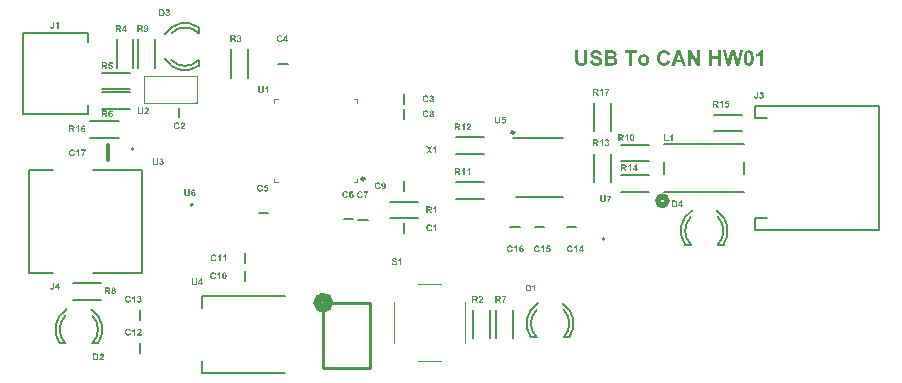
<source format=gto>
G04*
G04 #@! TF.GenerationSoftware,Altium Limited,Altium Designer,21.0.8 (223)*
G04*
G04 Layer_Color=65535*
%FSLAX25Y25*%
%MOIN*%
G70*
G04*
G04 #@! TF.SameCoordinates,76373615-CB27-452B-AC01-166D02EDBD73*
G04*
G04*
G04 #@! TF.FilePolarity,Positive*
G04*
G01*
G75*
%ADD10C,0.00600*%
%ADD11C,0.02000*%
%ADD12C,0.00984*%
%ADD13C,0.03150*%
%ADD14C,0.00787*%
%ADD15C,0.01181*%
%ADD16C,0.01000*%
%ADD17C,0.00400*%
%ADD18C,0.00394*%
%ADD19C,0.00500*%
%ADD20C,0.01200*%
G36*
X118164Y288138D02*
X118194Y288135D01*
X118227Y288132D01*
X118263Y288125D01*
X118302Y288119D01*
X118387Y288095D01*
X118473Y288063D01*
X118519Y288043D01*
X118558Y288020D01*
X118601Y287991D01*
X118637Y287958D01*
X118640Y287954D01*
X118647Y287951D01*
X118653Y287938D01*
X118666Y287925D01*
X118683Y287909D01*
X118699Y287886D01*
X118715Y287863D01*
X118735Y287833D01*
X118768Y287768D01*
X118801Y287692D01*
X118814Y287649D01*
X118820Y287603D01*
X118827Y287554D01*
X118830Y287505D01*
Y287499D01*
Y287479D01*
X118827Y287449D01*
X118824Y287413D01*
X118817Y287367D01*
X118807Y287318D01*
X118794Y287266D01*
X118774Y287213D01*
X118771Y287207D01*
X118765Y287190D01*
X118752Y287161D01*
X118732Y287125D01*
X118709Y287082D01*
X118679Y287033D01*
X118643Y286980D01*
X118601Y286925D01*
X118597Y286921D01*
X118584Y286905D01*
X118565Y286882D01*
X118535Y286849D01*
X118496Y286810D01*
X118447Y286757D01*
X118387Y286701D01*
X118315Y286633D01*
X118312Y286629D01*
X118305Y286626D01*
X118296Y286616D01*
X118282Y286603D01*
X118246Y286570D01*
X118204Y286531D01*
X118161Y286488D01*
X118119Y286446D01*
X118079Y286410D01*
X118066Y286393D01*
X118053Y286380D01*
X118050Y286377D01*
X118043Y286370D01*
X118033Y286357D01*
X118020Y286341D01*
X117991Y286305D01*
X117964Y286262D01*
X118830D01*
Y285859D01*
X117305D01*
Y285862D01*
Y285868D01*
X117308Y285881D01*
X117312Y285898D01*
X117315Y285918D01*
X117318Y285941D01*
X117331Y286000D01*
X117351Y286065D01*
X117377Y286137D01*
X117410Y286216D01*
X117453Y286292D01*
Y286295D01*
X117459Y286301D01*
X117466Y286315D01*
X117479Y286328D01*
X117492Y286351D01*
X117512Y286373D01*
X117535Y286403D01*
X117561Y286436D01*
X117590Y286475D01*
X117627Y286515D01*
X117666Y286561D01*
X117712Y286610D01*
X117761Y286659D01*
X117817Y286715D01*
X117876Y286774D01*
X117941Y286836D01*
X117945Y286839D01*
X117955Y286849D01*
X117968Y286862D01*
X117987Y286882D01*
X118014Y286902D01*
X118040Y286928D01*
X118099Y286987D01*
X118158Y287049D01*
X118217Y287111D01*
X118243Y287138D01*
X118269Y287167D01*
X118289Y287190D01*
X118302Y287210D01*
X118305Y287216D01*
X118315Y287233D01*
X118332Y287259D01*
X118348Y287295D01*
X118365Y287335D01*
X118381Y287381D01*
X118391Y287426D01*
X118394Y287476D01*
Y287479D01*
Y287482D01*
Y287499D01*
X118391Y287528D01*
X118384Y287561D01*
X118374Y287597D01*
X118361Y287633D01*
X118342Y287669D01*
X118315Y287702D01*
X118312Y287705D01*
X118302Y287715D01*
X118282Y287728D01*
X118260Y287741D01*
X118227Y287754D01*
X118191Y287768D01*
X118148Y287777D01*
X118099Y287781D01*
X118076D01*
X118050Y287777D01*
X118020Y287771D01*
X117984Y287761D01*
X117948Y287745D01*
X117912Y287725D01*
X117879Y287699D01*
X117876Y287695D01*
X117866Y287682D01*
X117853Y287663D01*
X117840Y287633D01*
X117823Y287597D01*
X117810Y287548D01*
X117797Y287492D01*
X117790Y287426D01*
X117358Y287469D01*
Y287472D01*
X117361Y287485D01*
Y287502D01*
X117367Y287528D01*
X117371Y287558D01*
X117380Y287590D01*
X117390Y287627D01*
X117400Y287669D01*
X117433Y287751D01*
X117472Y287836D01*
X117499Y287879D01*
X117528Y287918D01*
X117561Y287951D01*
X117597Y287984D01*
X117600Y287987D01*
X117607Y287991D01*
X117617Y287997D01*
X117633Y288010D01*
X117653Y288020D01*
X117679Y288033D01*
X117705Y288050D01*
X117738Y288063D01*
X117774Y288079D01*
X117813Y288092D01*
X117899Y288119D01*
X118000Y288135D01*
X118053Y288138D01*
X118109Y288141D01*
X118141D01*
X118164Y288138D01*
D02*
G37*
G36*
X116101Y288125D02*
X116164Y288122D01*
X116233Y288119D01*
X116305Y288109D01*
X116374Y288099D01*
X116436Y288082D01*
X116439D01*
X116446Y288079D01*
X116455Y288076D01*
X116469Y288073D01*
X116508Y288056D01*
X116554Y288033D01*
X116606Y288004D01*
X116665Y287968D01*
X116721Y287925D01*
X116777Y287873D01*
X116780D01*
X116783Y287866D01*
X116800Y287846D01*
X116826Y287813D01*
X116856Y287771D01*
X116892Y287718D01*
X116928Y287656D01*
X116964Y287584D01*
X116993Y287505D01*
Y287502D01*
X116997Y287495D01*
X117000Y287482D01*
X117007Y287466D01*
X117010Y287446D01*
X117016Y287420D01*
X117023Y287390D01*
X117033Y287357D01*
X117039Y287321D01*
X117046Y287279D01*
X117052Y287236D01*
X117056Y287187D01*
X117066Y287085D01*
X117069Y286970D01*
Y286967D01*
Y286957D01*
Y286944D01*
Y286925D01*
X117066Y286898D01*
Y286872D01*
X117062Y286839D01*
X117059Y286803D01*
X117052Y286728D01*
X117039Y286649D01*
X117020Y286567D01*
X116997Y286488D01*
Y286485D01*
X116993Y286478D01*
X116987Y286465D01*
X116980Y286446D01*
X116974Y286426D01*
X116961Y286403D01*
X116934Y286344D01*
X116902Y286282D01*
X116859Y286213D01*
X116810Y286147D01*
X116754Y286085D01*
X116747Y286078D01*
X116731Y286065D01*
X116705Y286046D01*
X116669Y286019D01*
X116623Y285990D01*
X116570Y285960D01*
X116505Y285931D01*
X116433Y285905D01*
X116429D01*
X116426Y285901D01*
X116416D01*
X116406Y285898D01*
X116370Y285891D01*
X116324Y285881D01*
X116269Y285872D01*
X116200Y285865D01*
X116118Y285862D01*
X116029Y285859D01*
X115170D01*
Y288128D01*
X116075D01*
X116101Y288125D01*
D02*
G37*
G36*
X120213Y310146D02*
X120249D01*
X120285Y310143D01*
X120328D01*
X120413Y310133D01*
X120501Y310123D01*
X120583Y310107D01*
X120619Y310097D01*
X120652Y310087D01*
X120656D01*
X120659Y310084D01*
X120679Y310074D01*
X120708Y310058D01*
X120747Y310038D01*
X120790Y310005D01*
X120833Y309969D01*
X120875Y309923D01*
X120915Y309868D01*
Y309864D01*
X120918Y309861D01*
X120925Y309851D01*
X120931Y309841D01*
X120948Y309808D01*
X120967Y309766D01*
X120984Y309713D01*
X121000Y309654D01*
X121013Y309585D01*
X121016Y309513D01*
Y309510D01*
Y309504D01*
Y309487D01*
X121013Y309471D01*
Y309448D01*
X121010Y309425D01*
X120997Y309366D01*
X120980Y309297D01*
X120954Y309228D01*
X120915Y309156D01*
X120892Y309123D01*
X120865Y309090D01*
X120862Y309087D01*
X120859Y309084D01*
X120849Y309074D01*
X120836Y309064D01*
X120823Y309051D01*
X120803Y309034D01*
X120780Y309018D01*
X120754Y309002D01*
X120724Y308982D01*
X120688Y308966D01*
X120652Y308949D01*
X120613Y308933D01*
X120567Y308916D01*
X120521Y308903D01*
X120472Y308890D01*
X120416Y308880D01*
X120419D01*
X120423Y308877D01*
X120442Y308864D01*
X120469Y308847D01*
X120501Y308824D01*
X120541Y308795D01*
X120580Y308766D01*
X120623Y308729D01*
X120659Y308690D01*
X120662Y308687D01*
X120679Y308670D01*
X120698Y308644D01*
X120728Y308605D01*
X120767Y308556D01*
X120787Y308523D01*
X120810Y308490D01*
X120836Y308454D01*
X120862Y308415D01*
X120892Y308369D01*
X120921Y308323D01*
X121200Y307880D01*
X120649D01*
X120321Y308372D01*
X120318Y308375D01*
X120315Y308385D01*
X120305Y308398D01*
X120291Y308415D01*
X120278Y308434D01*
X120262Y308460D01*
X120226Y308513D01*
X120183Y308572D01*
X120144Y308624D01*
X120108Y308674D01*
X120091Y308690D01*
X120078Y308706D01*
X120075Y308710D01*
X120069Y308716D01*
X120055Y308729D01*
X120039Y308746D01*
X120016Y308759D01*
X119993Y308775D01*
X119967Y308788D01*
X119941Y308802D01*
X119937D01*
X119927Y308805D01*
X119911Y308811D01*
X119885Y308815D01*
X119852Y308821D01*
X119813Y308824D01*
X119767Y308828D01*
X119619D01*
Y307880D01*
X119160D01*
Y310150D01*
X120183D01*
X120213Y310146D01*
D02*
G37*
G36*
X122135Y310159D02*
X122164Y310156D01*
X122194Y310153D01*
X122230Y310150D01*
X122266Y310143D01*
X122348Y310123D01*
X122433Y310094D01*
X122473Y310074D01*
X122515Y310051D01*
X122551Y310025D01*
X122588Y309996D01*
X122591Y309992D01*
X122594Y309989D01*
X122604Y309979D01*
X122617Y309966D01*
X122630Y309950D01*
X122643Y309930D01*
X122679Y309881D01*
X122712Y309818D01*
X122738Y309750D01*
X122761Y309667D01*
X122765Y309622D01*
X122768Y309576D01*
Y309572D01*
Y309569D01*
Y309549D01*
X122765Y309520D01*
X122758Y309481D01*
X122748Y309438D01*
X122732Y309392D01*
X122712Y309343D01*
X122683Y309294D01*
X122679Y309287D01*
X122666Y309274D01*
X122650Y309251D01*
X122624Y309225D01*
X122591Y309192D01*
X122551Y309162D01*
X122505Y309133D01*
X122453Y309107D01*
X122456D01*
X122463Y309103D01*
X122473Y309100D01*
X122486Y309093D01*
X122519Y309074D01*
X122561Y309048D01*
X122607Y309018D01*
X122656Y308979D01*
X122702Y308933D01*
X122742Y308880D01*
X122745Y308874D01*
X122758Y308854D01*
X122775Y308824D01*
X122791Y308785D01*
X122811Y308736D01*
X122824Y308677D01*
X122837Y308615D01*
X122840Y308546D01*
Y308542D01*
Y308533D01*
Y308516D01*
X122837Y308493D01*
X122834Y308467D01*
X122830Y308434D01*
X122824Y308401D01*
X122814Y308365D01*
X122791Y308283D01*
X122775Y308241D01*
X122755Y308198D01*
X122732Y308155D01*
X122702Y308113D01*
X122673Y308073D01*
X122637Y308034D01*
X122633Y308031D01*
X122627Y308024D01*
X122617Y308014D01*
X122601Y308004D01*
X122581Y307988D01*
X122555Y307972D01*
X122529Y307955D01*
X122496Y307936D01*
X122460Y307916D01*
X122417Y307900D01*
X122374Y307883D01*
X122328Y307867D01*
X122276Y307857D01*
X122220Y307847D01*
X122164Y307840D01*
X122102Y307837D01*
X122073D01*
X122050Y307840D01*
X122023Y307844D01*
X121994Y307847D01*
X121961Y307850D01*
X121922Y307857D01*
X121840Y307877D01*
X121754Y307906D01*
X121712Y307923D01*
X121669Y307945D01*
X121626Y307968D01*
X121587Y307998D01*
X121584Y308001D01*
X121577Y308008D01*
X121564Y308018D01*
X121548Y308034D01*
X121531Y308054D01*
X121512Y308077D01*
X121489Y308106D01*
X121466Y308136D01*
X121443Y308172D01*
X121420Y308211D01*
X121400Y308254D01*
X121384Y308303D01*
X121367Y308352D01*
X121354Y308408D01*
X121348Y308464D01*
X121344Y308526D01*
Y308529D01*
Y308536D01*
Y308546D01*
Y308559D01*
X121348Y308595D01*
X121354Y308638D01*
X121367Y308690D01*
X121380Y308749D01*
X121403Y308808D01*
X121433Y308867D01*
Y308870D01*
X121436Y308874D01*
X121449Y308893D01*
X121472Y308920D01*
X121505Y308956D01*
X121545Y308995D01*
X121594Y309034D01*
X121653Y309070D01*
X121722Y309107D01*
X121718D01*
X121715Y309110D01*
X121695Y309120D01*
X121666Y309136D01*
X121630Y309156D01*
X121587Y309185D01*
X121548Y309218D01*
X121508Y309258D01*
X121476Y309300D01*
X121472Y309307D01*
X121463Y309323D01*
X121453Y309346D01*
X121440Y309382D01*
X121423Y309421D01*
X121413Y309471D01*
X121403Y309520D01*
X121400Y309576D01*
Y309579D01*
Y309585D01*
Y309599D01*
X121403Y309618D01*
X121407Y309638D01*
X121410Y309664D01*
X121423Y309723D01*
X121443Y309789D01*
X121476Y309861D01*
X121495Y309894D01*
X121518Y309930D01*
X121548Y309963D01*
X121577Y309996D01*
X121581Y309999D01*
X121587Y310002D01*
X121597Y310012D01*
X121610Y310022D01*
X121630Y310035D01*
X121649Y310048D01*
X121676Y310064D01*
X121709Y310081D01*
X121741Y310094D01*
X121777Y310110D01*
X121820Y310123D01*
X121866Y310137D01*
X121915Y310146D01*
X121968Y310156D01*
X122023Y310159D01*
X122082Y310163D01*
X122115D01*
X122135Y310159D01*
D02*
G37*
G36*
X155553Y321173D02*
X155590Y321169D01*
X155629Y321163D01*
X155675Y321156D01*
X155724Y321146D01*
X155777Y321133D01*
X155832Y321117D01*
X155888Y321097D01*
X155947Y321071D01*
X156003Y321045D01*
X156055Y321012D01*
X156111Y320972D01*
X156160Y320930D01*
X156164D01*
X156167Y320923D01*
X156177Y320914D01*
X156187Y320904D01*
X156200Y320887D01*
X156213Y320868D01*
X156249Y320822D01*
X156285Y320763D01*
X156324Y320690D01*
X156360Y320608D01*
X156393Y320513D01*
X155941Y320405D01*
Y320408D01*
X155937Y320412D01*
Y320422D01*
X155931Y320435D01*
X155921Y320464D01*
X155904Y320503D01*
X155882Y320549D01*
X155852Y320595D01*
X155813Y320641D01*
X155770Y320681D01*
X155763Y320684D01*
X155747Y320697D01*
X155721Y320713D01*
X155685Y320733D01*
X155639Y320753D01*
X155586Y320769D01*
X155527Y320782D01*
X155462Y320786D01*
X155439D01*
X155419Y320782D01*
X155399Y320779D01*
X155373Y320776D01*
X155317Y320763D01*
X155252Y320740D01*
X155183Y320707D01*
X155147Y320687D01*
X155114Y320664D01*
X155081Y320635D01*
X155052Y320602D01*
Y320599D01*
X155045Y320592D01*
X155039Y320582D01*
X155029Y320566D01*
X155016Y320546D01*
X155002Y320523D01*
X154989Y320494D01*
X154976Y320461D01*
X154960Y320422D01*
X154947Y320379D01*
X154934Y320330D01*
X154920Y320277D01*
X154911Y320218D01*
X154904Y320156D01*
X154901Y320087D01*
X154897Y320011D01*
Y320008D01*
Y319992D01*
Y319969D01*
X154901Y319943D01*
Y319906D01*
X154907Y319864D01*
X154911Y319821D01*
X154917Y319772D01*
X154937Y319670D01*
X154963Y319569D01*
X154980Y319519D01*
X155002Y319474D01*
X155025Y319431D01*
X155052Y319395D01*
X155055Y319392D01*
X155058Y319388D01*
X155068Y319378D01*
X155081Y319365D01*
X155114Y319339D01*
X155160Y319306D01*
X155216Y319270D01*
X155285Y319244D01*
X155363Y319221D01*
X155406Y319218D01*
X155452Y319214D01*
X155468D01*
X155481Y319218D01*
X155517Y319221D01*
X155560Y319228D01*
X155606Y319244D01*
X155658Y319264D01*
X155711Y319290D01*
X155763Y319329D01*
X155770Y319336D01*
X155786Y319352D01*
X155809Y319378D01*
X155836Y319418D01*
X155868Y319470D01*
X155898Y319533D01*
X155927Y319608D01*
X155954Y319697D01*
X156400Y319559D01*
Y319556D01*
X156396Y319542D01*
X156390Y319523D01*
X156380Y319496D01*
X156367Y319467D01*
X156354Y319431D01*
X156337Y319392D01*
X156318Y319349D01*
X156272Y319260D01*
X156213Y319168D01*
X156141Y319080D01*
X156101Y319041D01*
X156059Y319005D01*
X156055Y319001D01*
X156049Y318998D01*
X156036Y318988D01*
X156016Y318975D01*
X155993Y318962D01*
X155964Y318949D01*
X155931Y318932D01*
X155895Y318916D01*
X155852Y318896D01*
X155806Y318880D01*
X155757Y318867D01*
X155704Y318854D01*
X155649Y318841D01*
X155586Y318831D01*
X155524Y318827D01*
X155455Y318824D01*
X155435D01*
X155412Y318827D01*
X155380Y318831D01*
X155344Y318834D01*
X155298Y318841D01*
X155248Y318850D01*
X155193Y318864D01*
X155137Y318880D01*
X155078Y318900D01*
X155016Y318926D01*
X154953Y318955D01*
X154891Y318988D01*
X154829Y319031D01*
X154770Y319077D01*
X154714Y319132D01*
X154711Y319136D01*
X154701Y319146D01*
X154688Y319165D01*
X154668Y319188D01*
X154648Y319221D01*
X154622Y319257D01*
X154596Y319303D01*
X154569Y319356D01*
X154543Y319411D01*
X154517Y319474D01*
X154491Y319546D01*
X154471Y319621D01*
X154451Y319700D01*
X154438Y319788D01*
X154429Y319880D01*
X154425Y319979D01*
Y319982D01*
Y319985D01*
Y320005D01*
X154429Y320034D01*
Y320074D01*
X154435Y320120D01*
X154442Y320176D01*
X154448Y320234D01*
X154461Y320303D01*
X154478Y320372D01*
X154497Y320444D01*
X154520Y320517D01*
X154550Y320592D01*
X154583Y320664D01*
X154622Y320733D01*
X154665Y320799D01*
X154717Y320861D01*
X154720Y320864D01*
X154730Y320874D01*
X154747Y320890D01*
X154770Y320910D01*
X154799Y320933D01*
X154835Y320959D01*
X154875Y320989D01*
X154924Y321018D01*
X154976Y321048D01*
X155032Y321077D01*
X155098Y321104D01*
X155163Y321127D01*
X155239Y321146D01*
X155314Y321163D01*
X155399Y321173D01*
X155485Y321176D01*
X155524D01*
X155553Y321173D01*
D02*
G37*
G36*
X159575Y318864D02*
X159139D01*
Y320507D01*
X159135Y320503D01*
X159129Y320497D01*
X159116Y320487D01*
X159096Y320471D01*
X159073Y320451D01*
X159047Y320431D01*
X159014Y320408D01*
X158978Y320382D01*
X158939Y320356D01*
X158896Y320330D01*
X158850Y320300D01*
X158801Y320274D01*
X158696Y320225D01*
X158578Y320179D01*
Y320572D01*
X158581D01*
X158584Y320576D01*
X158594Y320579D01*
X158607Y320582D01*
X158640Y320599D01*
X158686Y320618D01*
X158742Y320644D01*
X158804Y320681D01*
X158873Y320726D01*
X158945Y320779D01*
X158948Y320782D01*
X158955Y320786D01*
X158965Y320795D01*
X158978Y320809D01*
X159014Y320841D01*
X159053Y320884D01*
X159099Y320936D01*
X159145Y321002D01*
X159188Y321071D01*
X159221Y321146D01*
X159575D01*
Y318864D01*
D02*
G37*
G36*
X157810D02*
X157374D01*
Y320507D01*
X157371Y320503D01*
X157364Y320497D01*
X157351Y320487D01*
X157331Y320471D01*
X157308Y320451D01*
X157282Y320431D01*
X157249Y320408D01*
X157213Y320382D01*
X157174Y320356D01*
X157131Y320330D01*
X157085Y320300D01*
X157036Y320274D01*
X156931Y320225D01*
X156813Y320179D01*
Y320572D01*
X156816D01*
X156820Y320576D01*
X156829Y320579D01*
X156843Y320582D01*
X156875Y320599D01*
X156921Y320618D01*
X156977Y320644D01*
X157039Y320681D01*
X157108Y320726D01*
X157180Y320779D01*
X157184Y320782D01*
X157190Y320786D01*
X157200Y320795D01*
X157213Y320809D01*
X157249Y320841D01*
X157289Y320884D01*
X157335Y320936D01*
X157380Y321002D01*
X157423Y321071D01*
X157456Y321146D01*
X157810D01*
Y318864D01*
D02*
G37*
G36*
X155373Y315174D02*
X155409Y315171D01*
X155449Y315164D01*
X155494Y315158D01*
X155544Y315148D01*
X155596Y315135D01*
X155652Y315119D01*
X155708Y315099D01*
X155767Y315073D01*
X155823Y315046D01*
X155875Y315014D01*
X155931Y314974D01*
X155980Y314932D01*
X155983D01*
X155986Y314925D01*
X155996Y314915D01*
X156006Y314905D01*
X156019Y314889D01*
X156032Y314869D01*
X156069Y314823D01*
X156105Y314764D01*
X156144Y314692D01*
X156180Y314610D01*
X156213Y314515D01*
X155760Y314407D01*
Y314410D01*
X155757Y314413D01*
Y314423D01*
X155750Y314436D01*
X155740Y314466D01*
X155724Y314505D01*
X155701Y314551D01*
X155672Y314597D01*
X155632Y314643D01*
X155590Y314682D01*
X155583Y314686D01*
X155567Y314699D01*
X155540Y314715D01*
X155504Y314735D01*
X155458Y314754D01*
X155406Y314771D01*
X155347Y314784D01*
X155281Y314787D01*
X155258D01*
X155239Y314784D01*
X155219Y314781D01*
X155193Y314777D01*
X155137Y314764D01*
X155071Y314741D01*
X155002Y314708D01*
X154966Y314689D01*
X154934Y314666D01*
X154901Y314636D01*
X154871Y314603D01*
Y314600D01*
X154865Y314594D01*
X154858Y314584D01*
X154848Y314567D01*
X154835Y314548D01*
X154822Y314525D01*
X154809Y314495D01*
X154796Y314462D01*
X154779Y314423D01*
X154766Y314381D01*
X154753Y314331D01*
X154740Y314279D01*
X154730Y314220D01*
X154724Y314157D01*
X154720Y314089D01*
X154717Y314013D01*
Y314010D01*
Y313993D01*
Y313970D01*
X154720Y313944D01*
Y313908D01*
X154727Y313865D01*
X154730Y313823D01*
X154737Y313774D01*
X154756Y313672D01*
X154783Y313570D01*
X154799Y313521D01*
X154822Y313475D01*
X154845Y313433D01*
X154871Y313397D01*
X154875Y313393D01*
X154878Y313390D01*
X154888Y313380D01*
X154901Y313367D01*
X154934Y313341D01*
X154980Y313308D01*
X155035Y313272D01*
X155104Y313246D01*
X155183Y313223D01*
X155226Y313219D01*
X155271Y313216D01*
X155288D01*
X155301Y313219D01*
X155337Y313223D01*
X155380Y313229D01*
X155426Y313246D01*
X155478Y313265D01*
X155531Y313292D01*
X155583Y313331D01*
X155590Y313337D01*
X155606Y313354D01*
X155629Y313380D01*
X155655Y313419D01*
X155688Y313472D01*
X155718Y313534D01*
X155747Y313610D01*
X155773Y313698D01*
X156219Y313561D01*
Y313557D01*
X156216Y313544D01*
X156210Y313524D01*
X156200Y313498D01*
X156187Y313469D01*
X156173Y313433D01*
X156157Y313393D01*
X156137Y313351D01*
X156091Y313262D01*
X156032Y313170D01*
X155960Y313082D01*
X155921Y313042D01*
X155878Y313006D01*
X155875Y313003D01*
X155868Y313000D01*
X155855Y312990D01*
X155836Y312977D01*
X155813Y312964D01*
X155783Y312950D01*
X155750Y312934D01*
X155714Y312918D01*
X155672Y312898D01*
X155626Y312881D01*
X155577Y312868D01*
X155524Y312855D01*
X155468Y312842D01*
X155406Y312832D01*
X155344Y312829D01*
X155275Y312826D01*
X155255D01*
X155232Y312829D01*
X155199Y312832D01*
X155163Y312836D01*
X155117Y312842D01*
X155068Y312852D01*
X155012Y312865D01*
X154957Y312881D01*
X154897Y312901D01*
X154835Y312927D01*
X154773Y312957D01*
X154711Y312990D01*
X154648Y313032D01*
X154589Y313078D01*
X154533Y313134D01*
X154530Y313137D01*
X154520Y313147D01*
X154507Y313167D01*
X154488Y313190D01*
X154468Y313223D01*
X154442Y313259D01*
X154415Y313305D01*
X154389Y313357D01*
X154363Y313413D01*
X154337Y313475D01*
X154310Y313547D01*
X154291Y313623D01*
X154271Y313702D01*
X154258Y313790D01*
X154248Y313882D01*
X154245Y313980D01*
Y313984D01*
Y313987D01*
Y314007D01*
X154248Y314036D01*
Y314075D01*
X154255Y314121D01*
X154261Y314177D01*
X154268Y314236D01*
X154281Y314305D01*
X154297Y314374D01*
X154317Y314446D01*
X154340Y314518D01*
X154369Y314594D01*
X154402Y314666D01*
X154442Y314735D01*
X154484Y314800D01*
X154537Y314863D01*
X154540Y314866D01*
X154550Y314876D01*
X154566Y314892D01*
X154589Y314912D01*
X154619Y314935D01*
X154655Y314961D01*
X154694Y314991D01*
X154743Y315020D01*
X154796Y315050D01*
X154852Y315079D01*
X154917Y315105D01*
X154983Y315128D01*
X155058Y315148D01*
X155134Y315164D01*
X155219Y315174D01*
X155304Y315177D01*
X155344D01*
X155373Y315174D01*
D02*
G37*
G36*
X157630Y312865D02*
X157194D01*
Y314508D01*
X157190Y314505D01*
X157184Y314499D01*
X157171Y314489D01*
X157151Y314472D01*
X157128Y314453D01*
X157102Y314433D01*
X157069Y314410D01*
X157033Y314384D01*
X156993Y314357D01*
X156951Y314331D01*
X156905Y314302D01*
X156856Y314276D01*
X156751Y314226D01*
X156633Y314180D01*
Y314574D01*
X156636D01*
X156639Y314577D01*
X156649Y314581D01*
X156662Y314584D01*
X156695Y314600D01*
X156741Y314620D01*
X156797Y314646D01*
X156859Y314682D01*
X156928Y314728D01*
X157000Y314781D01*
X157003Y314784D01*
X157010Y314787D01*
X157020Y314797D01*
X157033Y314810D01*
X157069Y314843D01*
X157108Y314886D01*
X157154Y314938D01*
X157200Y315004D01*
X157243Y315073D01*
X157275Y315148D01*
X157630D01*
Y312865D01*
D02*
G37*
G36*
X159073Y315145D02*
X159099Y315141D01*
X159132Y315135D01*
X159165Y315128D01*
X159204Y315119D01*
X159247Y315105D01*
X159286Y315089D01*
X159329Y315073D01*
X159371Y315050D01*
X159414Y315020D01*
X159457Y314991D01*
X159496Y314954D01*
X159532Y314912D01*
X159535Y314909D01*
X159542Y314899D01*
X159552Y314882D01*
X159568Y314859D01*
X159585Y314827D01*
X159604Y314787D01*
X159624Y314745D01*
X159644Y314689D01*
X159663Y314630D01*
X159686Y314561D01*
X159703Y314485D01*
X159719Y314400D01*
X159736Y314308D01*
X159745Y314210D01*
X159752Y314102D01*
X159755Y313984D01*
Y313980D01*
Y313977D01*
Y313967D01*
Y313954D01*
Y313921D01*
X159752Y313879D01*
X159749Y313826D01*
X159742Y313764D01*
X159736Y313698D01*
X159729Y313626D01*
X159716Y313551D01*
X159699Y313472D01*
X159683Y313397D01*
X159660Y313321D01*
X159637Y313246D01*
X159604Y313177D01*
X159572Y313111D01*
X159532Y313055D01*
X159529Y313052D01*
X159522Y313046D01*
X159512Y313032D01*
X159499Y313019D01*
X159480Y313003D01*
X159457Y312983D01*
X159427Y312960D01*
X159398Y312941D01*
X159362Y312918D01*
X159326Y312895D01*
X159283Y312875D01*
X159237Y312859D01*
X159188Y312845D01*
X159132Y312832D01*
X159076Y312826D01*
X159017Y312823D01*
X159004D01*
X158984Y312826D01*
X158961D01*
X158935Y312829D01*
X158902Y312836D01*
X158866Y312842D01*
X158827Y312855D01*
X158784Y312868D01*
X158742Y312885D01*
X158696Y312905D01*
X158653Y312931D01*
X158607Y312957D01*
X158565Y312993D01*
X158522Y313029D01*
X158483Y313075D01*
X158479Y313078D01*
X158473Y313088D01*
X158463Y313105D01*
X158453Y313124D01*
X158437Y313154D01*
X158420Y313190D01*
X158401Y313236D01*
X158384Y313285D01*
X158364Y313344D01*
X158345Y313410D01*
X158328Y313485D01*
X158315Y313567D01*
X158302Y313659D01*
X158292Y313761D01*
X158286Y313869D01*
X158282Y313987D01*
Y313990D01*
Y313993D01*
Y314003D01*
Y314016D01*
Y314049D01*
X158286Y314092D01*
X158289Y314144D01*
X158296Y314207D01*
X158302Y314272D01*
X158309Y314344D01*
X158322Y314420D01*
X158335Y314495D01*
X158355Y314574D01*
X158374Y314649D01*
X158401Y314722D01*
X158430Y314791D01*
X158463Y314856D01*
X158502Y314912D01*
X158505Y314915D01*
X158512Y314922D01*
X158522Y314935D01*
X158538Y314948D01*
X158555Y314968D01*
X158578Y314987D01*
X158607Y315007D01*
X158637Y315030D01*
X158673Y315053D01*
X158709Y315073D01*
X158751Y315092D01*
X158797Y315112D01*
X158847Y315125D01*
X158902Y315138D01*
X158958Y315145D01*
X159017Y315148D01*
X159050D01*
X159073Y315145D01*
D02*
G37*
G36*
X283013Y389227D02*
X283093Y389220D01*
X283188Y389212D01*
X283283Y389198D01*
X283392Y389183D01*
X283625Y389132D01*
X283742Y389096D01*
X283859Y389059D01*
X283975Y389008D01*
X284085Y388950D01*
X284187Y388884D01*
X284281Y388811D01*
X284289Y388804D01*
X284303Y388790D01*
X284325Y388768D01*
X284354Y388738D01*
X284391Y388695D01*
X284435Y388644D01*
X284478Y388585D01*
X284529Y388520D01*
X284573Y388440D01*
X284617Y388359D01*
X284661Y388265D01*
X284697Y388163D01*
X284733Y388060D01*
X284763Y387944D01*
X284785Y387827D01*
X284792Y387696D01*
X283771Y387660D01*
Y387667D01*
Y387674D01*
X283757Y387725D01*
X283742Y387791D01*
X283713Y387871D01*
X283676Y387966D01*
X283625Y388053D01*
X283560Y388141D01*
X283487Y388214D01*
X283479Y388221D01*
X283450Y388243D01*
X283399Y388272D01*
X283327Y388301D01*
X283239Y388330D01*
X283130Y388359D01*
X282998Y388381D01*
X282845Y388389D01*
X282772D01*
X282692Y388381D01*
X282597Y388367D01*
X282488Y388345D01*
X282371Y388308D01*
X282262Y388265D01*
X282160Y388199D01*
X282153Y388192D01*
X282138Y388177D01*
X282109Y388155D01*
X282080Y388119D01*
X282051Y388075D01*
X282021Y388017D01*
X282007Y387959D01*
X282000Y387886D01*
Y387878D01*
Y387856D01*
X282007Y387820D01*
X282021Y387784D01*
X282036Y387733D01*
X282058Y387681D01*
X282094Y387630D01*
X282146Y387579D01*
X282153Y387572D01*
X282189Y387550D01*
X282211Y387536D01*
X282247Y387521D01*
X282284Y387499D01*
X282335Y387477D01*
X282393Y387456D01*
X282459Y387426D01*
X282539Y387397D01*
X282619Y387368D01*
X282721Y387339D01*
X282831Y387310D01*
X282947Y387281D01*
X283079Y387244D01*
X283086D01*
X283115Y387237D01*
X283152Y387229D01*
X283203Y387215D01*
X283261Y387200D01*
X283334Y387178D01*
X283414Y387157D01*
X283494Y387135D01*
X283669Y387076D01*
X283851Y387018D01*
X284026Y386952D01*
X284099Y386916D01*
X284172Y386880D01*
X284179D01*
X284187Y386872D01*
X284230Y386843D01*
X284296Y386799D01*
X284376Y386741D01*
X284464Y386668D01*
X284559Y386581D01*
X284653Y386479D01*
X284733Y386362D01*
X284741Y386347D01*
X284763Y386304D01*
X284799Y386238D01*
X284836Y386143D01*
X284872Y386027D01*
X284908Y385888D01*
X284930Y385735D01*
X284938Y385560D01*
Y385553D01*
Y385538D01*
Y385516D01*
Y385487D01*
X284930Y385451D01*
X284923Y385400D01*
X284908Y385298D01*
X284879Y385166D01*
X284836Y385028D01*
X284770Y384889D01*
X284690Y384744D01*
Y384736D01*
X284675Y384729D01*
X284646Y384685D01*
X284588Y384612D01*
X284515Y384532D01*
X284420Y384437D01*
X284296Y384350D01*
X284165Y384262D01*
X284004Y384182D01*
X283997D01*
X283982Y384175D01*
X283961Y384168D01*
X283924Y384153D01*
X283880Y384138D01*
X283829Y384124D01*
X283771Y384109D01*
X283705Y384095D01*
X283625Y384073D01*
X283545Y384058D01*
X283356Y384029D01*
X283144Y384007D01*
X282911Y384000D01*
X282816D01*
X282751Y384007D01*
X282670Y384015D01*
X282583Y384022D01*
X282481Y384036D01*
X282371Y384058D01*
X282131Y384109D01*
X282007Y384146D01*
X281890Y384182D01*
X281766Y384233D01*
X281650Y384292D01*
X281540Y384357D01*
X281438Y384437D01*
X281431Y384445D01*
X281417Y384459D01*
X281387Y384481D01*
X281358Y384518D01*
X281314Y384569D01*
X281271Y384627D01*
X281220Y384693D01*
X281169Y384766D01*
X281118Y384853D01*
X281067Y384948D01*
X281015Y385057D01*
X280964Y385174D01*
X280928Y385298D01*
X280884Y385436D01*
X280855Y385582D01*
X280833Y385735D01*
X281825Y385830D01*
Y385823D01*
X281832Y385808D01*
Y385779D01*
X281839Y385750D01*
X281868Y385662D01*
X281905Y385553D01*
X281949Y385429D01*
X282014Y385305D01*
X282087Y385196D01*
X282182Y385093D01*
X282196Y385086D01*
X282233Y385057D01*
X282291Y385021D01*
X282379Y384977D01*
X282488Y384933D01*
X282612Y384897D01*
X282758Y384868D01*
X282926Y384860D01*
X283006D01*
X283093Y384875D01*
X283203Y384889D01*
X283319Y384911D01*
X283443Y384948D01*
X283560Y384999D01*
X283662Y385064D01*
X283676Y385072D01*
X283705Y385101D01*
X283742Y385144D01*
X283793Y385203D01*
X283837Y385276D01*
X283880Y385363D01*
X283910Y385451D01*
X283917Y385553D01*
Y385560D01*
Y385582D01*
X283910Y385618D01*
X283902Y385662D01*
X283888Y385706D01*
X283873Y385757D01*
X283844Y385808D01*
X283808Y385859D01*
X283800Y385866D01*
X283786Y385881D01*
X283764Y385903D01*
X283727Y385932D01*
X283676Y385968D01*
X283611Y386005D01*
X283538Y386041D01*
X283443Y386078D01*
X283436D01*
X283407Y386092D01*
X283356Y386107D01*
X283319Y386121D01*
X283275Y386129D01*
X283224Y386143D01*
X283166Y386165D01*
X283101Y386180D01*
X283028Y386202D01*
X282940Y386224D01*
X282845Y386245D01*
X282743Y386275D01*
X282627Y386304D01*
X282619D01*
X282590Y386311D01*
X282546Y386326D01*
X282495Y386340D01*
X282430Y386362D01*
X282350Y386384D01*
X282269Y386413D01*
X282175Y386442D01*
X281985Y386515D01*
X281803Y386602D01*
X281708Y386646D01*
X281628Y386697D01*
X281548Y386748D01*
X281482Y386799D01*
X281475Y386807D01*
X281460Y386821D01*
X281438Y386843D01*
X281409Y386872D01*
X281373Y386916D01*
X281336Y386967D01*
X281293Y387018D01*
X281256Y387084D01*
X281169Y387237D01*
X281096Y387412D01*
X281067Y387507D01*
X281045Y387601D01*
X281030Y387711D01*
X281023Y387820D01*
Y387827D01*
Y387835D01*
Y387856D01*
Y387886D01*
X281037Y387959D01*
X281052Y388053D01*
X281074Y388163D01*
X281110Y388286D01*
X281161Y388418D01*
X281234Y388542D01*
Y388549D01*
X281241Y388556D01*
X281278Y388600D01*
X281322Y388658D01*
X281395Y388731D01*
X281482Y388811D01*
X281591Y388899D01*
X281715Y388979D01*
X281861Y389052D01*
X281868D01*
X281883Y389059D01*
X281905Y389067D01*
X281934Y389081D01*
X281978Y389096D01*
X282021Y389110D01*
X282080Y389125D01*
X282146Y389147D01*
X282291Y389176D01*
X282459Y389205D01*
X282648Y389227D01*
X282860Y389234D01*
X282947D01*
X283013Y389227D01*
D02*
G37*
G36*
X305758D02*
X305838Y389220D01*
X305925Y389205D01*
X306028Y389191D01*
X306137Y389169D01*
X306254Y389139D01*
X306377Y389103D01*
X306501Y389059D01*
X306633Y389001D01*
X306756Y388943D01*
X306873Y388870D01*
X306997Y388782D01*
X307106Y388687D01*
X307114D01*
X307121Y388673D01*
X307143Y388651D01*
X307165Y388629D01*
X307194Y388593D01*
X307223Y388549D01*
X307303Y388447D01*
X307383Y388316D01*
X307471Y388155D01*
X307551Y387973D01*
X307624Y387762D01*
X306618Y387521D01*
Y387528D01*
X306611Y387536D01*
Y387558D01*
X306596Y387587D01*
X306574Y387652D01*
X306538Y387740D01*
X306487Y387842D01*
X306421Y387944D01*
X306334Y388046D01*
X306239Y388133D01*
X306224Y388141D01*
X306188Y388170D01*
X306130Y388206D01*
X306049Y388250D01*
X305947Y388294D01*
X305831Y388330D01*
X305699Y388359D01*
X305554Y388367D01*
X305503D01*
X305459Y388359D01*
X305415Y388352D01*
X305357Y388345D01*
X305233Y388316D01*
X305087Y388265D01*
X304934Y388192D01*
X304854Y388148D01*
X304781Y388097D01*
X304708Y388031D01*
X304642Y387959D01*
Y387951D01*
X304628Y387937D01*
X304613Y387915D01*
X304591Y387878D01*
X304562Y387835D01*
X304533Y387784D01*
X304504Y387718D01*
X304475Y387645D01*
X304438Y387558D01*
X304409Y387463D01*
X304380Y387353D01*
X304351Y387237D01*
X304329Y387105D01*
X304314Y386967D01*
X304307Y386814D01*
X304300Y386646D01*
Y386639D01*
Y386602D01*
Y386551D01*
X304307Y386493D01*
Y386413D01*
X304322Y386318D01*
X304329Y386224D01*
X304344Y386114D01*
X304387Y385888D01*
X304446Y385662D01*
X304482Y385553D01*
X304533Y385451D01*
X304584Y385356D01*
X304642Y385276D01*
X304650Y385268D01*
X304657Y385261D01*
X304679Y385239D01*
X304708Y385210D01*
X304781Y385152D01*
X304883Y385079D01*
X305007Y384999D01*
X305160Y384940D01*
X305335Y384889D01*
X305430Y384882D01*
X305532Y384875D01*
X305568D01*
X305597Y384882D01*
X305678Y384889D01*
X305772Y384904D01*
X305874Y384940D01*
X305991Y384984D01*
X306108Y385043D01*
X306224Y385130D01*
X306239Y385144D01*
X306275Y385181D01*
X306326Y385239D01*
X306385Y385327D01*
X306458Y385443D01*
X306523Y385582D01*
X306589Y385750D01*
X306647Y385946D01*
X307639Y385640D01*
Y385633D01*
X307631Y385604D01*
X307617Y385560D01*
X307595Y385502D01*
X307566Y385436D01*
X307537Y385356D01*
X307500Y385268D01*
X307456Y385174D01*
X307354Y384977D01*
X307223Y384773D01*
X307063Y384576D01*
X306975Y384488D01*
X306880Y384408D01*
X306873Y384401D01*
X306859Y384394D01*
X306829Y384372D01*
X306786Y384343D01*
X306735Y384314D01*
X306669Y384284D01*
X306596Y384248D01*
X306516Y384211D01*
X306421Y384168D01*
X306319Y384131D01*
X306210Y384102D01*
X306093Y384073D01*
X305969Y384044D01*
X305831Y384022D01*
X305692Y384015D01*
X305539Y384007D01*
X305495D01*
X305444Y384015D01*
X305371Y384022D01*
X305291Y384029D01*
X305189Y384044D01*
X305080Y384066D01*
X304956Y384095D01*
X304832Y384131D01*
X304701Y384175D01*
X304562Y384233D01*
X304424Y384299D01*
X304285Y384372D01*
X304147Y384467D01*
X304015Y384569D01*
X303891Y384693D01*
X303884Y384700D01*
X303862Y384722D01*
X303833Y384766D01*
X303789Y384817D01*
X303746Y384889D01*
X303687Y384970D01*
X303629Y385072D01*
X303571Y385188D01*
X303513Y385312D01*
X303454Y385451D01*
X303396Y385611D01*
X303352Y385779D01*
X303308Y385954D01*
X303279Y386151D01*
X303257Y386355D01*
X303250Y386573D01*
Y386581D01*
Y386588D01*
Y386632D01*
X303257Y386697D01*
Y386785D01*
X303272Y386887D01*
X303287Y387011D01*
X303301Y387142D01*
X303330Y387295D01*
X303367Y387448D01*
X303410Y387609D01*
X303461Y387769D01*
X303527Y387937D01*
X303600Y388097D01*
X303687Y388250D01*
X303782Y388396D01*
X303899Y388534D01*
X303906Y388542D01*
X303928Y388563D01*
X303964Y388600D01*
X304015Y388644D01*
X304081Y388695D01*
X304161Y388753D01*
X304249Y388819D01*
X304358Y388884D01*
X304475Y388950D01*
X304599Y389016D01*
X304745Y389074D01*
X304890Y389125D01*
X305058Y389169D01*
X305226Y389205D01*
X305415Y389227D01*
X305605Y389234D01*
X305692D01*
X305758Y389227D01*
D02*
G37*
G36*
X324690Y384095D02*
X323669D01*
Y386304D01*
X321679D01*
Y384095D01*
X320658D01*
Y389139D01*
X321679D01*
Y387157D01*
X323669D01*
Y389139D01*
X324690D01*
Y384095D01*
D02*
G37*
G36*
X317619D02*
X316598D01*
X314549Y387419D01*
Y384095D01*
X313609D01*
Y389139D01*
X314593D01*
X316678Y385742D01*
Y389139D01*
X317619D01*
Y384095D01*
D02*
G37*
G36*
X330653D02*
X329552D01*
X328561Y387864D01*
X327555Y384095D01*
X326447D01*
X325251Y389139D01*
X326294D01*
X327052Y385669D01*
X327970Y389139D01*
X329195D01*
X330070Y385611D01*
X330843Y389139D01*
X331871D01*
X330653Y384095D01*
D02*
G37*
G36*
X280024Y386479D02*
Y386471D01*
Y386442D01*
Y386391D01*
Y386333D01*
Y386260D01*
X280017Y386172D01*
Y386078D01*
Y385983D01*
X280002Y385771D01*
X279988Y385553D01*
X279980Y385458D01*
X279966Y385363D01*
X279951Y385276D01*
X279937Y385196D01*
Y385188D01*
X279929Y385181D01*
Y385159D01*
X279922Y385137D01*
X279900Y385064D01*
X279871Y384977D01*
X279827Y384875D01*
X279776Y384773D01*
X279711Y384663D01*
X279630Y384561D01*
X279623Y384547D01*
X279594Y384518D01*
X279543Y384474D01*
X279477Y384416D01*
X279390Y384350D01*
X279288Y384284D01*
X279171Y384211D01*
X279040Y384153D01*
X279033D01*
X279025Y384146D01*
X279004Y384138D01*
X278974Y384131D01*
X278938Y384117D01*
X278894Y384102D01*
X278836Y384087D01*
X278778Y384080D01*
X278639Y384051D01*
X278471Y384022D01*
X278282Y384007D01*
X278070Y384000D01*
X277954D01*
X277888Y384007D01*
X277822D01*
X277742Y384015D01*
X277662Y384022D01*
X277487Y384036D01*
X277305Y384066D01*
X277123Y384109D01*
X277043Y384131D01*
X276970Y384160D01*
X276962D01*
X276955Y384168D01*
X276911Y384190D01*
X276838Y384226D01*
X276758Y384277D01*
X276663Y384343D01*
X276561Y384416D01*
X276467Y384503D01*
X276379Y384598D01*
X276372Y384612D01*
X276343Y384642D01*
X276306Y384700D01*
X276262Y384773D01*
X276219Y384853D01*
X276168Y384948D01*
X276131Y385050D01*
X276095Y385159D01*
Y385166D01*
X276087Y385181D01*
Y385203D01*
X276080Y385239D01*
X276073Y385283D01*
X276066Y385341D01*
X276058Y385407D01*
X276051Y385480D01*
X276037Y385567D01*
X276029Y385662D01*
X276022Y385764D01*
X276015Y385881D01*
X276007Y386005D01*
Y386143D01*
X276000Y386289D01*
Y386442D01*
Y389139D01*
X277021D01*
Y386398D01*
Y386391D01*
Y386369D01*
Y386340D01*
Y386296D01*
Y386238D01*
Y386180D01*
X277028Y386049D01*
Y385903D01*
X277035Y385764D01*
X277043Y385699D01*
Y385640D01*
X277050Y385596D01*
X277057Y385553D01*
Y385538D01*
X277072Y385502D01*
X277094Y385443D01*
X277123Y385370D01*
X277159Y385290D01*
X277217Y385210D01*
X277283Y385123D01*
X277363Y385050D01*
X277378Y385043D01*
X277407Y385021D01*
X277465Y384991D01*
X277538Y384962D01*
X277640Y384926D01*
X277757Y384897D01*
X277888Y384875D01*
X278041Y384868D01*
X278114D01*
X278187Y384875D01*
X278282Y384889D01*
X278391Y384911D01*
X278493Y384940D01*
X278603Y384984D01*
X278690Y385043D01*
X278697Y385050D01*
X278727Y385072D01*
X278763Y385108D01*
X278807Y385159D01*
X278850Y385225D01*
X278894Y385298D01*
X278931Y385378D01*
X278952Y385473D01*
Y385487D01*
X278960Y385524D01*
X278967Y385589D01*
X278982Y385677D01*
Y385735D01*
X278989Y385801D01*
Y385874D01*
X278996Y385946D01*
Y386034D01*
X279004Y386129D01*
Y386231D01*
Y386340D01*
Y389139D01*
X280024D01*
Y386479D01*
D02*
G37*
G36*
X338577Y384095D02*
X337608D01*
Y387747D01*
X337600Y387740D01*
X337586Y387725D01*
X337557Y387703D01*
X337513Y387667D01*
X337462Y387623D01*
X337404Y387579D01*
X337331Y387528D01*
X337251Y387470D01*
X337163Y387412D01*
X337068Y387353D01*
X336966Y387288D01*
X336857Y387229D01*
X336624Y387120D01*
X336361Y387018D01*
Y387893D01*
X336368D01*
X336376Y387900D01*
X336398Y387907D01*
X336427Y387915D01*
X336500Y387951D01*
X336602Y387995D01*
X336726Y388053D01*
X336864Y388133D01*
X337017Y388235D01*
X337178Y388352D01*
X337185Y388359D01*
X337199Y388367D01*
X337221Y388389D01*
X337251Y388418D01*
X337331Y388491D01*
X337418Y388585D01*
X337520Y388702D01*
X337622Y388848D01*
X337717Y389001D01*
X337790Y389169D01*
X338577D01*
Y384095D01*
D02*
G37*
G36*
X313062D02*
X311962D01*
X311524Y385239D01*
X309498D01*
X309082Y384095D01*
X308003D01*
X309957Y389139D01*
X311036D01*
X313062Y384095D01*
D02*
G37*
G36*
X296499Y388286D02*
X295012D01*
Y384095D01*
X293992D01*
Y388286D01*
X292497D01*
Y389139D01*
X296499D01*
Y388286D01*
D02*
G37*
G36*
X288152Y389132D02*
X288298Y389125D01*
X288444Y389118D01*
X288582Y389103D01*
X288706Y389088D01*
X288721D01*
X288757Y389081D01*
X288808Y389067D01*
X288881Y389045D01*
X288962Y389016D01*
X289049Y388979D01*
X289144Y388935D01*
X289231Y388877D01*
X289239Y388870D01*
X289268Y388848D01*
X289312Y388811D01*
X289370Y388768D01*
X289428Y388702D01*
X289494Y388629D01*
X289559Y388549D01*
X289618Y388454D01*
X289625Y388440D01*
X289640Y388410D01*
X289669Y388352D01*
X289698Y388279D01*
X289727Y388192D01*
X289756Y388097D01*
X289771Y387980D01*
X289778Y387864D01*
Y387856D01*
Y387849D01*
Y387805D01*
X289771Y387740D01*
X289756Y387652D01*
X289727Y387550D01*
X289698Y387441D01*
X289647Y387332D01*
X289581Y387215D01*
X289574Y387200D01*
X289545Y387164D01*
X289501Y387113D01*
X289450Y387047D01*
X289377Y386982D01*
X289290Y386901D01*
X289188Y386836D01*
X289071Y386770D01*
X289078D01*
X289093Y386763D01*
X289115Y386756D01*
X289144Y386748D01*
X289231Y386712D01*
X289333Y386661D01*
X289443Y386602D01*
X289567Y386522D01*
X289676Y386428D01*
X289778Y386311D01*
X289785Y386296D01*
X289815Y386253D01*
X289858Y386187D01*
X289902Y386100D01*
X289946Y385983D01*
X289989Y385859D01*
X290019Y385713D01*
X290026Y385553D01*
Y385545D01*
Y385538D01*
Y385494D01*
X290019Y385429D01*
X290004Y385341D01*
X289989Y385239D01*
X289960Y385123D01*
X289917Y385006D01*
X289866Y384882D01*
X289858Y384868D01*
X289836Y384831D01*
X289800Y384773D01*
X289749Y384700D01*
X289691Y384612D01*
X289610Y384532D01*
X289530Y384445D01*
X289428Y384365D01*
X289414Y384357D01*
X289377Y384335D01*
X289319Y384299D01*
X289239Y384262D01*
X289137Y384219D01*
X289020Y384182D01*
X288889Y384146D01*
X288743Y384124D01*
X288714D01*
X288685Y384117D01*
X288612D01*
X288561Y384109D01*
X288422D01*
X288335Y384102D01*
X288116D01*
X287992Y384095D01*
X285805D01*
Y389139D01*
X288021D01*
X288152Y389132D01*
D02*
G37*
G36*
X298949Y387827D02*
X299022Y387820D01*
X299102Y387805D01*
X299197Y387791D01*
X299292Y387769D01*
X299401Y387740D01*
X299510Y387703D01*
X299620Y387660D01*
X299736Y387609D01*
X299853Y387543D01*
X299962Y387470D01*
X300072Y387390D01*
X300174Y387295D01*
X300181Y387288D01*
X300196Y387273D01*
X300225Y387237D01*
X300254Y387200D01*
X300298Y387142D01*
X300341Y387084D01*
X300392Y387003D01*
X300443Y386923D01*
X300487Y386828D01*
X300538Y386726D01*
X300582Y386610D01*
X300626Y386493D01*
X300655Y386362D01*
X300684Y386231D01*
X300698Y386085D01*
X300706Y385932D01*
Y385925D01*
Y385895D01*
Y385852D01*
X300698Y385793D01*
X300691Y385720D01*
X300677Y385640D01*
X300662Y385545D01*
X300640Y385451D01*
X300611Y385341D01*
X300575Y385232D01*
X300531Y385115D01*
X300480Y384999D01*
X300414Y384882D01*
X300341Y384773D01*
X300261Y384663D01*
X300166Y384554D01*
X300159Y384547D01*
X300145Y384532D01*
X300115Y384503D01*
X300072Y384467D01*
X300021Y384430D01*
X299955Y384386D01*
X299882Y384335D01*
X299802Y384284D01*
X299707Y384233D01*
X299605Y384182D01*
X299496Y384138D01*
X299372Y384102D01*
X299248Y384066D01*
X299109Y384036D01*
X298971Y384022D01*
X298818Y384015D01*
X298767D01*
X298730Y384022D01*
X298687D01*
X298635Y384029D01*
X298512Y384044D01*
X298358Y384073D01*
X298198Y384109D01*
X298030Y384168D01*
X297855Y384241D01*
X297848D01*
X297834Y384248D01*
X297812Y384262D01*
X297782Y384284D01*
X297702Y384335D01*
X297600Y384408D01*
X297491Y384503D01*
X297374Y384620D01*
X297265Y384751D01*
X297163Y384904D01*
Y384911D01*
X297156Y384926D01*
X297141Y384948D01*
X297126Y384984D01*
X297112Y385028D01*
X297090Y385079D01*
X297068Y385137D01*
X297046Y385203D01*
X297024Y385276D01*
X297003Y385356D01*
X296966Y385538D01*
X296937Y385750D01*
X296930Y385976D01*
Y385983D01*
Y385998D01*
Y386027D01*
X296937Y386056D01*
Y386100D01*
X296944Y386151D01*
X296959Y386275D01*
X296988Y386413D01*
X297032Y386566D01*
X297083Y386734D01*
X297163Y386901D01*
Y386909D01*
X297177Y386923D01*
X297185Y386945D01*
X297207Y386974D01*
X297265Y387054D01*
X297338Y387157D01*
X297433Y387266D01*
X297549Y387383D01*
X297680Y387492D01*
X297834Y387594D01*
X297841D01*
X297855Y387601D01*
X297877Y387616D01*
X297914Y387630D01*
X297950Y387652D01*
X298001Y387667D01*
X298060Y387689D01*
X298118Y387718D01*
X298264Y387762D01*
X298431Y387798D01*
X298614Y387827D01*
X298810Y387835D01*
X298891D01*
X298949Y387827D01*
D02*
G37*
G36*
X333941Y389161D02*
X333999Y389154D01*
X334072Y389139D01*
X334145Y389125D01*
X334232Y389103D01*
X334327Y389074D01*
X334415Y389037D01*
X334509Y389001D01*
X334604Y388950D01*
X334699Y388884D01*
X334794Y388819D01*
X334881Y388738D01*
X334962Y388644D01*
X334969Y388636D01*
X334983Y388615D01*
X335005Y388578D01*
X335042Y388527D01*
X335078Y388454D01*
X335122Y388367D01*
X335166Y388272D01*
X335209Y388148D01*
X335253Y388017D01*
X335304Y387864D01*
X335341Y387696D01*
X335377Y387507D01*
X335414Y387302D01*
X335435Y387084D01*
X335450Y386843D01*
X335457Y386581D01*
Y386573D01*
Y386566D01*
Y386544D01*
Y386515D01*
Y386442D01*
X335450Y386347D01*
X335443Y386231D01*
X335428Y386092D01*
X335414Y385946D01*
X335399Y385786D01*
X335370Y385618D01*
X335333Y385443D01*
X335297Y385276D01*
X335246Y385108D01*
X335195Y384940D01*
X335122Y384787D01*
X335049Y384642D01*
X334962Y384518D01*
X334954Y384510D01*
X334940Y384496D01*
X334918Y384467D01*
X334889Y384437D01*
X334845Y384401D01*
X334794Y384357D01*
X334728Y384306D01*
X334663Y384262D01*
X334582Y384211D01*
X334502Y384160D01*
X334407Y384117D01*
X334305Y384080D01*
X334196Y384051D01*
X334072Y384022D01*
X333948Y384007D01*
X333817Y384000D01*
X333788D01*
X333744Y384007D01*
X333693D01*
X333635Y384015D01*
X333562Y384029D01*
X333482Y384044D01*
X333394Y384073D01*
X333299Y384102D01*
X333205Y384138D01*
X333103Y384182D01*
X333008Y384241D01*
X332906Y384299D01*
X332811Y384379D01*
X332716Y384459D01*
X332629Y384561D01*
X332621Y384569D01*
X332607Y384591D01*
X332585Y384627D01*
X332563Y384671D01*
X332527Y384736D01*
X332490Y384817D01*
X332447Y384918D01*
X332410Y385028D01*
X332366Y385159D01*
X332323Y385305D01*
X332286Y385473D01*
X332257Y385655D01*
X332228Y385859D01*
X332206Y386085D01*
X332191Y386326D01*
X332184Y386588D01*
Y386595D01*
Y386602D01*
Y386624D01*
Y386654D01*
Y386726D01*
X332191Y386821D01*
X332199Y386938D01*
X332213Y387076D01*
X332228Y387222D01*
X332242Y387383D01*
X332272Y387550D01*
X332301Y387718D01*
X332344Y387893D01*
X332388Y388060D01*
X332447Y388221D01*
X332512Y388374D01*
X332585Y388520D01*
X332673Y388644D01*
X332680Y388651D01*
X332694Y388666D01*
X332716Y388695D01*
X332753Y388724D01*
X332789Y388768D01*
X332840Y388811D01*
X332906Y388855D01*
X332971Y388906D01*
X333051Y388957D01*
X333132Y389001D01*
X333226Y389045D01*
X333329Y389088D01*
X333438Y389118D01*
X333562Y389147D01*
X333686Y389161D01*
X333817Y389169D01*
X333890D01*
X333941Y389161D01*
D02*
G37*
G36*
X311592Y337697D02*
X311875D01*
Y337316D01*
X311592D01*
Y336860D01*
X311173D01*
Y337316D01*
X310241D01*
Y337693D01*
X311225Y339140D01*
X311592D01*
Y337697D01*
D02*
G37*
G36*
X309057Y339127D02*
X309119Y339123D01*
X309188Y339120D01*
X309260Y339110D01*
X309329Y339100D01*
X309392Y339084D01*
X309395D01*
X309401Y339081D01*
X309411Y339077D01*
X309424Y339074D01*
X309464Y339058D01*
X309510Y339035D01*
X309562Y339005D01*
X309621Y338969D01*
X309677Y338927D01*
X309733Y338874D01*
X309736D01*
X309739Y338868D01*
X309756Y338848D01*
X309782Y338815D01*
X309811Y338772D01*
X309847Y338720D01*
X309884Y338658D01*
X309920Y338585D01*
X309949Y338507D01*
Y338504D01*
X309952Y338497D01*
X309956Y338484D01*
X309962Y338467D01*
X309966Y338448D01*
X309972Y338422D01*
X309979Y338392D01*
X309988Y338359D01*
X309995Y338323D01*
X310002Y338280D01*
X310008Y338238D01*
X310012Y338189D01*
X310021Y338087D01*
X310025Y337972D01*
Y337969D01*
Y337959D01*
Y337946D01*
Y337926D01*
X310021Y337900D01*
Y337874D01*
X310018Y337841D01*
X310015Y337805D01*
X310008Y337729D01*
X309995Y337651D01*
X309975Y337569D01*
X309952Y337490D01*
Y337487D01*
X309949Y337480D01*
X309943Y337467D01*
X309936Y337447D01*
X309929Y337428D01*
X309916Y337405D01*
X309890Y337346D01*
X309857Y337283D01*
X309815Y337214D01*
X309766Y337149D01*
X309710Y337087D01*
X309703Y337080D01*
X309687Y337067D01*
X309661Y337047D01*
X309624Y337021D01*
X309578Y336991D01*
X309526Y336962D01*
X309460Y336932D01*
X309388Y336906D01*
X309385D01*
X309382Y336903D01*
X309372D01*
X309362Y336900D01*
X309326Y336893D01*
X309280Y336883D01*
X309224Y336873D01*
X309155Y336867D01*
X309073Y336863D01*
X308985Y336860D01*
X308125D01*
Y339130D01*
X309031D01*
X309057Y339127D01*
D02*
G37*
G36*
X308471Y358859D02*
X308035D01*
Y360502D01*
X308032Y360499D01*
X308025Y360492D01*
X308012Y360482D01*
X307992Y360466D01*
X307969Y360446D01*
X307943Y360426D01*
X307910Y360403D01*
X307874Y360377D01*
X307835Y360351D01*
X307792Y360325D01*
X307746Y360295D01*
X307697Y360269D01*
X307592Y360220D01*
X307474Y360174D01*
Y360567D01*
X307477D01*
X307481Y360571D01*
X307490Y360574D01*
X307504Y360577D01*
X307536Y360594D01*
X307582Y360613D01*
X307638Y360640D01*
X307700Y360676D01*
X307769Y360722D01*
X307841Y360774D01*
X307845Y360777D01*
X307851Y360781D01*
X307861Y360790D01*
X307874Y360804D01*
X307910Y360836D01*
X307950Y360879D01*
X307996Y360931D01*
X308041Y360997D01*
X308084Y361066D01*
X308117Y361141D01*
X308471D01*
Y358859D01*
D02*
G37*
G36*
X305988Y359242D02*
X307130D01*
Y358859D01*
X305529D01*
Y361112D01*
X305988D01*
Y359242D01*
D02*
G37*
G36*
X293589Y358880D02*
X293152D01*
Y360523D01*
X293149Y360520D01*
X293143Y360513D01*
X293130Y360504D01*
X293110Y360487D01*
X293087Y360467D01*
X293061Y360448D01*
X293028Y360425D01*
X292992Y360399D01*
X292952Y360372D01*
X292910Y360346D01*
X292864Y360316D01*
X292815Y360290D01*
X292710Y360241D01*
X292592Y360195D01*
Y360589D01*
X292595D01*
X292598Y360592D01*
X292608Y360595D01*
X292621Y360599D01*
X292654Y360615D01*
X292700Y360635D01*
X292756Y360661D01*
X292818Y360697D01*
X292887Y360743D01*
X292959Y360795D01*
X292962Y360799D01*
X292969Y360802D01*
X292979Y360812D01*
X292992Y360825D01*
X293028Y360858D01*
X293067Y360900D01*
X293113Y360953D01*
X293159Y361018D01*
X293202Y361087D01*
X293234Y361163D01*
X293589D01*
Y358880D01*
D02*
G37*
G36*
X291339Y361146D02*
X291375D01*
X291411Y361143D01*
X291454D01*
X291539Y361133D01*
X291627Y361123D01*
X291709Y361107D01*
X291745Y361097D01*
X291778Y361087D01*
X291781D01*
X291785Y361084D01*
X291804Y361074D01*
X291834Y361058D01*
X291873Y361038D01*
X291916Y361005D01*
X291959Y360969D01*
X292001Y360923D01*
X292041Y360868D01*
Y360864D01*
X292044Y360861D01*
X292050Y360851D01*
X292057Y360841D01*
X292073Y360808D01*
X292093Y360766D01*
X292109Y360713D01*
X292126Y360654D01*
X292139Y360585D01*
X292142Y360513D01*
Y360510D01*
Y360504D01*
Y360487D01*
X292139Y360471D01*
Y360448D01*
X292136Y360425D01*
X292123Y360366D01*
X292106Y360297D01*
X292080Y360228D01*
X292041Y360156D01*
X292018Y360123D01*
X291991Y360090D01*
X291988Y360087D01*
X291985Y360084D01*
X291975Y360074D01*
X291962Y360064D01*
X291949Y360051D01*
X291929Y360034D01*
X291906Y360018D01*
X291880Y360002D01*
X291850Y359982D01*
X291814Y359966D01*
X291778Y359949D01*
X291739Y359933D01*
X291693Y359916D01*
X291647Y359903D01*
X291598Y359890D01*
X291542Y359880D01*
X291545D01*
X291549Y359877D01*
X291568Y359864D01*
X291595Y359847D01*
X291627Y359824D01*
X291667Y359795D01*
X291706Y359766D01*
X291749Y359729D01*
X291785Y359690D01*
X291788Y359687D01*
X291804Y359670D01*
X291824Y359644D01*
X291854Y359605D01*
X291893Y359556D01*
X291913Y359523D01*
X291936Y359490D01*
X291962Y359454D01*
X291988Y359415D01*
X292018Y359369D01*
X292047Y359323D01*
X292326Y358880D01*
X291775D01*
X291447Y359372D01*
X291444Y359375D01*
X291440Y359385D01*
X291430Y359398D01*
X291417Y359415D01*
X291404Y359434D01*
X291388Y359460D01*
X291352Y359513D01*
X291309Y359572D01*
X291270Y359624D01*
X291234Y359674D01*
X291217Y359690D01*
X291204Y359706D01*
X291201Y359710D01*
X291194Y359716D01*
X291181Y359729D01*
X291165Y359746D01*
X291142Y359759D01*
X291119Y359775D01*
X291093Y359788D01*
X291066Y359802D01*
X291063D01*
X291053Y359805D01*
X291037Y359811D01*
X291011Y359815D01*
X290978Y359821D01*
X290938Y359824D01*
X290893Y359828D01*
X290745D01*
Y358880D01*
X290286D01*
Y361150D01*
X291309D01*
X291339Y361146D01*
D02*
G37*
G36*
X295032Y361159D02*
X295058Y361156D01*
X295091Y361150D01*
X295124Y361143D01*
X295163Y361133D01*
X295206Y361120D01*
X295245Y361104D01*
X295288Y361087D01*
X295330Y361064D01*
X295373Y361035D01*
X295416Y361005D01*
X295455Y360969D01*
X295491Y360927D01*
X295494Y360923D01*
X295501Y360913D01*
X295511Y360897D01*
X295527Y360874D01*
X295544Y360841D01*
X295563Y360802D01*
X295583Y360759D01*
X295603Y360704D01*
X295622Y360645D01*
X295645Y360576D01*
X295662Y360500D01*
X295678Y360415D01*
X295694Y360323D01*
X295704Y360225D01*
X295711Y360116D01*
X295714Y359998D01*
Y359995D01*
Y359992D01*
Y359982D01*
Y359969D01*
Y359936D01*
X295711Y359893D01*
X295708Y359841D01*
X295701Y359779D01*
X295694Y359713D01*
X295688Y359641D01*
X295675Y359565D01*
X295658Y359487D01*
X295642Y359411D01*
X295619Y359336D01*
X295596Y359260D01*
X295563Y359191D01*
X295531Y359126D01*
X295491Y359070D01*
X295488Y359067D01*
X295481Y359060D01*
X295472Y359047D01*
X295458Y359034D01*
X295439Y359018D01*
X295416Y358998D01*
X295386Y358975D01*
X295357Y358955D01*
X295321Y358932D01*
X295285Y358909D01*
X295242Y358890D01*
X295196Y358873D01*
X295147Y358860D01*
X295091Y358847D01*
X295035Y358840D01*
X294976Y358837D01*
X294963D01*
X294943Y358840D01*
X294920D01*
X294894Y358844D01*
X294861Y358850D01*
X294825Y358857D01*
X294786Y358870D01*
X294743Y358883D01*
X294701Y358900D01*
X294655Y358919D01*
X294612Y358945D01*
X294566Y358972D01*
X294524Y359008D01*
X294481Y359044D01*
X294442Y359090D01*
X294438Y359093D01*
X294432Y359103D01*
X294422Y359119D01*
X294412Y359139D01*
X294396Y359169D01*
X294379Y359205D01*
X294360Y359250D01*
X294343Y359300D01*
X294323Y359359D01*
X294304Y359424D01*
X294287Y359500D01*
X294274Y359582D01*
X294261Y359674D01*
X294251Y359775D01*
X294245Y359884D01*
X294241Y360002D01*
Y360005D01*
Y360008D01*
Y360018D01*
Y360031D01*
Y360064D01*
X294245Y360107D01*
X294248Y360159D01*
X294255Y360221D01*
X294261Y360287D01*
X294268Y360359D01*
X294281Y360435D01*
X294294Y360510D01*
X294314Y360589D01*
X294333Y360664D01*
X294360Y360736D01*
X294389Y360805D01*
X294422Y360871D01*
X294461Y360927D01*
X294464Y360930D01*
X294471Y360936D01*
X294481Y360950D01*
X294497Y360963D01*
X294514Y360982D01*
X294537Y361002D01*
X294566Y361022D01*
X294596Y361045D01*
X294632Y361068D01*
X294668Y361087D01*
X294710Y361107D01*
X294756Y361127D01*
X294806Y361140D01*
X294861Y361153D01*
X294917Y361159D01*
X294976Y361163D01*
X295009D01*
X295032Y361159D01*
D02*
G37*
G36*
X296475Y349695D02*
X296757D01*
Y349314D01*
X296475D01*
Y348859D01*
X296055D01*
Y349314D01*
X295123D01*
Y349692D01*
X296107Y351138D01*
X296475D01*
Y349695D01*
D02*
G37*
G36*
X294546Y348859D02*
X294110D01*
Y350502D01*
X294107Y350499D01*
X294100Y350492D01*
X294087Y350482D01*
X294067Y350466D01*
X294044Y350446D01*
X294018Y350426D01*
X293985Y350403D01*
X293949Y350377D01*
X293910Y350351D01*
X293867Y350325D01*
X293821Y350295D01*
X293772Y350269D01*
X293667Y350220D01*
X293549Y350174D01*
Y350567D01*
X293552D01*
X293556Y350571D01*
X293565Y350574D01*
X293579Y350577D01*
X293611Y350594D01*
X293657Y350613D01*
X293713Y350640D01*
X293775Y350676D01*
X293844Y350722D01*
X293916Y350774D01*
X293920Y350777D01*
X293926Y350781D01*
X293936Y350791D01*
X293949Y350804D01*
X293985Y350836D01*
X294025Y350879D01*
X294071Y350932D01*
X294116Y350997D01*
X294159Y351066D01*
X294192Y351141D01*
X294546D01*
Y348859D01*
D02*
G37*
G36*
X292296Y351125D02*
X292332D01*
X292368Y351122D01*
X292411D01*
X292496Y351112D01*
X292585Y351102D01*
X292667Y351086D01*
X292703Y351076D01*
X292736Y351066D01*
X292739D01*
X292742Y351063D01*
X292762Y351053D01*
X292791Y351037D01*
X292831Y351017D01*
X292873Y350984D01*
X292916Y350948D01*
X292959Y350902D01*
X292998Y350846D01*
Y350843D01*
X293001Y350840D01*
X293008Y350830D01*
X293014Y350820D01*
X293031Y350787D01*
X293050Y350745D01*
X293067Y350692D01*
X293083Y350633D01*
X293096Y350564D01*
X293100Y350492D01*
Y350489D01*
Y350482D01*
Y350466D01*
X293096Y350449D01*
Y350426D01*
X293093Y350403D01*
X293080Y350344D01*
X293064Y350275D01*
X293037Y350207D01*
X292998Y350134D01*
X292975Y350102D01*
X292949Y350069D01*
X292946Y350066D01*
X292942Y350062D01*
X292932Y350052D01*
X292919Y350043D01*
X292906Y350029D01*
X292886Y350013D01*
X292863Y349997D01*
X292837Y349980D01*
X292808Y349961D01*
X292772Y349944D01*
X292736Y349928D01*
X292696Y349911D01*
X292650Y349895D01*
X292604Y349882D01*
X292555Y349869D01*
X292499Y349859D01*
X292503D01*
X292506Y349856D01*
X292526Y349843D01*
X292552Y349826D01*
X292585Y349803D01*
X292624Y349774D01*
X292663Y349744D01*
X292706Y349708D01*
X292742Y349669D01*
X292745Y349665D01*
X292762Y349649D01*
X292781Y349623D01*
X292811Y349583D01*
X292850Y349534D01*
X292870Y349501D01*
X292893Y349469D01*
X292919Y349433D01*
X292946Y349393D01*
X292975Y349347D01*
X293004Y349301D01*
X293283Y348859D01*
X292732D01*
X292404Y349351D01*
X292401Y349354D01*
X292398Y349364D01*
X292388Y349377D01*
X292375Y349393D01*
X292362Y349413D01*
X292345Y349439D01*
X292309Y349492D01*
X292267Y349551D01*
X292227Y349603D01*
X292191Y349652D01*
X292175Y349669D01*
X292162Y349685D01*
X292158Y349688D01*
X292152Y349695D01*
X292139Y349708D01*
X292122Y349725D01*
X292099Y349738D01*
X292076Y349754D01*
X292050Y349767D01*
X292024Y349780D01*
X292021D01*
X292011Y349783D01*
X291994Y349790D01*
X291968Y349793D01*
X291935Y349800D01*
X291896Y349803D01*
X291850Y349806D01*
X291702D01*
Y348859D01*
X291243D01*
Y351128D01*
X292267D01*
X292296Y351125D01*
D02*
G37*
G36*
X258132Y324145D02*
X258155D01*
X258181Y324141D01*
X258240Y324128D01*
X258306Y324112D01*
X258378Y324086D01*
X258450Y324050D01*
X258483Y324027D01*
X258516Y324000D01*
X258519D01*
X258522Y323994D01*
X258532Y323984D01*
X258542Y323974D01*
X258558Y323958D01*
X258572Y323941D01*
X258608Y323895D01*
X258644Y323833D01*
X258680Y323761D01*
X258713Y323679D01*
X258735Y323581D01*
X258316Y323535D01*
Y323541D01*
X258312Y323554D01*
X258306Y323577D01*
X258299Y323607D01*
X258289Y323636D01*
X258273Y323669D01*
X258257Y323699D01*
X258234Y323725D01*
X258230Y323728D01*
X258221Y323735D01*
X258207Y323745D01*
X258188Y323758D01*
X258165Y323767D01*
X258135Y323777D01*
X258099Y323784D01*
X258063Y323787D01*
X258057D01*
X258040Y323784D01*
X258014Y323781D01*
X257981Y323771D01*
X257945Y323758D01*
X257906Y323735D01*
X257866Y323705D01*
X257830Y323663D01*
X257827Y323656D01*
X257820Y323649D01*
X257814Y323636D01*
X257807Y323623D01*
X257797Y323604D01*
X257791Y323581D01*
X257781Y323551D01*
X257768Y323518D01*
X257758Y323482D01*
X257748Y323440D01*
X257738Y323394D01*
X257729Y323341D01*
X257722Y323282D01*
X257715Y323217D01*
X257709Y323148D01*
X257712Y323151D01*
X257715Y323157D01*
X257725Y323164D01*
X257738Y323177D01*
X257755Y323194D01*
X257774Y323210D01*
X257820Y323246D01*
X257879Y323279D01*
X257948Y323312D01*
X257988Y323325D01*
X258027Y323331D01*
X258070Y323338D01*
X258116Y323341D01*
X258142D01*
X258161Y323338D01*
X258185Y323335D01*
X258211Y323331D01*
X258243Y323325D01*
X258276Y323315D01*
X258348Y323289D01*
X258388Y323272D01*
X258427Y323253D01*
X258467Y323230D01*
X258506Y323200D01*
X258545Y323167D01*
X258581Y323131D01*
X258585Y323128D01*
X258591Y323121D01*
X258601Y323112D01*
X258611Y323095D01*
X258627Y323072D01*
X258644Y323049D01*
X258660Y323020D01*
X258680Y322987D01*
X258699Y322951D01*
X258716Y322908D01*
X258732Y322866D01*
X258749Y322816D01*
X258758Y322767D01*
X258768Y322711D01*
X258775Y322656D01*
X258778Y322593D01*
Y322590D01*
Y322577D01*
Y322561D01*
X258775Y322534D01*
X258772Y322505D01*
X258768Y322472D01*
X258762Y322433D01*
X258752Y322393D01*
X258729Y322301D01*
X258713Y322255D01*
X258690Y322210D01*
X258667Y322164D01*
X258640Y322118D01*
X258608Y322072D01*
X258572Y322032D01*
X258568Y322029D01*
X258562Y322023D01*
X258552Y322013D01*
X258535Y322000D01*
X258516Y321983D01*
X258489Y321967D01*
X258463Y321947D01*
X258431Y321927D01*
X258394Y321908D01*
X258355Y321888D01*
X258312Y321872D01*
X258263Y321855D01*
X258214Y321842D01*
X258161Y321832D01*
X258106Y321826D01*
X258047Y321823D01*
X258030D01*
X258014Y321826D01*
X257991D01*
X257961Y321832D01*
X257925Y321836D01*
X257889Y321845D01*
X257847Y321855D01*
X257804Y321868D01*
X257758Y321888D01*
X257709Y321908D01*
X257663Y321934D01*
X257614Y321964D01*
X257568Y322000D01*
X257522Y322042D01*
X257479Y322088D01*
X257476Y322091D01*
X257469Y322101D01*
X257460Y322118D01*
X257447Y322141D01*
X257427Y322170D01*
X257410Y322206D01*
X257391Y322249D01*
X257371Y322298D01*
X257348Y322357D01*
X257328Y322419D01*
X257312Y322492D01*
X257296Y322574D01*
X257279Y322659D01*
X257269Y322754D01*
X257263Y322856D01*
X257259Y322967D01*
Y322971D01*
Y322974D01*
Y322984D01*
Y322993D01*
Y323026D01*
X257263Y323069D01*
X257266Y323121D01*
X257273Y323180D01*
X257279Y323246D01*
X257289Y323315D01*
X257299Y323387D01*
X257315Y323463D01*
X257335Y323538D01*
X257358Y323613D01*
X257384Y323682D01*
X257414Y323751D01*
X257450Y323813D01*
X257489Y323869D01*
X257492Y323872D01*
X257499Y323882D01*
X257512Y323895D01*
X257532Y323912D01*
X257555Y323935D01*
X257581Y323958D01*
X257614Y323984D01*
X257650Y324010D01*
X257693Y324033D01*
X257735Y324059D01*
X257788Y324082D01*
X257840Y324105D01*
X257896Y324122D01*
X257958Y324135D01*
X258020Y324145D01*
X258089Y324148D01*
X258116D01*
X258132Y324145D01*
D02*
G37*
G36*
X254350Y324174D02*
X254386Y324171D01*
X254426Y324164D01*
X254471Y324158D01*
X254521Y324148D01*
X254573Y324135D01*
X254629Y324118D01*
X254685Y324099D01*
X254744Y324073D01*
X254800Y324046D01*
X254852Y324013D01*
X254908Y323974D01*
X254957Y323932D01*
X254960D01*
X254963Y323925D01*
X254973Y323915D01*
X254983Y323905D01*
X254996Y323889D01*
X255009Y323869D01*
X255046Y323823D01*
X255082Y323764D01*
X255121Y323692D01*
X255157Y323610D01*
X255190Y323515D01*
X254737Y323407D01*
Y323410D01*
X254734Y323413D01*
Y323423D01*
X254727Y323436D01*
X254717Y323466D01*
X254701Y323505D01*
X254678Y323551D01*
X254649Y323597D01*
X254609Y323643D01*
X254567Y323682D01*
X254560Y323686D01*
X254544Y323699D01*
X254517Y323715D01*
X254481Y323735D01*
X254435Y323754D01*
X254383Y323771D01*
X254324Y323784D01*
X254258Y323787D01*
X254235D01*
X254216Y323784D01*
X254196Y323781D01*
X254170Y323777D01*
X254114Y323764D01*
X254048Y323741D01*
X253979Y323709D01*
X253943Y323689D01*
X253911Y323666D01*
X253878Y323636D01*
X253848Y323604D01*
Y323600D01*
X253842Y323594D01*
X253835Y323584D01*
X253825Y323567D01*
X253812Y323548D01*
X253799Y323525D01*
X253786Y323495D01*
X253773Y323463D01*
X253756Y323423D01*
X253743Y323380D01*
X253730Y323331D01*
X253717Y323279D01*
X253707Y323220D01*
X253701Y323157D01*
X253697Y323089D01*
X253694Y323013D01*
Y323010D01*
Y322993D01*
Y322971D01*
X253697Y322944D01*
Y322908D01*
X253704Y322866D01*
X253707Y322823D01*
X253714Y322774D01*
X253733Y322672D01*
X253760Y322570D01*
X253776Y322521D01*
X253799Y322475D01*
X253822Y322433D01*
X253848Y322396D01*
X253852Y322393D01*
X253855Y322390D01*
X253865Y322380D01*
X253878Y322367D01*
X253911Y322341D01*
X253957Y322308D01*
X254012Y322272D01*
X254081Y322246D01*
X254160Y322223D01*
X254203Y322219D01*
X254248Y322216D01*
X254265D01*
X254278Y322219D01*
X254314Y322223D01*
X254357Y322229D01*
X254403Y322246D01*
X254455Y322265D01*
X254508Y322291D01*
X254560Y322331D01*
X254567Y322337D01*
X254583Y322354D01*
X254606Y322380D01*
X254632Y322419D01*
X254665Y322472D01*
X254695Y322534D01*
X254724Y322610D01*
X254750Y322698D01*
X255196Y322561D01*
Y322557D01*
X255193Y322544D01*
X255187Y322524D01*
X255177Y322498D01*
X255164Y322469D01*
X255151Y322433D01*
X255134Y322393D01*
X255114Y322351D01*
X255068Y322262D01*
X255009Y322170D01*
X254937Y322082D01*
X254898Y322042D01*
X254855Y322006D01*
X254852Y322003D01*
X254845Y322000D01*
X254832Y321990D01*
X254813Y321977D01*
X254790Y321964D01*
X254760Y321950D01*
X254727Y321934D01*
X254691Y321918D01*
X254649Y321898D01*
X254603Y321882D01*
X254554Y321868D01*
X254501Y321855D01*
X254445Y321842D01*
X254383Y321832D01*
X254321Y321829D01*
X254252Y321826D01*
X254232D01*
X254209Y321829D01*
X254176Y321832D01*
X254140Y321836D01*
X254094Y321842D01*
X254045Y321852D01*
X253989Y321865D01*
X253934Y321882D01*
X253875Y321901D01*
X253812Y321927D01*
X253750Y321957D01*
X253688Y321990D01*
X253625Y322032D01*
X253566Y322078D01*
X253510Y322134D01*
X253507Y322137D01*
X253497Y322147D01*
X253484Y322167D01*
X253465Y322190D01*
X253445Y322223D01*
X253419Y322259D01*
X253392Y322305D01*
X253366Y322357D01*
X253340Y322413D01*
X253314Y322475D01*
X253287Y322547D01*
X253268Y322623D01*
X253248Y322702D01*
X253235Y322790D01*
X253225Y322882D01*
X253222Y322980D01*
Y322984D01*
Y322987D01*
Y323007D01*
X253225Y323036D01*
Y323075D01*
X253232Y323121D01*
X253238Y323177D01*
X253245Y323236D01*
X253258Y323305D01*
X253274Y323374D01*
X253294Y323446D01*
X253317Y323518D01*
X253346Y323594D01*
X253379Y323666D01*
X253419Y323735D01*
X253461Y323800D01*
X253514Y323863D01*
X253517Y323866D01*
X253527Y323876D01*
X253543Y323892D01*
X253566Y323912D01*
X253596Y323935D01*
X253632Y323961D01*
X253671Y323991D01*
X253720Y324020D01*
X253773Y324050D01*
X253829Y324079D01*
X253894Y324105D01*
X253960Y324128D01*
X254035Y324148D01*
X254111Y324164D01*
X254196Y324174D01*
X254281Y324178D01*
X254321D01*
X254350Y324174D01*
D02*
G37*
G36*
X256607Y321865D02*
X256171D01*
Y323508D01*
X256167Y323505D01*
X256161Y323499D01*
X256148Y323489D01*
X256128Y323472D01*
X256105Y323453D01*
X256079Y323433D01*
X256046Y323410D01*
X256010Y323384D01*
X255971Y323358D01*
X255928Y323331D01*
X255882Y323302D01*
X255833Y323275D01*
X255728Y323226D01*
X255610Y323180D01*
Y323574D01*
X255613D01*
X255616Y323577D01*
X255626Y323581D01*
X255639Y323584D01*
X255672Y323600D01*
X255718Y323620D01*
X255774Y323646D01*
X255836Y323682D01*
X255905Y323728D01*
X255977Y323781D01*
X255980Y323784D01*
X255987Y323787D01*
X255997Y323797D01*
X256010Y323810D01*
X256046Y323843D01*
X256085Y323886D01*
X256131Y323938D01*
X256177Y324004D01*
X256220Y324073D01*
X256253Y324148D01*
X256607D01*
Y321865D01*
D02*
G37*
G36*
X263342Y324174D02*
X263378Y324171D01*
X263417Y324164D01*
X263463Y324158D01*
X263512Y324148D01*
X263565Y324135D01*
X263621Y324118D01*
X263677Y324099D01*
X263736Y324073D01*
X263791Y324046D01*
X263844Y324013D01*
X263900Y323974D01*
X263949Y323932D01*
X263952D01*
X263955Y323925D01*
X263965Y323915D01*
X263975Y323905D01*
X263988Y323889D01*
X264001Y323869D01*
X264037Y323823D01*
X264073Y323764D01*
X264113Y323692D01*
X264149Y323610D01*
X264182Y323515D01*
X263729Y323407D01*
Y323410D01*
X263726Y323413D01*
Y323423D01*
X263719Y323436D01*
X263709Y323466D01*
X263693Y323505D01*
X263670Y323551D01*
X263640Y323597D01*
X263601Y323643D01*
X263558Y323682D01*
X263552Y323686D01*
X263535Y323699D01*
X263509Y323715D01*
X263473Y323735D01*
X263427Y323754D01*
X263375Y323771D01*
X263316Y323784D01*
X263250Y323787D01*
X263227D01*
X263208Y323784D01*
X263188Y323781D01*
X263162Y323777D01*
X263106Y323764D01*
X263040Y323741D01*
X262971Y323709D01*
X262935Y323689D01*
X262902Y323666D01*
X262870Y323636D01*
X262840Y323604D01*
Y323600D01*
X262834Y323594D01*
X262827Y323584D01*
X262817Y323567D01*
X262804Y323548D01*
X262791Y323525D01*
X262778Y323495D01*
X262765Y323463D01*
X262748Y323423D01*
X262735Y323380D01*
X262722Y323331D01*
X262709Y323279D01*
X262699Y323220D01*
X262692Y323157D01*
X262689Y323089D01*
X262686Y323013D01*
Y323010D01*
Y322993D01*
Y322971D01*
X262689Y322944D01*
Y322908D01*
X262696Y322866D01*
X262699Y322823D01*
X262706Y322774D01*
X262725Y322672D01*
X262752Y322570D01*
X262768Y322521D01*
X262791Y322475D01*
X262814Y322433D01*
X262840Y322396D01*
X262843Y322393D01*
X262847Y322390D01*
X262857Y322380D01*
X262870Y322367D01*
X262902Y322341D01*
X262948Y322308D01*
X263004Y322272D01*
X263073Y322246D01*
X263152Y322223D01*
X263194Y322219D01*
X263240Y322216D01*
X263257D01*
X263270Y322219D01*
X263306Y322223D01*
X263349Y322229D01*
X263394Y322246D01*
X263447Y322265D01*
X263499Y322291D01*
X263552Y322331D01*
X263558Y322337D01*
X263575Y322354D01*
X263598Y322380D01*
X263624Y322419D01*
X263657Y322472D01*
X263686Y322534D01*
X263716Y322610D01*
X263742Y322698D01*
X264188Y322561D01*
Y322557D01*
X264185Y322544D01*
X264178Y322524D01*
X264169Y322498D01*
X264155Y322469D01*
X264142Y322433D01*
X264126Y322393D01*
X264106Y322351D01*
X264060Y322262D01*
X264001Y322170D01*
X263929Y322082D01*
X263890Y322042D01*
X263847Y322006D01*
X263844Y322003D01*
X263837Y322000D01*
X263824Y321990D01*
X263804Y321977D01*
X263781Y321964D01*
X263752Y321950D01*
X263719Y321934D01*
X263683Y321918D01*
X263640Y321898D01*
X263595Y321882D01*
X263545Y321868D01*
X263493Y321855D01*
X263437Y321842D01*
X263375Y321832D01*
X263312Y321829D01*
X263244Y321826D01*
X263224D01*
X263201Y321829D01*
X263168Y321832D01*
X263132Y321836D01*
X263086Y321842D01*
X263037Y321852D01*
X262981Y321865D01*
X262925Y321882D01*
X262866Y321901D01*
X262804Y321927D01*
X262742Y321957D01*
X262679Y321990D01*
X262617Y322032D01*
X262558Y322078D01*
X262502Y322134D01*
X262499Y322137D01*
X262489Y322147D01*
X262476Y322167D01*
X262456Y322190D01*
X262437Y322223D01*
X262410Y322259D01*
X262384Y322305D01*
X262358Y322357D01*
X262332Y322413D01*
X262305Y322475D01*
X262279Y322547D01*
X262260Y322623D01*
X262240Y322702D01*
X262227Y322790D01*
X262217Y322882D01*
X262214Y322980D01*
Y322984D01*
Y322987D01*
Y323007D01*
X262217Y323036D01*
Y323075D01*
X262224Y323121D01*
X262230Y323177D01*
X262237Y323236D01*
X262250Y323305D01*
X262266Y323374D01*
X262286Y323446D01*
X262309Y323518D01*
X262338Y323594D01*
X262371Y323666D01*
X262410Y323735D01*
X262453Y323800D01*
X262506Y323863D01*
X262509Y323866D01*
X262519Y323876D01*
X262535Y323892D01*
X262558Y323912D01*
X262588Y323935D01*
X262624Y323961D01*
X262663Y323991D01*
X262712Y324020D01*
X262765Y324050D01*
X262820Y324079D01*
X262886Y324105D01*
X262952Y324128D01*
X263027Y324148D01*
X263103Y324164D01*
X263188Y324174D01*
X263273Y324178D01*
X263312D01*
X263342Y324174D01*
D02*
G37*
G36*
X267685Y323699D02*
X266861D01*
X266792Y323312D01*
X266796D01*
X266799Y323315D01*
X266819Y323325D01*
X266848Y323335D01*
X266884Y323351D01*
X266930Y323364D01*
X266980Y323374D01*
X267035Y323384D01*
X267091Y323387D01*
X267121D01*
X267140Y323384D01*
X267163Y323380D01*
X267193Y323377D01*
X267226Y323371D01*
X267262Y323361D01*
X267337Y323335D01*
X267380Y323318D01*
X267419Y323299D01*
X267462Y323272D01*
X267504Y323243D01*
X267544Y323210D01*
X267583Y323174D01*
X267586Y323171D01*
X267593Y323164D01*
X267603Y323151D01*
X267616Y323134D01*
X267629Y323115D01*
X267649Y323089D01*
X267665Y323059D01*
X267685Y323026D01*
X267704Y322990D01*
X267721Y322948D01*
X267740Y322902D01*
X267754Y322856D01*
X267767Y322803D01*
X267776Y322747D01*
X267783Y322688D01*
X267786Y322626D01*
Y322623D01*
Y322613D01*
Y322600D01*
X267783Y322580D01*
Y322554D01*
X267776Y322524D01*
X267773Y322492D01*
X267767Y322459D01*
X267747Y322380D01*
X267718Y322295D01*
X267698Y322249D01*
X267678Y322206D01*
X267652Y322164D01*
X267622Y322121D01*
X267619Y322118D01*
X267613Y322108D01*
X267599Y322095D01*
X267583Y322075D01*
X267560Y322052D01*
X267530Y322026D01*
X267498Y322000D01*
X267462Y321973D01*
X267419Y321944D01*
X267373Y321918D01*
X267324Y321891D01*
X267268Y321868D01*
X267209Y321849D01*
X267147Y321836D01*
X267078Y321826D01*
X267006Y321823D01*
X266976D01*
X266953Y321826D01*
X266927Y321829D01*
X266894Y321832D01*
X266861Y321836D01*
X266822Y321842D01*
X266743Y321862D01*
X266655Y321895D01*
X266612Y321911D01*
X266569Y321934D01*
X266530Y321960D01*
X266491Y321990D01*
X266488Y321993D01*
X266481Y321996D01*
X266471Y322006D01*
X266458Y322019D01*
X266445Y322039D01*
X266425Y322059D01*
X266409Y322082D01*
X266389Y322108D01*
X266366Y322141D01*
X266346Y322173D01*
X266310Y322252D01*
X266278Y322341D01*
X266268Y322390D01*
X266258Y322442D01*
X266691Y322488D01*
Y322482D01*
X266694Y322465D01*
X266701Y322436D01*
X266710Y322403D01*
X266724Y322367D01*
X266743Y322328D01*
X266770Y322291D01*
X266799Y322255D01*
X266802Y322252D01*
X266815Y322242D01*
X266835Y322229D01*
X266861Y322213D01*
X266891Y322196D01*
X266927Y322183D01*
X266970Y322173D01*
X267012Y322170D01*
X267019D01*
X267035Y322173D01*
X267061Y322177D01*
X267094Y322183D01*
X267130Y322196D01*
X267170Y322216D01*
X267209Y322246D01*
X267245Y322282D01*
X267248Y322288D01*
X267262Y322301D01*
X267275Y322328D01*
X267294Y322367D01*
X267311Y322413D01*
X267327Y322469D01*
X267337Y322537D01*
X267340Y322616D01*
Y322620D01*
Y322626D01*
Y322636D01*
Y322652D01*
X267337Y322688D01*
X267327Y322734D01*
X267317Y322787D01*
X267301Y322839D01*
X267278Y322888D01*
X267245Y322931D01*
X267242Y322934D01*
X267229Y322948D01*
X267206Y322964D01*
X267180Y322987D01*
X267144Y323007D01*
X267101Y323023D01*
X267052Y323036D01*
X266999Y323039D01*
X266980D01*
X266966Y323036D01*
X266934Y323029D01*
X266888Y323020D01*
X266835Y323000D01*
X266779Y322971D01*
X266750Y322951D01*
X266720Y322928D01*
X266691Y322902D01*
X266661Y322872D01*
X266310Y322921D01*
X266533Y324105D01*
X267685D01*
Y323699D01*
D02*
G37*
G36*
X265599Y321865D02*
X265162D01*
Y323508D01*
X265159Y323505D01*
X265153Y323499D01*
X265139Y323489D01*
X265120Y323472D01*
X265097Y323453D01*
X265071Y323433D01*
X265038Y323410D01*
X265002Y323384D01*
X264962Y323358D01*
X264920Y323331D01*
X264874Y323302D01*
X264825Y323275D01*
X264720Y323226D01*
X264601Y323180D01*
Y323574D01*
X264605D01*
X264608Y323577D01*
X264618Y323581D01*
X264631Y323584D01*
X264664Y323600D01*
X264710Y323620D01*
X264766Y323646D01*
X264828Y323682D01*
X264897Y323728D01*
X264969Y323781D01*
X264972Y323784D01*
X264979Y323787D01*
X264988Y323797D01*
X265002Y323810D01*
X265038Y323843D01*
X265077Y323886D01*
X265123Y323938D01*
X265169Y324004D01*
X265212Y324073D01*
X265244Y324148D01*
X265599D01*
Y321865D01*
D02*
G37*
G36*
X274330Y324173D02*
X274367Y324169D01*
X274406Y324163D01*
X274452Y324156D01*
X274501Y324146D01*
X274553Y324133D01*
X274609Y324117D01*
X274665Y324097D01*
X274724Y324071D01*
X274780Y324045D01*
X274832Y324012D01*
X274888Y323973D01*
X274937Y323930D01*
X274941D01*
X274944Y323923D01*
X274954Y323914D01*
X274963Y323904D01*
X274977Y323887D01*
X274990Y323868D01*
X275026Y323822D01*
X275062Y323763D01*
X275101Y323690D01*
X275137Y323608D01*
X275170Y323513D01*
X274717Y323405D01*
Y323408D01*
X274714Y323412D01*
Y323422D01*
X274708Y323435D01*
X274698Y323464D01*
X274681Y323503D01*
X274658Y323549D01*
X274629Y323595D01*
X274590Y323641D01*
X274547Y323681D01*
X274540Y323684D01*
X274524Y323697D01*
X274498Y323713D01*
X274462Y323733D01*
X274416Y323753D01*
X274363Y323769D01*
X274304Y323782D01*
X274239Y323786D01*
X274216D01*
X274196Y323782D01*
X274176Y323779D01*
X274150Y323776D01*
X274094Y323763D01*
X274029Y323740D01*
X273960Y323707D01*
X273924Y323687D01*
X273891Y323664D01*
X273858Y323635D01*
X273829Y323602D01*
Y323599D01*
X273822Y323592D01*
X273815Y323582D01*
X273806Y323566D01*
X273793Y323546D01*
X273779Y323523D01*
X273766Y323494D01*
X273753Y323461D01*
X273737Y323422D01*
X273724Y323379D01*
X273711Y323330D01*
X273697Y323277D01*
X273688Y323218D01*
X273681Y323156D01*
X273678Y323087D01*
X273675Y323011D01*
Y323008D01*
Y322992D01*
Y322969D01*
X273678Y322943D01*
Y322906D01*
X273684Y322864D01*
X273688Y322821D01*
X273694Y322772D01*
X273714Y322670D01*
X273740Y322569D01*
X273757Y322519D01*
X273779Y322474D01*
X273802Y322431D01*
X273829Y322395D01*
X273832Y322392D01*
X273835Y322388D01*
X273845Y322378D01*
X273858Y322365D01*
X273891Y322339D01*
X273937Y322306D01*
X273993Y322270D01*
X274061Y322244D01*
X274140Y322221D01*
X274183Y322218D01*
X274229Y322214D01*
X274245D01*
X274258Y322218D01*
X274294Y322221D01*
X274337Y322228D01*
X274383Y322244D01*
X274435Y322264D01*
X274488Y322290D01*
X274540Y322329D01*
X274547Y322336D01*
X274563Y322352D01*
X274586Y322378D01*
X274613Y322418D01*
X274645Y322470D01*
X274675Y322533D01*
X274704Y322608D01*
X274731Y322697D01*
X275177Y322559D01*
Y322556D01*
X275173Y322542D01*
X275167Y322523D01*
X275157Y322497D01*
X275144Y322467D01*
X275131Y322431D01*
X275114Y322392D01*
X275095Y322349D01*
X275049Y322260D01*
X274990Y322168D01*
X274918Y322080D01*
X274878Y322041D01*
X274836Y322005D01*
X274832Y322001D01*
X274826Y321998D01*
X274813Y321988D01*
X274793Y321975D01*
X274770Y321962D01*
X274741Y321949D01*
X274708Y321932D01*
X274672Y321916D01*
X274629Y321896D01*
X274583Y321880D01*
X274534Y321867D01*
X274481Y321854D01*
X274426Y321841D01*
X274363Y321831D01*
X274301Y321827D01*
X274232Y321824D01*
X274212D01*
X274189Y321827D01*
X274157Y321831D01*
X274121Y321834D01*
X274075Y321841D01*
X274025Y321850D01*
X273970Y321864D01*
X273914Y321880D01*
X273855Y321900D01*
X273793Y321926D01*
X273730Y321955D01*
X273668Y321988D01*
X273606Y322031D01*
X273547Y322077D01*
X273491Y322132D01*
X273487Y322136D01*
X273478Y322146D01*
X273465Y322165D01*
X273445Y322188D01*
X273425Y322221D01*
X273399Y322257D01*
X273373Y322303D01*
X273346Y322356D01*
X273320Y322411D01*
X273294Y322474D01*
X273268Y322546D01*
X273248Y322621D01*
X273228Y322700D01*
X273215Y322788D01*
X273205Y322880D01*
X273202Y322979D01*
Y322982D01*
Y322985D01*
Y323005D01*
X273205Y323034D01*
Y323074D01*
X273212Y323120D01*
X273219Y323176D01*
X273225Y323235D01*
X273238Y323303D01*
X273255Y323372D01*
X273274Y323444D01*
X273297Y323517D01*
X273327Y323592D01*
X273360Y323664D01*
X273399Y323733D01*
X273442Y323799D01*
X273494Y323861D01*
X273497Y323864D01*
X273507Y323874D01*
X273524Y323890D01*
X273547Y323910D01*
X273576Y323933D01*
X273612Y323959D01*
X273652Y323989D01*
X273701Y324018D01*
X273753Y324048D01*
X273809Y324078D01*
X273875Y324104D01*
X273940Y324127D01*
X274016Y324146D01*
X274091Y324163D01*
X274176Y324173D01*
X274262Y324176D01*
X274301D01*
X274330Y324173D01*
D02*
G37*
G36*
X278516Y322700D02*
X278798D01*
Y322319D01*
X278516D01*
Y321864D01*
X278096D01*
Y322319D01*
X277164D01*
Y322697D01*
X278148Y324143D01*
X278516D01*
Y322700D01*
D02*
G37*
G36*
X276587Y321864D02*
X276151D01*
Y323507D01*
X276148Y323503D01*
X276141Y323497D01*
X276128Y323487D01*
X276108Y323471D01*
X276085Y323451D01*
X276059Y323431D01*
X276026Y323408D01*
X275990Y323382D01*
X275951Y323356D01*
X275908Y323330D01*
X275862Y323300D01*
X275813Y323274D01*
X275708Y323225D01*
X275590Y323179D01*
Y323572D01*
X275593D01*
X275597Y323576D01*
X275606Y323579D01*
X275620Y323582D01*
X275652Y323599D01*
X275698Y323618D01*
X275754Y323644D01*
X275816Y323681D01*
X275885Y323727D01*
X275957Y323779D01*
X275961Y323782D01*
X275967Y323786D01*
X275977Y323795D01*
X275990Y323809D01*
X276026Y323841D01*
X276066Y323884D01*
X276112Y323936D01*
X276157Y324002D01*
X276200Y324071D01*
X276233Y324146D01*
X276587D01*
Y321864D01*
D02*
G37*
G36*
X227436Y331173D02*
X227472Y331169D01*
X227511Y331163D01*
X227557Y331156D01*
X227606Y331146D01*
X227659Y331133D01*
X227715Y331117D01*
X227770Y331097D01*
X227829Y331071D01*
X227885Y331045D01*
X227938Y331012D01*
X227993Y330973D01*
X228043Y330930D01*
X228046D01*
X228049Y330923D01*
X228059Y330913D01*
X228069Y330904D01*
X228082Y330887D01*
X228095Y330868D01*
X228131Y330822D01*
X228167Y330763D01*
X228207Y330690D01*
X228243Y330608D01*
X228275Y330513D01*
X227823Y330405D01*
Y330408D01*
X227820Y330412D01*
Y330421D01*
X227813Y330435D01*
X227803Y330464D01*
X227787Y330504D01*
X227764Y330549D01*
X227734Y330595D01*
X227695Y330641D01*
X227652Y330681D01*
X227646Y330684D01*
X227629Y330697D01*
X227603Y330713D01*
X227567Y330733D01*
X227521Y330753D01*
X227469Y330769D01*
X227410Y330782D01*
X227344Y330786D01*
X227321D01*
X227301Y330782D01*
X227282Y330779D01*
X227255Y330776D01*
X227200Y330763D01*
X227134Y330740D01*
X227065Y330707D01*
X227029Y330687D01*
X226996Y330664D01*
X226963Y330635D01*
X226934Y330602D01*
Y330599D01*
X226927Y330592D01*
X226921Y330582D01*
X226911Y330566D01*
X226898Y330546D01*
X226885Y330523D01*
X226872Y330494D01*
X226859Y330461D01*
X226842Y330421D01*
X226829Y330379D01*
X226816Y330330D01*
X226803Y330277D01*
X226793Y330218D01*
X226786Y330156D01*
X226783Y330087D01*
X226780Y330012D01*
Y330008D01*
Y329992D01*
Y329969D01*
X226783Y329943D01*
Y329907D01*
X226790Y329864D01*
X226793Y329821D01*
X226800Y329772D01*
X226819Y329670D01*
X226845Y329569D01*
X226862Y329520D01*
X226885Y329474D01*
X226908Y329431D01*
X226934Y329395D01*
X226937Y329392D01*
X226941Y329388D01*
X226950Y329378D01*
X226963Y329365D01*
X226996Y329339D01*
X227042Y329306D01*
X227098Y329270D01*
X227167Y329244D01*
X227246Y329221D01*
X227288Y329218D01*
X227334Y329214D01*
X227351D01*
X227364Y329218D01*
X227400Y329221D01*
X227442Y329228D01*
X227488Y329244D01*
X227541Y329264D01*
X227593Y329290D01*
X227646Y329329D01*
X227652Y329336D01*
X227669Y329352D01*
X227692Y329378D01*
X227718Y329418D01*
X227751Y329470D01*
X227780Y329533D01*
X227810Y329608D01*
X227836Y329697D01*
X228282Y329559D01*
Y329556D01*
X228279Y329542D01*
X228272Y329523D01*
X228262Y329497D01*
X228249Y329467D01*
X228236Y329431D01*
X228220Y329392D01*
X228200Y329349D01*
X228154Y329260D01*
X228095Y329169D01*
X228023Y329080D01*
X227984Y329041D01*
X227941Y329005D01*
X227938Y329001D01*
X227931Y328998D01*
X227918Y328988D01*
X227898Y328975D01*
X227875Y328962D01*
X227846Y328949D01*
X227813Y328932D01*
X227777Y328916D01*
X227734Y328896D01*
X227688Y328880D01*
X227639Y328867D01*
X227587Y328854D01*
X227531Y328840D01*
X227469Y328831D01*
X227406Y328827D01*
X227337Y328824D01*
X227318D01*
X227295Y328827D01*
X227262Y328831D01*
X227226Y328834D01*
X227180Y328840D01*
X227131Y328850D01*
X227075Y328864D01*
X227019Y328880D01*
X226960Y328900D01*
X226898Y328926D01*
X226836Y328955D01*
X226773Y328988D01*
X226711Y329031D01*
X226652Y329077D01*
X226596Y329132D01*
X226593Y329136D01*
X226583Y329146D01*
X226570Y329165D01*
X226550Y329188D01*
X226531Y329221D01*
X226504Y329257D01*
X226478Y329303D01*
X226452Y329356D01*
X226426Y329411D01*
X226399Y329474D01*
X226373Y329546D01*
X226353Y329621D01*
X226334Y329700D01*
X226321Y329788D01*
X226311Y329880D01*
X226308Y329979D01*
Y329982D01*
Y329985D01*
Y330005D01*
X226311Y330034D01*
Y330074D01*
X226317Y330120D01*
X226324Y330175D01*
X226330Y330235D01*
X226344Y330303D01*
X226360Y330372D01*
X226380Y330444D01*
X226403Y330517D01*
X226432Y330592D01*
X226465Y330664D01*
X226504Y330733D01*
X226547Y330799D01*
X226599Y330861D01*
X226603Y330864D01*
X226613Y330874D01*
X226629Y330890D01*
X226652Y330910D01*
X226681Y330933D01*
X226717Y330959D01*
X226757Y330989D01*
X226806Y331018D01*
X226859Y331048D01*
X226914Y331078D01*
X226980Y331104D01*
X227045Y331127D01*
X227121Y331146D01*
X227196Y331163D01*
X227282Y331173D01*
X227367Y331176D01*
X227406D01*
X227436Y331173D01*
D02*
G37*
G36*
X229693Y328864D02*
X229256D01*
Y330507D01*
X229253Y330504D01*
X229246Y330497D01*
X229233Y330487D01*
X229214Y330471D01*
X229191Y330451D01*
X229164Y330431D01*
X229132Y330408D01*
X229096Y330382D01*
X229056Y330356D01*
X229013Y330330D01*
X228968Y330300D01*
X228918Y330274D01*
X228813Y330225D01*
X228695Y330179D01*
Y330572D01*
X228699D01*
X228702Y330576D01*
X228712Y330579D01*
X228725Y330582D01*
X228758Y330599D01*
X228804Y330618D01*
X228859Y330644D01*
X228922Y330681D01*
X228991Y330727D01*
X229063Y330779D01*
X229066Y330782D01*
X229073Y330786D01*
X229082Y330795D01*
X229096Y330808D01*
X229132Y330841D01*
X229171Y330884D01*
X229217Y330936D01*
X229263Y331002D01*
X229305Y331071D01*
X229338Y331146D01*
X229693D01*
Y328864D01*
D02*
G37*
G36*
X229651Y334859D02*
X229215D01*
Y336502D01*
X229212Y336499D01*
X229205Y336492D01*
X229192Y336482D01*
X229173Y336466D01*
X229150Y336446D01*
X229123Y336426D01*
X229091Y336403D01*
X229054Y336377D01*
X229015Y336351D01*
X228973Y336325D01*
X228927Y336295D01*
X228877Y336269D01*
X228772Y336220D01*
X228654Y336174D01*
Y336567D01*
X228658D01*
X228661Y336571D01*
X228671Y336574D01*
X228684Y336577D01*
X228717Y336594D01*
X228763Y336613D01*
X228818Y336640D01*
X228881Y336676D01*
X228950Y336722D01*
X229022Y336774D01*
X229025Y336777D01*
X229032Y336781D01*
X229041Y336790D01*
X229054Y336804D01*
X229091Y336836D01*
X229130Y336879D01*
X229176Y336931D01*
X229222Y336997D01*
X229264Y337066D01*
X229297Y337141D01*
X229651D01*
Y334859D01*
D02*
G37*
G36*
X227401Y337125D02*
X227437D01*
X227474Y337122D01*
X227516D01*
X227602Y337112D01*
X227690Y337102D01*
X227772Y337086D01*
X227808Y337076D01*
X227841Y337066D01*
X227844D01*
X227848Y337063D01*
X227867Y337053D01*
X227897Y337036D01*
X227936Y337017D01*
X227979Y336984D01*
X228021Y336948D01*
X228064Y336902D01*
X228103Y336846D01*
Y336843D01*
X228107Y336840D01*
X228113Y336830D01*
X228120Y336820D01*
X228136Y336787D01*
X228156Y336745D01*
X228172Y336692D01*
X228189Y336633D01*
X228202Y336564D01*
X228205Y336492D01*
Y336489D01*
Y336482D01*
Y336466D01*
X228202Y336449D01*
Y336426D01*
X228198Y336403D01*
X228185Y336344D01*
X228169Y336276D01*
X228143Y336207D01*
X228103Y336135D01*
X228080Y336102D01*
X228054Y336069D01*
X228051Y336066D01*
X228048Y336062D01*
X228038Y336052D01*
X228025Y336043D01*
X228011Y336030D01*
X227992Y336013D01*
X227969Y335997D01*
X227943Y335980D01*
X227913Y335961D01*
X227877Y335944D01*
X227841Y335928D01*
X227802Y335911D01*
X227756Y335895D01*
X227710Y335882D01*
X227660Y335869D01*
X227605Y335859D01*
X227608D01*
X227611Y335856D01*
X227631Y335843D01*
X227657Y335826D01*
X227690Y335803D01*
X227729Y335774D01*
X227769Y335744D01*
X227811Y335708D01*
X227848Y335669D01*
X227851Y335665D01*
X227867Y335649D01*
X227887Y335623D01*
X227916Y335583D01*
X227956Y335534D01*
X227975Y335501D01*
X227998Y335469D01*
X228025Y335433D01*
X228051Y335393D01*
X228080Y335347D01*
X228110Y335301D01*
X228389Y334859D01*
X227838D01*
X227510Y335351D01*
X227506Y335354D01*
X227503Y335364D01*
X227493Y335377D01*
X227480Y335393D01*
X227467Y335413D01*
X227451Y335439D01*
X227414Y335492D01*
X227372Y335551D01*
X227332Y335603D01*
X227296Y335652D01*
X227280Y335669D01*
X227267Y335685D01*
X227264Y335688D01*
X227257Y335695D01*
X227244Y335708D01*
X227228Y335724D01*
X227205Y335738D01*
X227182Y335754D01*
X227155Y335767D01*
X227129Y335780D01*
X227126D01*
X227116Y335784D01*
X227100Y335790D01*
X227073Y335793D01*
X227041Y335800D01*
X227001Y335803D01*
X226955Y335806D01*
X226808D01*
Y334859D01*
X226348D01*
Y337128D01*
X227372D01*
X227401Y337125D01*
D02*
G37*
G36*
X210250Y345174D02*
X210287Y345171D01*
X210326Y345164D01*
X210372Y345158D01*
X210421Y345148D01*
X210474Y345135D01*
X210529Y345118D01*
X210585Y345099D01*
X210644Y345073D01*
X210700Y345046D01*
X210752Y345013D01*
X210808Y344974D01*
X210857Y344932D01*
X210861D01*
X210864Y344925D01*
X210874Y344915D01*
X210884Y344905D01*
X210897Y344889D01*
X210910Y344869D01*
X210946Y344823D01*
X210982Y344764D01*
X211021Y344692D01*
X211057Y344610D01*
X211090Y344515D01*
X210638Y344407D01*
Y344410D01*
X210634Y344413D01*
Y344423D01*
X210628Y344436D01*
X210618Y344466D01*
X210601Y344505D01*
X210578Y344551D01*
X210549Y344597D01*
X210510Y344643D01*
X210467Y344682D01*
X210460Y344686D01*
X210444Y344699D01*
X210418Y344715D01*
X210382Y344735D01*
X210336Y344754D01*
X210283Y344771D01*
X210224Y344784D01*
X210159Y344787D01*
X210136D01*
X210116Y344784D01*
X210096Y344781D01*
X210070Y344777D01*
X210014Y344764D01*
X209949Y344741D01*
X209880Y344708D01*
X209844Y344689D01*
X209811Y344666D01*
X209778Y344636D01*
X209749Y344603D01*
Y344600D01*
X209742Y344594D01*
X209736Y344584D01*
X209726Y344567D01*
X209713Y344548D01*
X209700Y344525D01*
X209686Y344495D01*
X209673Y344462D01*
X209657Y344423D01*
X209644Y344380D01*
X209631Y344331D01*
X209617Y344279D01*
X209608Y344220D01*
X209601Y344157D01*
X209598Y344089D01*
X209594Y344013D01*
Y344010D01*
Y343993D01*
Y343970D01*
X209598Y343944D01*
Y343908D01*
X209604Y343865D01*
X209608Y343823D01*
X209614Y343774D01*
X209634Y343672D01*
X209660Y343570D01*
X209677Y343521D01*
X209700Y343475D01*
X209722Y343433D01*
X209749Y343396D01*
X209752Y343393D01*
X209755Y343390D01*
X209765Y343380D01*
X209778Y343367D01*
X209811Y343341D01*
X209857Y343308D01*
X209913Y343272D01*
X209982Y343246D01*
X210060Y343223D01*
X210103Y343219D01*
X210149Y343216D01*
X210165D01*
X210178Y343219D01*
X210214Y343223D01*
X210257Y343229D01*
X210303Y343246D01*
X210355Y343265D01*
X210408Y343291D01*
X210460Y343331D01*
X210467Y343337D01*
X210483Y343354D01*
X210506Y343380D01*
X210533Y343419D01*
X210565Y343472D01*
X210595Y343534D01*
X210624Y343610D01*
X210651Y343698D01*
X211097Y343561D01*
Y343557D01*
X211093Y343544D01*
X211087Y343524D01*
X211077Y343498D01*
X211064Y343469D01*
X211051Y343433D01*
X211034Y343393D01*
X211015Y343351D01*
X210969Y343262D01*
X210910Y343170D01*
X210838Y343082D01*
X210798Y343042D01*
X210756Y343006D01*
X210752Y343003D01*
X210746Y343000D01*
X210733Y342990D01*
X210713Y342977D01*
X210690Y342964D01*
X210661Y342950D01*
X210628Y342934D01*
X210592Y342918D01*
X210549Y342898D01*
X210503Y342881D01*
X210454Y342868D01*
X210401Y342855D01*
X210346Y342842D01*
X210283Y342832D01*
X210221Y342829D01*
X210152Y342826D01*
X210132D01*
X210109Y342829D01*
X210077Y342832D01*
X210041Y342836D01*
X209995Y342842D01*
X209946Y342852D01*
X209890Y342865D01*
X209834Y342881D01*
X209775Y342901D01*
X209713Y342927D01*
X209650Y342957D01*
X209588Y342990D01*
X209526Y343032D01*
X209467Y343078D01*
X209411Y343134D01*
X209408Y343137D01*
X209398Y343147D01*
X209385Y343167D01*
X209365Y343190D01*
X209345Y343223D01*
X209319Y343259D01*
X209293Y343305D01*
X209266Y343357D01*
X209240Y343413D01*
X209214Y343475D01*
X209188Y343547D01*
X209168Y343623D01*
X209148Y343702D01*
X209135Y343790D01*
X209125Y343882D01*
X209122Y343980D01*
Y343984D01*
Y343987D01*
Y344007D01*
X209125Y344036D01*
Y344075D01*
X209132Y344121D01*
X209139Y344177D01*
X209145Y344236D01*
X209158Y344305D01*
X209175Y344374D01*
X209194Y344446D01*
X209217Y344518D01*
X209247Y344594D01*
X209280Y344666D01*
X209319Y344735D01*
X209362Y344800D01*
X209414Y344863D01*
X209417Y344866D01*
X209427Y344876D01*
X209444Y344892D01*
X209467Y344912D01*
X209496Y344935D01*
X209532Y344961D01*
X209572Y344991D01*
X209621Y345020D01*
X209673Y345050D01*
X209729Y345079D01*
X209795Y345105D01*
X209860Y345128D01*
X209936Y345148D01*
X210011Y345164D01*
X210096Y345174D01*
X210182Y345178D01*
X210221D01*
X210250Y345174D01*
D02*
G37*
G36*
X212120Y345145D02*
X212146D01*
X212176Y345141D01*
X212209Y345135D01*
X212248Y345125D01*
X212287Y345115D01*
X212333Y345099D01*
X212379Y345082D01*
X212425Y345059D01*
X212474Y345033D01*
X212520Y345004D01*
X212566Y344968D01*
X212612Y344925D01*
X212655Y344879D01*
X212658Y344876D01*
X212665Y344866D01*
X212674Y344849D01*
X212691Y344827D01*
X212707Y344797D01*
X212727Y344761D01*
X212747Y344718D01*
X212766Y344669D01*
X212786Y344610D01*
X212809Y344545D01*
X212825Y344472D01*
X212842Y344394D01*
X212858Y344305D01*
X212868Y344210D01*
X212875Y344108D01*
X212878Y343997D01*
Y343993D01*
Y343990D01*
Y343980D01*
Y343970D01*
Y343938D01*
X212875Y343895D01*
X212871Y343843D01*
X212865Y343783D01*
X212858Y343721D01*
X212848Y343652D01*
X212835Y343577D01*
X212822Y343505D01*
X212802Y343429D01*
X212779Y343354D01*
X212753Y343285D01*
X212720Y343216D01*
X212688Y343154D01*
X212645Y343098D01*
X212642Y343095D01*
X212635Y343085D01*
X212622Y343072D01*
X212602Y343055D01*
X212579Y343036D01*
X212553Y343009D01*
X212520Y342986D01*
X212484Y342960D01*
X212445Y342934D01*
X212399Y342911D01*
X212350Y342888D01*
X212297Y342865D01*
X212238Y342849D01*
X212179Y342836D01*
X212117Y342826D01*
X212048Y342823D01*
X212022D01*
X212005Y342826D01*
X211982D01*
X211956Y342829D01*
X211894Y342839D01*
X211825Y342859D01*
X211756Y342881D01*
X211684Y342918D01*
X211651Y342937D01*
X211618Y342964D01*
X211615Y342967D01*
X211612Y342970D01*
X211602Y342980D01*
X211592Y342990D01*
X211579Y343006D01*
X211562Y343023D01*
X211549Y343045D01*
X211530Y343069D01*
X211513Y343098D01*
X211494Y343127D01*
X211477Y343164D01*
X211461Y343203D01*
X211444Y343242D01*
X211431Y343288D01*
X211418Y343334D01*
X211408Y343387D01*
X211828Y343436D01*
Y343429D01*
X211831Y343413D01*
X211835Y343390D01*
X211845Y343364D01*
X211854Y343331D01*
X211868Y343298D01*
X211884Y343269D01*
X211907Y343242D01*
X211910Y343239D01*
X211920Y343232D01*
X211933Y343223D01*
X211953Y343213D01*
X211979Y343203D01*
X212005Y343193D01*
X212041Y343187D01*
X212077Y343183D01*
X212084D01*
X212100Y343187D01*
X212123Y343190D01*
X212156Y343200D01*
X212192Y343213D01*
X212228Y343236D01*
X212268Y343265D01*
X212304Y343305D01*
X212307Y343311D01*
X212314Y343318D01*
X212320Y343331D01*
X212327Y343344D01*
X212337Y343364D01*
X212343Y343387D01*
X212356Y343416D01*
X212366Y343449D01*
X212376Y343485D01*
X212386Y343528D01*
X212396Y343574D01*
X212405Y343626D01*
X212412Y343685D01*
X212419Y343751D01*
X212425Y343820D01*
X212422Y343816D01*
X212419Y343813D01*
X212409Y343803D01*
X212396Y343790D01*
X212379Y343777D01*
X212360Y343761D01*
X212314Y343724D01*
X212255Y343688D01*
X212182Y343659D01*
X212143Y343646D01*
X212104Y343639D01*
X212061Y343633D01*
X212015Y343629D01*
X211989D01*
X211969Y343633D01*
X211946Y343636D01*
X211920Y343639D01*
X211858Y343656D01*
X211786Y343679D01*
X211750Y343698D01*
X211710Y343718D01*
X211671Y343741D01*
X211631Y343767D01*
X211592Y343800D01*
X211556Y343836D01*
X211553Y343839D01*
X211546Y343846D01*
X211540Y343859D01*
X211526Y343872D01*
X211510Y343895D01*
X211494Y343918D01*
X211477Y343948D01*
X211461Y343980D01*
X211441Y344016D01*
X211425Y344059D01*
X211408Y344102D01*
X211392Y344151D01*
X211379Y344200D01*
X211372Y344256D01*
X211366Y344315D01*
X211362Y344374D01*
Y344377D01*
Y344390D01*
Y344407D01*
X211366Y344433D01*
X211369Y344462D01*
X211372Y344495D01*
X211379Y344535D01*
X211389Y344574D01*
X211412Y344663D01*
X211428Y344712D01*
X211448Y344758D01*
X211471Y344804D01*
X211500Y344849D01*
X211530Y344892D01*
X211566Y344935D01*
X211569Y344938D01*
X211576Y344945D01*
X211585Y344954D01*
X211602Y344968D01*
X211625Y344984D01*
X211648Y345004D01*
X211677Y345020D01*
X211710Y345043D01*
X211743Y345063D01*
X211786Y345079D01*
X211828Y345099D01*
X211874Y345115D01*
X211923Y345128D01*
X211976Y345138D01*
X212028Y345145D01*
X212087Y345148D01*
X212104D01*
X212120Y345145D01*
D02*
G37*
G36*
X226246Y374174D02*
X226282Y374171D01*
X226321Y374164D01*
X226367Y374158D01*
X226416Y374148D01*
X226469Y374135D01*
X226524Y374118D01*
X226580Y374099D01*
X226639Y374073D01*
X226695Y374046D01*
X226747Y374013D01*
X226803Y373974D01*
X226852Y373932D01*
X226856D01*
X226859Y373925D01*
X226869Y373915D01*
X226879Y373905D01*
X226892Y373889D01*
X226905Y373869D01*
X226941Y373823D01*
X226977Y373764D01*
X227016Y373692D01*
X227052Y373610D01*
X227085Y373515D01*
X226633Y373407D01*
Y373410D01*
X226629Y373413D01*
Y373423D01*
X226623Y373436D01*
X226613Y373466D01*
X226597Y373505D01*
X226574Y373551D01*
X226544Y373597D01*
X226505Y373643D01*
X226462Y373682D01*
X226455Y373686D01*
X226439Y373699D01*
X226413Y373715D01*
X226377Y373735D01*
X226331Y373754D01*
X226278Y373771D01*
X226219Y373784D01*
X226154Y373787D01*
X226131D01*
X226111Y373784D01*
X226091Y373781D01*
X226065Y373777D01*
X226009Y373764D01*
X225944Y373741D01*
X225875Y373709D01*
X225839Y373689D01*
X225806Y373666D01*
X225773Y373636D01*
X225744Y373604D01*
Y373600D01*
X225737Y373594D01*
X225731Y373584D01*
X225721Y373567D01*
X225708Y373548D01*
X225695Y373525D01*
X225681Y373495D01*
X225668Y373463D01*
X225652Y373423D01*
X225639Y373380D01*
X225626Y373331D01*
X225613Y373279D01*
X225603Y373220D01*
X225596Y373157D01*
X225593Y373089D01*
X225590Y373013D01*
Y373010D01*
Y372993D01*
Y372971D01*
X225593Y372944D01*
Y372908D01*
X225599Y372866D01*
X225603Y372823D01*
X225609Y372774D01*
X225629Y372672D01*
X225655Y372570D01*
X225672Y372521D01*
X225695Y372475D01*
X225717Y372433D01*
X225744Y372396D01*
X225747Y372393D01*
X225750Y372390D01*
X225760Y372380D01*
X225773Y372367D01*
X225806Y372341D01*
X225852Y372308D01*
X225908Y372272D01*
X225977Y372246D01*
X226055Y372223D01*
X226098Y372219D01*
X226144Y372216D01*
X226160D01*
X226173Y372219D01*
X226209Y372223D01*
X226252Y372229D01*
X226298Y372246D01*
X226351Y372265D01*
X226403Y372291D01*
X226455Y372331D01*
X226462Y372337D01*
X226479Y372354D01*
X226501Y372380D01*
X226528Y372419D01*
X226560Y372472D01*
X226590Y372534D01*
X226620Y372610D01*
X226646Y372698D01*
X227092Y372561D01*
Y372557D01*
X227089Y372544D01*
X227082Y372524D01*
X227072Y372498D01*
X227059Y372469D01*
X227046Y372433D01*
X227029Y372393D01*
X227010Y372351D01*
X226964Y372262D01*
X226905Y372170D01*
X226833Y372082D01*
X226793Y372042D01*
X226751Y372006D01*
X226747Y372003D01*
X226741Y372000D01*
X226728Y371990D01*
X226708Y371977D01*
X226685Y371964D01*
X226656Y371950D01*
X226623Y371934D01*
X226587Y371918D01*
X226544Y371898D01*
X226498Y371882D01*
X226449Y371868D01*
X226396Y371855D01*
X226341Y371842D01*
X226278Y371832D01*
X226216Y371829D01*
X226147Y371826D01*
X226128D01*
X226105Y371829D01*
X226072Y371832D01*
X226036Y371836D01*
X225990Y371842D01*
X225941Y371852D01*
X225885Y371865D01*
X225829Y371882D01*
X225770Y371901D01*
X225708Y371927D01*
X225645Y371957D01*
X225583Y371990D01*
X225521Y372032D01*
X225462Y372078D01*
X225406Y372134D01*
X225403Y372137D01*
X225393Y372147D01*
X225380Y372167D01*
X225360Y372190D01*
X225340Y372223D01*
X225314Y372259D01*
X225288Y372305D01*
X225262Y372357D01*
X225235Y372413D01*
X225209Y372475D01*
X225183Y372547D01*
X225163Y372623D01*
X225144Y372702D01*
X225130Y372790D01*
X225121Y372882D01*
X225117Y372980D01*
Y372984D01*
Y372987D01*
Y373007D01*
X225121Y373036D01*
Y373075D01*
X225127Y373121D01*
X225134Y373177D01*
X225140Y373236D01*
X225153Y373305D01*
X225170Y373374D01*
X225189Y373446D01*
X225212Y373518D01*
X225242Y373594D01*
X225275Y373666D01*
X225314Y373735D01*
X225357Y373800D01*
X225409Y373863D01*
X225413Y373866D01*
X225422Y373876D01*
X225439Y373892D01*
X225462Y373912D01*
X225491Y373935D01*
X225527Y373961D01*
X225567Y373991D01*
X225616Y374020D01*
X225668Y374050D01*
X225724Y374079D01*
X225790Y374105D01*
X225855Y374128D01*
X225931Y374148D01*
X226006Y374164D01*
X226091Y374174D01*
X226177Y374178D01*
X226216D01*
X226246Y374174D01*
D02*
G37*
G36*
X228158Y374145D02*
X228187Y374141D01*
X228217Y374138D01*
X228253Y374132D01*
X228289Y374122D01*
X228371Y374099D01*
X228414Y374082D01*
X228460Y374059D01*
X228502Y374037D01*
X228542Y374010D01*
X228584Y373977D01*
X228620Y373941D01*
X228624Y373938D01*
X228627Y373935D01*
X228637Y373925D01*
X228647Y373912D01*
X228673Y373879D01*
X228702Y373833D01*
X228732Y373777D01*
X228755Y373712D01*
X228774Y373640D01*
X228778Y373604D01*
X228781Y373564D01*
Y373561D01*
Y373551D01*
X228778Y373535D01*
X228774Y373515D01*
X228771Y373489D01*
X228765Y373459D01*
X228755Y373426D01*
X228742Y373390D01*
X228722Y373354D01*
X228702Y373315D01*
X228676Y373275D01*
X228643Y373236D01*
X228604Y373197D01*
X228561Y373157D01*
X228512Y373121D01*
X228453Y373085D01*
X228456D01*
X228463Y373082D01*
X228473D01*
X228486Y373075D01*
X228522Y373066D01*
X228565Y373046D01*
X228614Y373020D01*
X228666Y372987D01*
X228719Y372944D01*
X228765Y372895D01*
X228771Y372888D01*
X228784Y372869D01*
X228801Y372839D01*
X228824Y372797D01*
X228847Y372747D01*
X228863Y372685D01*
X228876Y372620D01*
X228883Y372544D01*
Y372541D01*
Y372531D01*
Y372515D01*
X228879Y372495D01*
X228876Y372469D01*
X228870Y372439D01*
X228863Y372403D01*
X228856Y372367D01*
X228830Y372288D01*
X228811Y372246D01*
X228791Y372200D01*
X228765Y372157D01*
X228735Y372114D01*
X228702Y372072D01*
X228663Y372032D01*
X228660Y372029D01*
X228653Y372023D01*
X228640Y372013D01*
X228624Y372000D01*
X228601Y371983D01*
X228578Y371967D01*
X228545Y371947D01*
X228512Y371927D01*
X228476Y371908D01*
X228433Y371888D01*
X228387Y371872D01*
X228342Y371855D01*
X228289Y371842D01*
X228237Y371832D01*
X228177Y371826D01*
X228118Y371823D01*
X228089D01*
X228066Y371826D01*
X228040Y371829D01*
X228010Y371832D01*
X227977Y371839D01*
X227938Y371845D01*
X227859Y371865D01*
X227774Y371898D01*
X227728Y371918D01*
X227689Y371941D01*
X227646Y371970D01*
X227607Y372000D01*
X227604Y372003D01*
X227597Y372009D01*
X227587Y372019D01*
X227574Y372032D01*
X227558Y372049D01*
X227541Y372072D01*
X227521Y372095D01*
X227502Y372124D01*
X227482Y372157D01*
X227459Y372190D01*
X227423Y372269D01*
X227394Y372360D01*
X227380Y372410D01*
X227374Y372462D01*
X227794Y372515D01*
Y372511D01*
Y372508D01*
X227797Y372488D01*
X227804Y372459D01*
X227813Y372423D01*
X227830Y372383D01*
X227846Y372341D01*
X227872Y372301D01*
X227902Y372265D01*
X227905Y372262D01*
X227918Y372252D01*
X227938Y372239D01*
X227961Y372226D01*
X227994Y372210D01*
X228030Y372196D01*
X228069Y372187D01*
X228115Y372183D01*
X228122D01*
X228138Y372187D01*
X228161Y372190D01*
X228194Y372196D01*
X228230Y372210D01*
X228266Y372226D01*
X228305Y372252D01*
X228342Y372285D01*
X228345Y372288D01*
X228358Y372305D01*
X228371Y372328D01*
X228391Y372357D01*
X228407Y372396D01*
X228424Y372446D01*
X228433Y372501D01*
X228437Y372564D01*
Y372567D01*
Y372570D01*
Y372590D01*
X228433Y372620D01*
X228427Y372659D01*
X228414Y372702D01*
X228397Y372744D01*
X228374Y372787D01*
X228345Y372826D01*
X228342Y372829D01*
X228328Y372843D01*
X228309Y372859D01*
X228286Y372875D01*
X228253Y372895D01*
X228217Y372908D01*
X228177Y372921D01*
X228132Y372925D01*
X228099D01*
X228076Y372921D01*
X228046Y372918D01*
X228010Y372911D01*
X227974Y372902D01*
X227931Y372892D01*
X227977Y373243D01*
X228007D01*
X228040Y373246D01*
X228079Y373249D01*
X228122Y373259D01*
X228168Y373272D01*
X228210Y373292D01*
X228250Y373318D01*
X228253Y373321D01*
X228266Y373335D01*
X228279Y373351D01*
X228299Y373377D01*
X228315Y373407D01*
X228332Y373443D01*
X228342Y373485D01*
X228345Y373535D01*
Y373541D01*
Y373554D01*
X228342Y373574D01*
X228335Y373600D01*
X228328Y373630D01*
X228315Y373659D01*
X228299Y373692D01*
X228276Y373718D01*
X228273Y373722D01*
X228263Y373728D01*
X228250Y373741D01*
X228227Y373754D01*
X228201Y373764D01*
X228171Y373777D01*
X228132Y373784D01*
X228092Y373787D01*
X228073D01*
X228053Y373784D01*
X228027Y373777D01*
X227997Y373767D01*
X227964Y373754D01*
X227931Y373735D01*
X227902Y373709D01*
X227899Y373705D01*
X227889Y373695D01*
X227876Y373676D01*
X227859Y373649D01*
X227843Y373620D01*
X227830Y373581D01*
X227817Y373535D01*
X227807Y373482D01*
X227407Y373548D01*
Y373551D01*
X227410Y373558D01*
Y373567D01*
X227413Y373584D01*
X227423Y373620D01*
X227436Y373669D01*
X227456Y373722D01*
X227476Y373777D01*
X227502Y373830D01*
X227531Y373879D01*
X227535Y373886D01*
X227548Y373899D01*
X227567Y373922D01*
X227594Y373951D01*
X227626Y373981D01*
X227666Y374013D01*
X227715Y374046D01*
X227767Y374076D01*
X227771D01*
X227774Y374079D01*
X227794Y374086D01*
X227827Y374099D01*
X227866Y374112D01*
X227915Y374125D01*
X227974Y374138D01*
X228036Y374145D01*
X228105Y374148D01*
X228135D01*
X228158Y374145D01*
D02*
G37*
G36*
X226247Y369174D02*
X226283Y369171D01*
X226323Y369164D01*
X226369Y369158D01*
X226418Y369148D01*
X226470Y369135D01*
X226526Y369118D01*
X226582Y369099D01*
X226641Y369073D01*
X226697Y369046D01*
X226749Y369014D01*
X226805Y368974D01*
X226854Y368932D01*
X226857D01*
X226861Y368925D01*
X226870Y368915D01*
X226880Y368905D01*
X226893Y368889D01*
X226906Y368869D01*
X226943Y368823D01*
X226979Y368764D01*
X227018Y368692D01*
X227054Y368610D01*
X227087Y368515D01*
X226634Y368407D01*
Y368410D01*
X226631Y368413D01*
Y368423D01*
X226624Y368436D01*
X226615Y368466D01*
X226598Y368505D01*
X226575Y368551D01*
X226546Y368597D01*
X226506Y368643D01*
X226464Y368682D01*
X226457Y368686D01*
X226441Y368699D01*
X226414Y368715D01*
X226378Y368735D01*
X226332Y368754D01*
X226280Y368771D01*
X226221Y368784D01*
X226155Y368787D01*
X226132D01*
X226113Y368784D01*
X226093Y368781D01*
X226067Y368777D01*
X226011Y368764D01*
X225945Y368741D01*
X225877Y368708D01*
X225840Y368689D01*
X225808Y368666D01*
X225775Y368636D01*
X225745Y368603D01*
Y368600D01*
X225739Y368594D01*
X225732Y368584D01*
X225722Y368567D01*
X225709Y368548D01*
X225696Y368525D01*
X225683Y368495D01*
X225670Y368462D01*
X225654Y368423D01*
X225640Y368380D01*
X225627Y368331D01*
X225614Y368279D01*
X225604Y368220D01*
X225598Y368157D01*
X225594Y368089D01*
X225591Y368013D01*
Y368010D01*
Y367993D01*
Y367970D01*
X225594Y367944D01*
Y367908D01*
X225601Y367865D01*
X225604Y367823D01*
X225611Y367774D01*
X225631Y367672D01*
X225657Y367570D01*
X225673Y367521D01*
X225696Y367475D01*
X225719Y367433D01*
X225745Y367396D01*
X225749Y367393D01*
X225752Y367390D01*
X225762Y367380D01*
X225775Y367367D01*
X225808Y367341D01*
X225854Y367308D01*
X225909Y367272D01*
X225978Y367246D01*
X226057Y367223D01*
X226100Y367219D01*
X226146Y367216D01*
X226162D01*
X226175Y367219D01*
X226211Y367223D01*
X226254Y367229D01*
X226300Y367246D01*
X226352Y367265D01*
X226405Y367291D01*
X226457Y367331D01*
X226464Y367337D01*
X226480Y367354D01*
X226503Y367380D01*
X226529Y367419D01*
X226562Y367472D01*
X226592Y367534D01*
X226621Y367610D01*
X226647Y367698D01*
X227094Y367561D01*
Y367557D01*
X227090Y367544D01*
X227084Y367524D01*
X227074Y367498D01*
X227061Y367469D01*
X227048Y367433D01*
X227031Y367393D01*
X227011Y367351D01*
X226966Y367262D01*
X226906Y367170D01*
X226834Y367082D01*
X226795Y367042D01*
X226752Y367006D01*
X226749Y367003D01*
X226743Y367000D01*
X226729Y366990D01*
X226710Y366977D01*
X226687Y366964D01*
X226657Y366950D01*
X226624Y366934D01*
X226588Y366918D01*
X226546Y366898D01*
X226500Y366881D01*
X226451Y366868D01*
X226398Y366855D01*
X226342Y366842D01*
X226280Y366832D01*
X226218Y366829D01*
X226149Y366826D01*
X226129D01*
X226106Y366829D01*
X226073Y366832D01*
X226037Y366836D01*
X225991Y366842D01*
X225942Y366852D01*
X225886Y366865D01*
X225831Y366881D01*
X225772Y366901D01*
X225709Y366927D01*
X225647Y366957D01*
X225585Y366990D01*
X225522Y367032D01*
X225463Y367078D01*
X225408Y367134D01*
X225404Y367137D01*
X225394Y367147D01*
X225381Y367167D01*
X225362Y367190D01*
X225342Y367223D01*
X225316Y367259D01*
X225290Y367305D01*
X225263Y367357D01*
X225237Y367413D01*
X225211Y367475D01*
X225184Y367547D01*
X225165Y367623D01*
X225145Y367702D01*
X225132Y367790D01*
X225122Y367882D01*
X225119Y367980D01*
Y367984D01*
Y367987D01*
Y368007D01*
X225122Y368036D01*
Y368075D01*
X225129Y368121D01*
X225135Y368177D01*
X225142Y368236D01*
X225155Y368305D01*
X225171Y368374D01*
X225191Y368446D01*
X225214Y368518D01*
X225244Y368594D01*
X225276Y368666D01*
X225316Y368735D01*
X225358Y368800D01*
X225411Y368863D01*
X225414Y368866D01*
X225424Y368876D01*
X225440Y368892D01*
X225463Y368912D01*
X225493Y368935D01*
X225529Y368961D01*
X225568Y368991D01*
X225618Y369020D01*
X225670Y369050D01*
X225726Y369079D01*
X225791Y369105D01*
X225857Y369128D01*
X225932Y369148D01*
X226008Y369164D01*
X226093Y369174D01*
X226178Y369178D01*
X226218D01*
X226247Y369174D01*
D02*
G37*
G36*
X228176Y369145D02*
X228205Y369141D01*
X228235Y369138D01*
X228271Y369135D01*
X228307Y369128D01*
X228389Y369109D01*
X228474Y369079D01*
X228514Y369059D01*
X228556Y369037D01*
X228592Y369010D01*
X228628Y368981D01*
X228632Y368977D01*
X228635Y368974D01*
X228645Y368964D01*
X228658Y368951D01*
X228671Y368935D01*
X228684Y368915D01*
X228720Y368866D01*
X228753Y368804D01*
X228779Y368735D01*
X228802Y368653D01*
X228806Y368607D01*
X228809Y368561D01*
Y368558D01*
Y368554D01*
Y368535D01*
X228806Y368505D01*
X228799Y368466D01*
X228789Y368423D01*
X228773Y368377D01*
X228753Y368328D01*
X228724Y368279D01*
X228720Y368272D01*
X228707Y368259D01*
X228691Y368236D01*
X228665Y368210D01*
X228632Y368177D01*
X228592Y368148D01*
X228547Y368118D01*
X228494Y368092D01*
X228497D01*
X228504Y368089D01*
X228514Y368085D01*
X228527Y368079D01*
X228560Y368059D01*
X228602Y368033D01*
X228648Y368003D01*
X228697Y367964D01*
X228743Y367918D01*
X228783Y367865D01*
X228786Y367859D01*
X228799Y367839D01*
X228816Y367810D01*
X228832Y367770D01*
X228852Y367721D01*
X228865Y367662D01*
X228878Y367600D01*
X228881Y367531D01*
Y367528D01*
Y367518D01*
Y367501D01*
X228878Y367478D01*
X228874Y367452D01*
X228871Y367419D01*
X228865Y367387D01*
X228855Y367351D01*
X228832Y367269D01*
X228816Y367226D01*
X228796Y367183D01*
X228773Y367141D01*
X228743Y367098D01*
X228714Y367059D01*
X228678Y367019D01*
X228674Y367016D01*
X228668Y367009D01*
X228658Y367000D01*
X228642Y366990D01*
X228622Y366973D01*
X228596Y366957D01*
X228570Y366941D01*
X228537Y366921D01*
X228501Y366901D01*
X228458Y366885D01*
X228415Y366868D01*
X228369Y366852D01*
X228317Y366842D01*
X228261Y366832D01*
X228205Y366826D01*
X228143Y366823D01*
X228114D01*
X228091Y366826D01*
X228064Y366829D01*
X228035Y366832D01*
X228002Y366836D01*
X227963Y366842D01*
X227881Y366862D01*
X227795Y366891D01*
X227753Y366908D01*
X227710Y366931D01*
X227667Y366954D01*
X227628Y366983D01*
X227625Y366986D01*
X227618Y366993D01*
X227605Y367003D01*
X227589Y367019D01*
X227572Y367039D01*
X227553Y367062D01*
X227530Y367091D01*
X227507Y367121D01*
X227484Y367157D01*
X227461Y367196D01*
X227441Y367239D01*
X227425Y367288D01*
X227408Y367337D01*
X227395Y367393D01*
X227389Y367449D01*
X227385Y367511D01*
Y367515D01*
Y367521D01*
Y367531D01*
Y367544D01*
X227389Y367580D01*
X227395Y367623D01*
X227408Y367675D01*
X227421Y367734D01*
X227444Y367793D01*
X227474Y367852D01*
Y367856D01*
X227477Y367859D01*
X227490Y367879D01*
X227513Y367905D01*
X227546Y367941D01*
X227586Y367980D01*
X227635Y368020D01*
X227694Y368056D01*
X227763Y368092D01*
X227759D01*
X227756Y368095D01*
X227736Y368105D01*
X227707Y368121D01*
X227671Y368141D01*
X227628Y368171D01*
X227589Y368203D01*
X227549Y368243D01*
X227517Y368285D01*
X227513Y368292D01*
X227503Y368308D01*
X227494Y368331D01*
X227481Y368367D01*
X227464Y368407D01*
X227454Y368456D01*
X227444Y368505D01*
X227441Y368561D01*
Y368564D01*
Y368571D01*
Y368584D01*
X227444Y368603D01*
X227448Y368623D01*
X227451Y368649D01*
X227464Y368708D01*
X227484Y368774D01*
X227517Y368846D01*
X227536Y368879D01*
X227559Y368915D01*
X227589Y368948D01*
X227618Y368981D01*
X227622Y368984D01*
X227628Y368987D01*
X227638Y368997D01*
X227651Y369007D01*
X227671Y369020D01*
X227690Y369033D01*
X227717Y369050D01*
X227749Y369066D01*
X227782Y369079D01*
X227818Y369095D01*
X227861Y369109D01*
X227907Y369122D01*
X227956Y369132D01*
X228009Y369141D01*
X228064Y369145D01*
X228123Y369148D01*
X228156D01*
X228176Y369145D01*
D02*
G37*
G36*
X227647Y356039D02*
X228428Y354859D01*
X227877D01*
X227375Y355626D01*
X226870Y354859D01*
X226319D01*
X227103Y356039D01*
X226391Y357128D01*
X226926D01*
X227375Y356449D01*
X227824Y357128D01*
X228359D01*
X227647Y356039D01*
D02*
G37*
G36*
X229681Y354859D02*
X229245D01*
Y356502D01*
X229241Y356499D01*
X229235Y356492D01*
X229222Y356482D01*
X229202Y356466D01*
X229179Y356446D01*
X229153Y356426D01*
X229120Y356403D01*
X229084Y356377D01*
X229045Y356351D01*
X229002Y356325D01*
X228956Y356295D01*
X228907Y356269D01*
X228802Y356220D01*
X228684Y356174D01*
Y356567D01*
X228687D01*
X228690Y356571D01*
X228700Y356574D01*
X228713Y356577D01*
X228746Y356594D01*
X228792Y356613D01*
X228848Y356640D01*
X228910Y356676D01*
X228979Y356722D01*
X229051Y356774D01*
X229054Y356777D01*
X229061Y356781D01*
X229071Y356790D01*
X229084Y356804D01*
X229120Y356836D01*
X229159Y356879D01*
X229205Y356931D01*
X229251Y356997D01*
X229294Y357066D01*
X229327Y357141D01*
X229681D01*
Y354859D01*
D02*
G37*
G36*
X172156Y375952D02*
Y375949D01*
Y375936D01*
Y375913D01*
Y375887D01*
Y375854D01*
X172152Y375815D01*
Y375772D01*
Y375729D01*
X172146Y375634D01*
X172139Y375536D01*
X172136Y375493D01*
X172130Y375451D01*
X172123Y375411D01*
X172116Y375375D01*
Y375372D01*
X172113Y375369D01*
Y375359D01*
X172110Y375349D01*
X172100Y375316D01*
X172087Y375277D01*
X172067Y375231D01*
X172044Y375185D01*
X172015Y375136D01*
X171979Y375090D01*
X171975Y375083D01*
X171962Y375070D01*
X171939Y375050D01*
X171910Y375024D01*
X171870Y374995D01*
X171825Y374965D01*
X171772Y374932D01*
X171713Y374906D01*
X171710D01*
X171706Y374903D01*
X171697Y374900D01*
X171684Y374896D01*
X171667Y374890D01*
X171647Y374883D01*
X171621Y374877D01*
X171595Y374873D01*
X171533Y374860D01*
X171457Y374847D01*
X171372Y374840D01*
X171277Y374837D01*
X171224D01*
X171195Y374840D01*
X171165D01*
X171129Y374844D01*
X171093Y374847D01*
X171014Y374854D01*
X170932Y374867D01*
X170850Y374886D01*
X170814Y374896D01*
X170782Y374909D01*
X170778D01*
X170775Y374913D01*
X170755Y374922D01*
X170722Y374939D01*
X170686Y374962D01*
X170644Y374991D01*
X170598Y375024D01*
X170555Y375064D01*
X170516Y375106D01*
X170512Y375113D01*
X170499Y375126D01*
X170483Y375152D01*
X170463Y375185D01*
X170444Y375221D01*
X170421Y375264D01*
X170404Y375310D01*
X170388Y375359D01*
Y375362D01*
X170385Y375369D01*
Y375378D01*
X170381Y375395D01*
X170378Y375414D01*
X170375Y375441D01*
X170371Y375470D01*
X170368Y375503D01*
X170362Y375542D01*
X170358Y375585D01*
X170355Y375631D01*
X170352Y375683D01*
X170349Y375739D01*
Y375802D01*
X170345Y375867D01*
Y375936D01*
Y377150D01*
X170804D01*
Y375916D01*
Y375913D01*
Y375903D01*
Y375890D01*
Y375870D01*
Y375844D01*
Y375818D01*
X170808Y375759D01*
Y375693D01*
X170811Y375631D01*
X170814Y375602D01*
Y375575D01*
X170818Y375556D01*
X170821Y375536D01*
Y375529D01*
X170827Y375513D01*
X170837Y375487D01*
X170850Y375454D01*
X170867Y375418D01*
X170893Y375382D01*
X170923Y375342D01*
X170959Y375310D01*
X170965Y375306D01*
X170978Y375296D01*
X171004Y375283D01*
X171037Y375270D01*
X171083Y375254D01*
X171136Y375241D01*
X171195Y375231D01*
X171264Y375228D01*
X171296D01*
X171329Y375231D01*
X171372Y375237D01*
X171421Y375247D01*
X171467Y375260D01*
X171516Y375280D01*
X171556Y375306D01*
X171559Y375310D01*
X171572Y375319D01*
X171588Y375336D01*
X171608Y375359D01*
X171628Y375388D01*
X171647Y375421D01*
X171664Y375457D01*
X171674Y375500D01*
Y375506D01*
X171677Y375523D01*
X171680Y375552D01*
X171687Y375592D01*
Y375618D01*
X171690Y375647D01*
Y375680D01*
X171693Y375713D01*
Y375752D01*
X171697Y375795D01*
Y375841D01*
Y375890D01*
Y377150D01*
X172156D01*
Y375952D01*
D02*
G37*
G36*
X173655Y374880D02*
X173219D01*
Y376523D01*
X173215Y376520D01*
X173209Y376513D01*
X173196Y376503D01*
X173176Y376487D01*
X173153Y376467D01*
X173127Y376448D01*
X173094Y376425D01*
X173058Y376398D01*
X173018Y376372D01*
X172976Y376346D01*
X172930Y376316D01*
X172881Y376290D01*
X172776Y376241D01*
X172658Y376195D01*
Y376589D01*
X172661D01*
X172664Y376592D01*
X172674Y376595D01*
X172687Y376599D01*
X172720Y376615D01*
X172766Y376635D01*
X172822Y376661D01*
X172884Y376697D01*
X172953Y376743D01*
X173025Y376795D01*
X173028Y376799D01*
X173035Y376802D01*
X173045Y376812D01*
X173058Y376825D01*
X173094Y376858D01*
X173133Y376900D01*
X173179Y376953D01*
X173225Y377018D01*
X173268Y377087D01*
X173301Y377163D01*
X173655D01*
Y374880D01*
D02*
G37*
G36*
X143257Y365173D02*
X143293Y365169D01*
X143333Y365163D01*
X143378Y365156D01*
X143428Y365146D01*
X143480Y365133D01*
X143536Y365117D01*
X143592Y365097D01*
X143651Y365071D01*
X143706Y365045D01*
X143759Y365012D01*
X143815Y364972D01*
X143864Y364930D01*
X143867D01*
X143870Y364923D01*
X143880Y364914D01*
X143890Y364904D01*
X143903Y364887D01*
X143916Y364868D01*
X143952Y364822D01*
X143989Y364763D01*
X144028Y364690D01*
X144064Y364608D01*
X144097Y364513D01*
X143644Y364405D01*
Y364408D01*
X143641Y364412D01*
Y364422D01*
X143634Y364435D01*
X143624Y364464D01*
X143608Y364504D01*
X143585Y364549D01*
X143556Y364595D01*
X143516Y364641D01*
X143474Y364681D01*
X143467Y364684D01*
X143451Y364697D01*
X143424Y364713D01*
X143388Y364733D01*
X143342Y364753D01*
X143290Y364769D01*
X143231Y364782D01*
X143165Y364786D01*
X143142D01*
X143123Y364782D01*
X143103Y364779D01*
X143077Y364776D01*
X143021Y364763D01*
X142955Y364740D01*
X142886Y364707D01*
X142850Y364687D01*
X142818Y364664D01*
X142785Y364635D01*
X142755Y364602D01*
Y364599D01*
X142749Y364592D01*
X142742Y364582D01*
X142732Y364566D01*
X142719Y364546D01*
X142706Y364523D01*
X142693Y364494D01*
X142680Y364461D01*
X142663Y364422D01*
X142650Y364379D01*
X142637Y364330D01*
X142624Y364277D01*
X142614Y364218D01*
X142608Y364156D01*
X142604Y364087D01*
X142601Y364012D01*
Y364008D01*
Y363992D01*
Y363969D01*
X142604Y363943D01*
Y363907D01*
X142611Y363864D01*
X142614Y363821D01*
X142621Y363772D01*
X142640Y363670D01*
X142667Y363569D01*
X142683Y363520D01*
X142706Y363474D01*
X142729Y363431D01*
X142755Y363395D01*
X142759Y363392D01*
X142762Y363388D01*
X142772Y363378D01*
X142785Y363365D01*
X142818Y363339D01*
X142864Y363306D01*
X142919Y363270D01*
X142988Y363244D01*
X143067Y363221D01*
X143110Y363218D01*
X143155Y363214D01*
X143172D01*
X143185Y363218D01*
X143221Y363221D01*
X143264Y363228D01*
X143310Y363244D01*
X143362Y363264D01*
X143414Y363290D01*
X143467Y363329D01*
X143474Y363336D01*
X143490Y363352D01*
X143513Y363378D01*
X143539Y363418D01*
X143572Y363470D01*
X143602Y363533D01*
X143631Y363608D01*
X143657Y363697D01*
X144103Y363559D01*
Y363556D01*
X144100Y363542D01*
X144094Y363523D01*
X144084Y363496D01*
X144070Y363467D01*
X144057Y363431D01*
X144041Y363392D01*
X144021Y363349D01*
X143975Y363260D01*
X143916Y363169D01*
X143844Y363080D01*
X143805Y363041D01*
X143762Y363004D01*
X143759Y363001D01*
X143752Y362998D01*
X143739Y362988D01*
X143720Y362975D01*
X143697Y362962D01*
X143667Y362949D01*
X143634Y362932D01*
X143598Y362916D01*
X143556Y362896D01*
X143510Y362880D01*
X143460Y362867D01*
X143408Y362854D01*
X143352Y362841D01*
X143290Y362831D01*
X143228Y362827D01*
X143159Y362824D01*
X143139D01*
X143116Y362827D01*
X143083Y362831D01*
X143047Y362834D01*
X143001Y362841D01*
X142952Y362850D01*
X142896Y362863D01*
X142841Y362880D01*
X142781Y362900D01*
X142719Y362926D01*
X142657Y362955D01*
X142595Y362988D01*
X142532Y363031D01*
X142473Y363077D01*
X142417Y363132D01*
X142414Y363136D01*
X142404Y363146D01*
X142391Y363165D01*
X142371Y363188D01*
X142352Y363221D01*
X142326Y363257D01*
X142299Y363303D01*
X142273Y363355D01*
X142247Y363411D01*
X142221Y363474D01*
X142194Y363546D01*
X142175Y363621D01*
X142155Y363700D01*
X142142Y363788D01*
X142132Y363880D01*
X142129Y363979D01*
Y363982D01*
Y363985D01*
Y364005D01*
X142132Y364034D01*
Y364074D01*
X142139Y364120D01*
X142145Y364176D01*
X142152Y364234D01*
X142165Y364303D01*
X142181Y364372D01*
X142201Y364444D01*
X142224Y364517D01*
X142253Y364592D01*
X142286Y364664D01*
X142326Y364733D01*
X142368Y364799D01*
X142421Y364861D01*
X142424Y364864D01*
X142434Y364874D01*
X142450Y364891D01*
X142473Y364910D01*
X142503Y364933D01*
X142539Y364959D01*
X142578Y364989D01*
X142627Y365018D01*
X142680Y365048D01*
X142736Y365077D01*
X142801Y365104D01*
X142867Y365127D01*
X142942Y365146D01*
X143018Y365163D01*
X143103Y365173D01*
X143188Y365176D01*
X143228D01*
X143257Y365173D01*
D02*
G37*
G36*
X145205Y365143D02*
X145235Y365140D01*
X145268Y365137D01*
X145304Y365130D01*
X145343Y365123D01*
X145428Y365100D01*
X145514Y365068D01*
X145560Y365048D01*
X145599Y365025D01*
X145642Y364996D01*
X145678Y364963D01*
X145681Y364959D01*
X145688Y364956D01*
X145694Y364943D01*
X145707Y364930D01*
X145724Y364914D01*
X145740Y364891D01*
X145756Y364868D01*
X145776Y364838D01*
X145809Y364772D01*
X145842Y364697D01*
X145855Y364654D01*
X145861Y364608D01*
X145868Y364559D01*
X145871Y364510D01*
Y364504D01*
Y364484D01*
X145868Y364454D01*
X145865Y364418D01*
X145858Y364372D01*
X145848Y364323D01*
X145835Y364271D01*
X145816Y364218D01*
X145812Y364212D01*
X145806Y364195D01*
X145792Y364166D01*
X145773Y364130D01*
X145750Y364087D01*
X145720Y364038D01*
X145684Y363985D01*
X145642Y363930D01*
X145638Y363926D01*
X145625Y363910D01*
X145606Y363887D01*
X145576Y363854D01*
X145537Y363815D01*
X145487Y363762D01*
X145428Y363706D01*
X145356Y363638D01*
X145353Y363634D01*
X145346Y363631D01*
X145337Y363621D01*
X145324Y363608D01*
X145287Y363575D01*
X145245Y363536D01*
X145202Y363493D01*
X145159Y363451D01*
X145120Y363415D01*
X145107Y363398D01*
X145094Y363385D01*
X145091Y363382D01*
X145084Y363375D01*
X145074Y363362D01*
X145061Y363346D01*
X145032Y363310D01*
X145005Y363267D01*
X145871D01*
Y362863D01*
X144346D01*
Y362867D01*
Y362873D01*
X144349Y362886D01*
X144353Y362903D01*
X144356Y362923D01*
X144359Y362946D01*
X144372Y363004D01*
X144392Y363070D01*
X144418Y363142D01*
X144451Y363221D01*
X144494Y363296D01*
Y363300D01*
X144500Y363306D01*
X144507Y363319D01*
X144520Y363333D01*
X144533Y363355D01*
X144553Y363378D01*
X144576Y363408D01*
X144602Y363441D01*
X144631Y363480D01*
X144667Y363520D01*
X144707Y363565D01*
X144753Y363615D01*
X144802Y363664D01*
X144858Y363720D01*
X144917Y363779D01*
X144982Y363841D01*
X144986Y363844D01*
X144995Y363854D01*
X145009Y363867D01*
X145028Y363887D01*
X145054Y363907D01*
X145081Y363933D01*
X145140Y363992D01*
X145199Y364054D01*
X145258Y364116D01*
X145284Y364143D01*
X145310Y364172D01*
X145330Y364195D01*
X145343Y364215D01*
X145346Y364221D01*
X145356Y364238D01*
X145373Y364264D01*
X145389Y364300D01*
X145405Y364339D01*
X145422Y364385D01*
X145432Y364431D01*
X145435Y364480D01*
Y364484D01*
Y364487D01*
Y364504D01*
X145432Y364533D01*
X145425Y364566D01*
X145415Y364602D01*
X145402Y364638D01*
X145382Y364674D01*
X145356Y364707D01*
X145353Y364710D01*
X145343Y364720D01*
X145324Y364733D01*
X145300Y364746D01*
X145268Y364759D01*
X145232Y364772D01*
X145189Y364782D01*
X145140Y364786D01*
X145117D01*
X145091Y364782D01*
X145061Y364776D01*
X145025Y364766D01*
X144989Y364750D01*
X144953Y364730D01*
X144920Y364704D01*
X144917Y364700D01*
X144907Y364687D01*
X144894Y364668D01*
X144881Y364638D01*
X144864Y364602D01*
X144851Y364553D01*
X144838Y364497D01*
X144832Y364431D01*
X144398Y364474D01*
Y364477D01*
X144402Y364490D01*
Y364507D01*
X144408Y364533D01*
X144412Y364563D01*
X144422Y364595D01*
X144431Y364631D01*
X144441Y364674D01*
X144474Y364756D01*
X144513Y364841D01*
X144540Y364884D01*
X144569Y364923D01*
X144602Y364956D01*
X144638Y364989D01*
X144641Y364992D01*
X144648Y364996D01*
X144658Y365002D01*
X144674Y365015D01*
X144694Y365025D01*
X144720Y365038D01*
X144746Y365054D01*
X144779Y365068D01*
X144815Y365084D01*
X144854Y365097D01*
X144940Y365123D01*
X145041Y365140D01*
X145094Y365143D01*
X145150Y365146D01*
X145182D01*
X145205Y365143D01*
D02*
G37*
G36*
X287345Y376025D02*
X287341Y376022D01*
X287335Y376015D01*
X287325Y376006D01*
X287312Y375993D01*
X287296Y375973D01*
X287276Y375950D01*
X287253Y375924D01*
X287227Y375891D01*
X287200Y375855D01*
X287171Y375815D01*
X287138Y375773D01*
X287105Y375727D01*
X287073Y375674D01*
X287040Y375622D01*
X287004Y375563D01*
X286968Y375501D01*
X286964Y375497D01*
X286958Y375484D01*
X286948Y375468D01*
X286935Y375442D01*
X286922Y375412D01*
X286902Y375373D01*
X286882Y375330D01*
X286859Y375284D01*
X286836Y375232D01*
X286813Y375176D01*
X286787Y375117D01*
X286764Y375055D01*
X286718Y374920D01*
X286676Y374779D01*
Y374776D01*
X286672Y374763D01*
X286666Y374743D01*
X286659Y374713D01*
X286653Y374681D01*
X286646Y374644D01*
X286636Y374599D01*
X286627Y374553D01*
X286617Y374500D01*
X286610Y374448D01*
X286594Y374333D01*
X286584Y374215D01*
X286581Y374100D01*
X286161D01*
Y374107D01*
Y374120D01*
X286164Y374146D01*
Y374182D01*
X286167Y374225D01*
X286174Y374274D01*
X286180Y374333D01*
X286190Y374395D01*
X286200Y374464D01*
X286213Y374539D01*
X286230Y374618D01*
X286246Y374704D01*
X286269Y374789D01*
X286292Y374877D01*
X286321Y374966D01*
X286354Y375058D01*
X286357Y375064D01*
X286364Y375081D01*
X286374Y375107D01*
X286387Y375140D01*
X286407Y375182D01*
X286430Y375235D01*
X286456Y375291D01*
X286485Y375353D01*
X286518Y375419D01*
X286554Y375487D01*
X286594Y375563D01*
X286640Y375635D01*
X286735Y375789D01*
X286843Y375937D01*
X285856D01*
Y376340D01*
X287345D01*
Y376025D01*
D02*
G37*
G36*
X285203Y374100D02*
X284767D01*
Y375743D01*
X284763Y375740D01*
X284757Y375733D01*
X284744Y375724D01*
X284724Y375707D01*
X284701Y375688D01*
X284675Y375668D01*
X284642Y375645D01*
X284606Y375619D01*
X284567Y375592D01*
X284524Y375566D01*
X284478Y375537D01*
X284429Y375510D01*
X284324Y375461D01*
X284206Y375415D01*
Y375809D01*
X284209D01*
X284212Y375812D01*
X284222Y375815D01*
X284235Y375819D01*
X284268Y375835D01*
X284314Y375855D01*
X284370Y375881D01*
X284432Y375917D01*
X284501Y375963D01*
X284573Y376015D01*
X284577Y376019D01*
X284583Y376022D01*
X284593Y376032D01*
X284606Y376045D01*
X284642Y376078D01*
X284681Y376120D01*
X284727Y376173D01*
X284773Y376239D01*
X284816Y376307D01*
X284849Y376383D01*
X285203D01*
Y374100D01*
D02*
G37*
G36*
X282953Y376366D02*
X282989D01*
X283025Y376363D01*
X283068D01*
X283153Y376353D01*
X283242Y376343D01*
X283324Y376327D01*
X283360Y376317D01*
X283392Y376307D01*
X283396D01*
X283399Y376304D01*
X283419Y376294D01*
X283448Y376278D01*
X283488Y376258D01*
X283530Y376225D01*
X283573Y376189D01*
X283615Y376143D01*
X283655Y376088D01*
Y376084D01*
X283658Y376081D01*
X283665Y376071D01*
X283671Y376061D01*
X283688Y376029D01*
X283707Y375986D01*
X283724Y375934D01*
X283740Y375874D01*
X283753Y375806D01*
X283756Y375733D01*
Y375730D01*
Y375724D01*
Y375707D01*
X283753Y375691D01*
Y375668D01*
X283750Y375645D01*
X283737Y375586D01*
X283720Y375517D01*
X283694Y375448D01*
X283655Y375376D01*
X283632Y375343D01*
X283606Y375310D01*
X283602Y375307D01*
X283599Y375304D01*
X283589Y375294D01*
X283576Y375284D01*
X283563Y375271D01*
X283543Y375255D01*
X283520Y375238D01*
X283494Y375222D01*
X283465Y375202D01*
X283429Y375186D01*
X283392Y375169D01*
X283353Y375153D01*
X283307Y375136D01*
X283261Y375123D01*
X283212Y375110D01*
X283156Y375100D01*
X283159D01*
X283163Y375097D01*
X283183Y375084D01*
X283209Y375068D01*
X283242Y375045D01*
X283281Y375015D01*
X283320Y374986D01*
X283363Y374950D01*
X283399Y374910D01*
X283402Y374907D01*
X283419Y374890D01*
X283438Y374864D01*
X283468Y374825D01*
X283507Y374776D01*
X283527Y374743D01*
X283550Y374710D01*
X283576Y374674D01*
X283602Y374635D01*
X283632Y374589D01*
X283661Y374543D01*
X283940Y374100D01*
X283389D01*
X283061Y374592D01*
X283058Y374595D01*
X283055Y374605D01*
X283045Y374618D01*
X283032Y374635D01*
X283018Y374654D01*
X283002Y374681D01*
X282966Y374733D01*
X282923Y374792D01*
X282884Y374845D01*
X282848Y374894D01*
X282832Y374910D01*
X282818Y374927D01*
X282815Y374930D01*
X282809Y374936D01*
X282795Y374950D01*
X282779Y374966D01*
X282756Y374979D01*
X282733Y374995D01*
X282707Y375009D01*
X282681Y375022D01*
X282677D01*
X282667Y375025D01*
X282651Y375031D01*
X282625Y375035D01*
X282592Y375041D01*
X282553Y375045D01*
X282507Y375048D01*
X282359D01*
Y374100D01*
X281900D01*
Y376370D01*
X282923D01*
X282953Y376366D01*
D02*
G37*
G36*
X215781Y319909D02*
X215817Y319906D01*
X215859Y319903D01*
X215902Y319896D01*
X215951Y319889D01*
X216056Y319866D01*
X216109Y319850D01*
X216161Y319834D01*
X216214Y319811D01*
X216263Y319784D01*
X216309Y319755D01*
X216351Y319722D01*
X216355Y319719D01*
X216361Y319712D01*
X216371Y319703D01*
X216384Y319689D01*
X216401Y319670D01*
X216420Y319647D01*
X216440Y319620D01*
X216463Y319591D01*
X216483Y319555D01*
X216502Y319519D01*
X216522Y319476D01*
X216538Y319430D01*
X216555Y319384D01*
X216568Y319332D01*
X216578Y319279D01*
X216581Y319220D01*
X216122Y319204D01*
Y319207D01*
Y319211D01*
X216115Y319233D01*
X216109Y319263D01*
X216096Y319299D01*
X216079Y319342D01*
X216056Y319381D01*
X216027Y319420D01*
X215994Y319453D01*
X215991Y319457D01*
X215978Y319466D01*
X215955Y319479D01*
X215922Y319493D01*
X215882Y319506D01*
X215833Y319519D01*
X215774Y319529D01*
X215705Y319532D01*
X215672D01*
X215636Y319529D01*
X215594Y319522D01*
X215545Y319512D01*
X215492Y319496D01*
X215443Y319476D01*
X215397Y319447D01*
X215394Y319443D01*
X215387Y319437D01*
X215374Y319427D01*
X215361Y319411D01*
X215348Y319391D01*
X215335Y319365D01*
X215328Y319338D01*
X215325Y319306D01*
Y319302D01*
Y319292D01*
X215328Y319276D01*
X215335Y319260D01*
X215341Y319237D01*
X215351Y319214D01*
X215367Y319191D01*
X215390Y319168D01*
X215394Y319165D01*
X215410Y319155D01*
X215420Y319148D01*
X215436Y319142D01*
X215453Y319132D01*
X215476Y319122D01*
X215502Y319112D01*
X215531Y319099D01*
X215567Y319086D01*
X215604Y319073D01*
X215650Y319060D01*
X215699Y319046D01*
X215751Y319033D01*
X215810Y319017D01*
X215813D01*
X215827Y319014D01*
X215843Y319010D01*
X215866Y319004D01*
X215892Y318997D01*
X215925Y318987D01*
X215961Y318978D01*
X215997Y318968D01*
X216076Y318941D01*
X216158Y318915D01*
X216237Y318886D01*
X216269Y318869D01*
X216302Y318853D01*
X216305D01*
X216309Y318850D01*
X216329Y318837D01*
X216358Y318817D01*
X216394Y318791D01*
X216433Y318758D01*
X216476Y318719D01*
X216519Y318673D01*
X216555Y318620D01*
X216558Y318614D01*
X216568Y318594D01*
X216584Y318564D01*
X216601Y318522D01*
X216617Y318469D01*
X216634Y318407D01*
X216643Y318338D01*
X216647Y318259D01*
Y318256D01*
Y318249D01*
Y318240D01*
Y318227D01*
X216643Y318210D01*
X216640Y318187D01*
X216634Y318141D01*
X216620Y318082D01*
X216601Y318020D01*
X216571Y317957D01*
X216535Y317892D01*
Y317889D01*
X216529Y317885D01*
X216515Y317866D01*
X216489Y317833D01*
X216456Y317797D01*
X216414Y317754D01*
X216358Y317715D01*
X216299Y317675D01*
X216227Y317639D01*
X216224D01*
X216217Y317636D01*
X216207Y317633D01*
X216191Y317626D01*
X216171Y317620D01*
X216148Y317613D01*
X216122Y317607D01*
X216092Y317600D01*
X216056Y317590D01*
X216020Y317584D01*
X215935Y317570D01*
X215840Y317561D01*
X215735Y317557D01*
X215692D01*
X215663Y317561D01*
X215627Y317564D01*
X215587Y317567D01*
X215541Y317574D01*
X215492Y317584D01*
X215384Y317607D01*
X215328Y317623D01*
X215276Y317639D01*
X215220Y317662D01*
X215167Y317689D01*
X215118Y317718D01*
X215072Y317754D01*
X215069Y317757D01*
X215062Y317764D01*
X215049Y317774D01*
X215036Y317790D01*
X215017Y317813D01*
X214997Y317839D01*
X214974Y317869D01*
X214951Y317902D01*
X214928Y317941D01*
X214905Y317984D01*
X214882Y318033D01*
X214859Y318085D01*
X214843Y318141D01*
X214823Y318203D01*
X214810Y318269D01*
X214800Y318338D01*
X215246Y318381D01*
Y318377D01*
X215249Y318371D01*
Y318358D01*
X215253Y318345D01*
X215266Y318305D01*
X215282Y318256D01*
X215302Y318200D01*
X215331Y318144D01*
X215364Y318095D01*
X215407Y318049D01*
X215413Y318046D01*
X215430Y318033D01*
X215456Y318017D01*
X215495Y317997D01*
X215545Y317977D01*
X215600Y317961D01*
X215666Y317948D01*
X215741Y317944D01*
X215777D01*
X215817Y317951D01*
X215866Y317957D01*
X215918Y317967D01*
X215974Y317984D01*
X216027Y318007D01*
X216073Y318036D01*
X216079Y318039D01*
X216092Y318053D01*
X216109Y318072D01*
X216132Y318099D01*
X216151Y318131D01*
X216171Y318171D01*
X216184Y318210D01*
X216187Y318256D01*
Y318259D01*
Y318269D01*
X216184Y318285D01*
X216181Y318305D01*
X216174Y318325D01*
X216168Y318348D01*
X216155Y318371D01*
X216138Y318394D01*
X216135Y318397D01*
X216128Y318404D01*
X216119Y318413D01*
X216102Y318427D01*
X216079Y318443D01*
X216050Y318459D01*
X216017Y318476D01*
X215974Y318492D01*
X215971D01*
X215958Y318499D01*
X215935Y318505D01*
X215918Y318512D01*
X215899Y318515D01*
X215876Y318522D01*
X215850Y318531D01*
X215820Y318538D01*
X215787Y318548D01*
X215748Y318558D01*
X215705Y318568D01*
X215659Y318581D01*
X215607Y318594D01*
X215604D01*
X215591Y318597D01*
X215571Y318604D01*
X215548Y318610D01*
X215518Y318620D01*
X215482Y318630D01*
X215446Y318643D01*
X215404Y318656D01*
X215318Y318689D01*
X215236Y318728D01*
X215194Y318748D01*
X215158Y318771D01*
X215121Y318794D01*
X215092Y318817D01*
X215089Y318820D01*
X215082Y318827D01*
X215072Y318837D01*
X215059Y318850D01*
X215043Y318869D01*
X215026Y318892D01*
X215007Y318915D01*
X214990Y318945D01*
X214951Y319014D01*
X214918Y319092D01*
X214905Y319135D01*
X214895Y319178D01*
X214889Y319227D01*
X214885Y319276D01*
Y319279D01*
Y319283D01*
Y319292D01*
Y319306D01*
X214892Y319338D01*
X214898Y319381D01*
X214908Y319430D01*
X214925Y319486D01*
X214948Y319545D01*
X214980Y319601D01*
Y319604D01*
X214984Y319607D01*
X215000Y319627D01*
X215020Y319653D01*
X215053Y319686D01*
X215092Y319722D01*
X215141Y319761D01*
X215197Y319798D01*
X215263Y319830D01*
X215266D01*
X215272Y319834D01*
X215282Y319837D01*
X215295Y319844D01*
X215315Y319850D01*
X215335Y319857D01*
X215361Y319863D01*
X215390Y319873D01*
X215456Y319886D01*
X215531Y319899D01*
X215617Y319909D01*
X215712Y319912D01*
X215751D01*
X215781Y319909D01*
D02*
G37*
G36*
X218051Y317600D02*
X217614D01*
Y319243D01*
X217611Y319240D01*
X217604Y319233D01*
X217591Y319224D01*
X217572Y319207D01*
X217549Y319187D01*
X217522Y319168D01*
X217490Y319145D01*
X217454Y319119D01*
X217414Y319092D01*
X217372Y319066D01*
X217326Y319037D01*
X217276Y319010D01*
X217171Y318961D01*
X217053Y318915D01*
Y319309D01*
X217057D01*
X217060Y319312D01*
X217070Y319315D01*
X217083Y319319D01*
X217116Y319335D01*
X217162Y319355D01*
X217217Y319381D01*
X217280Y319417D01*
X217349Y319463D01*
X217421Y319515D01*
X217424Y319519D01*
X217431Y319522D01*
X217440Y319532D01*
X217454Y319545D01*
X217490Y319578D01*
X217529Y319620D01*
X217575Y319673D01*
X217621Y319739D01*
X217663Y319807D01*
X217696Y319883D01*
X218051D01*
Y317600D01*
D02*
G37*
G36*
X286111Y339573D02*
Y339569D01*
Y339556D01*
Y339533D01*
Y339507D01*
Y339474D01*
X286107Y339435D01*
Y339392D01*
Y339350D01*
X286101Y339254D01*
X286094Y339156D01*
X286091Y339113D01*
X286084Y339071D01*
X286078Y339031D01*
X286071Y338995D01*
Y338992D01*
X286068Y338989D01*
Y338979D01*
X286065Y338969D01*
X286055Y338936D01*
X286042Y338897D01*
X286022Y338851D01*
X285999Y338805D01*
X285969Y338756D01*
X285933Y338710D01*
X285930Y338703D01*
X285917Y338690D01*
X285894Y338671D01*
X285865Y338644D01*
X285825Y338615D01*
X285779Y338585D01*
X285727Y338552D01*
X285668Y338526D01*
X285665D01*
X285661Y338523D01*
X285651Y338520D01*
X285638Y338516D01*
X285622Y338510D01*
X285602Y338503D01*
X285576Y338497D01*
X285550Y338493D01*
X285487Y338480D01*
X285412Y338467D01*
X285327Y338461D01*
X285231Y338457D01*
X285179D01*
X285150Y338461D01*
X285120D01*
X285084Y338464D01*
X285048Y338467D01*
X284969Y338474D01*
X284887Y338487D01*
X284805Y338507D01*
X284769Y338516D01*
X284736Y338529D01*
X284733D01*
X284730Y338533D01*
X284710Y338543D01*
X284677Y338559D01*
X284641Y338582D01*
X284598Y338612D01*
X284553Y338644D01*
X284510Y338684D01*
X284471Y338726D01*
X284467Y338733D01*
X284454Y338746D01*
X284438Y338772D01*
X284418Y338805D01*
X284398Y338841D01*
X284375Y338884D01*
X284359Y338930D01*
X284343Y338979D01*
Y338982D01*
X284339Y338989D01*
Y338999D01*
X284336Y339015D01*
X284333Y339035D01*
X284330Y339061D01*
X284326Y339090D01*
X284323Y339123D01*
X284316Y339163D01*
X284313Y339205D01*
X284310Y339251D01*
X284307Y339304D01*
X284303Y339359D01*
Y339422D01*
X284300Y339487D01*
Y339556D01*
Y340770D01*
X284759D01*
Y339536D01*
Y339533D01*
Y339523D01*
Y339510D01*
Y339491D01*
Y339464D01*
Y339438D01*
X284763Y339379D01*
Y339313D01*
X284766Y339251D01*
X284769Y339222D01*
Y339195D01*
X284772Y339176D01*
X284776Y339156D01*
Y339149D01*
X284782Y339133D01*
X284792Y339107D01*
X284805Y339074D01*
X284822Y339038D01*
X284848Y339002D01*
X284877Y338963D01*
X284913Y338930D01*
X284920Y338926D01*
X284933Y338917D01*
X284959Y338903D01*
X284992Y338890D01*
X285038Y338874D01*
X285090Y338861D01*
X285150Y338851D01*
X285218Y338848D01*
X285251D01*
X285284Y338851D01*
X285327Y338858D01*
X285376Y338867D01*
X285422Y338880D01*
X285471Y338900D01*
X285510Y338926D01*
X285514Y338930D01*
X285527Y338939D01*
X285543Y338956D01*
X285563Y338979D01*
X285582Y339008D01*
X285602Y339041D01*
X285619Y339077D01*
X285628Y339120D01*
Y339126D01*
X285632Y339143D01*
X285635Y339172D01*
X285642Y339212D01*
Y339238D01*
X285645Y339267D01*
Y339300D01*
X285648Y339333D01*
Y339372D01*
X285651Y339415D01*
Y339461D01*
Y339510D01*
Y340770D01*
X286111D01*
Y339573D01*
D02*
G37*
G36*
X287987Y340425D02*
X287983Y340422D01*
X287977Y340416D01*
X287967Y340406D01*
X287954Y340393D01*
X287937Y340373D01*
X287918Y340350D01*
X287895Y340324D01*
X287869Y340291D01*
X287842Y340255D01*
X287813Y340215D01*
X287780Y340173D01*
X287747Y340127D01*
X287715Y340074D01*
X287682Y340022D01*
X287646Y339963D01*
X287610Y339901D01*
X287606Y339897D01*
X287600Y339884D01*
X287590Y339868D01*
X287577Y339842D01*
X287564Y339812D01*
X287544Y339773D01*
X287524Y339730D01*
X287501Y339684D01*
X287478Y339632D01*
X287455Y339576D01*
X287429Y339517D01*
X287406Y339455D01*
X287360Y339320D01*
X287318Y339179D01*
Y339176D01*
X287314Y339163D01*
X287308Y339143D01*
X287301Y339113D01*
X287295Y339081D01*
X287288Y339044D01*
X287278Y338999D01*
X287268Y338953D01*
X287259Y338900D01*
X287252Y338848D01*
X287236Y338733D01*
X287226Y338615D01*
X287223Y338500D01*
X286803D01*
Y338507D01*
Y338520D01*
X286806Y338546D01*
Y338582D01*
X286809Y338625D01*
X286816Y338674D01*
X286822Y338733D01*
X286832Y338795D01*
X286842Y338864D01*
X286855Y338939D01*
X286872Y339018D01*
X286888Y339104D01*
X286911Y339189D01*
X286934Y339277D01*
X286963Y339366D01*
X286996Y339458D01*
X286999Y339464D01*
X287006Y339481D01*
X287016Y339507D01*
X287029Y339540D01*
X287049Y339582D01*
X287072Y339635D01*
X287098Y339691D01*
X287127Y339753D01*
X287160Y339819D01*
X287196Y339887D01*
X287236Y339963D01*
X287281Y340035D01*
X287377Y340189D01*
X287485Y340337D01*
X286498D01*
Y340740D01*
X287987D01*
Y340425D01*
D02*
G37*
G36*
X148770Y342780D02*
X148793D01*
X148819Y342776D01*
X148878Y342763D01*
X148944Y342747D01*
X149016Y342721D01*
X149088Y342685D01*
X149121Y342661D01*
X149154Y342635D01*
X149157D01*
X149160Y342629D01*
X149170Y342619D01*
X149180Y342609D01*
X149197Y342593D01*
X149210Y342576D01*
X149246Y342530D01*
X149282Y342468D01*
X149318Y342396D01*
X149351Y342314D01*
X149374Y342215D01*
X148954Y342169D01*
Y342176D01*
X148951Y342189D01*
X148944Y342212D01*
X148937Y342242D01*
X148927Y342271D01*
X148911Y342304D01*
X148895Y342334D01*
X148872Y342360D01*
X148869Y342363D01*
X148859Y342370D01*
X148846Y342379D01*
X148826Y342393D01*
X148803Y342402D01*
X148773Y342412D01*
X148737Y342419D01*
X148701Y342422D01*
X148695D01*
X148678Y342419D01*
X148652Y342415D01*
X148619Y342406D01*
X148583Y342393D01*
X148544Y342370D01*
X148504Y342340D01*
X148468Y342297D01*
X148465Y342291D01*
X148459Y342284D01*
X148452Y342271D01*
X148445Y342258D01*
X148435Y342238D01*
X148429Y342215D01*
X148419Y342186D01*
X148406Y342153D01*
X148396Y342117D01*
X148386Y342074D01*
X148377Y342028D01*
X148367Y341976D01*
X148360Y341917D01*
X148354Y341851D01*
X148347Y341782D01*
X148350Y341786D01*
X148354Y341792D01*
X148363Y341799D01*
X148377Y341812D01*
X148393Y341828D01*
X148413Y341845D01*
X148459Y341881D01*
X148518Y341914D01*
X148586Y341947D01*
X148626Y341960D01*
X148665Y341966D01*
X148708Y341973D01*
X148754Y341976D01*
X148780D01*
X148800Y341973D01*
X148823Y341969D01*
X148849Y341966D01*
X148882Y341960D01*
X148914Y341950D01*
X148987Y341923D01*
X149026Y341907D01*
X149065Y341887D01*
X149105Y341864D01*
X149144Y341835D01*
X149183Y341802D01*
X149219Y341766D01*
X149223Y341763D01*
X149229Y341756D01*
X149239Y341746D01*
X149249Y341730D01*
X149265Y341707D01*
X149282Y341684D01*
X149298Y341655D01*
X149318Y341622D01*
X149337Y341586D01*
X149354Y341543D01*
X149370Y341500D01*
X149387Y341451D01*
X149397Y341402D01*
X149406Y341346D01*
X149413Y341290D01*
X149416Y341228D01*
Y341225D01*
Y341212D01*
Y341195D01*
X149413Y341169D01*
X149410Y341140D01*
X149406Y341107D01*
X149400Y341067D01*
X149390Y341028D01*
X149367Y340936D01*
X149351Y340890D01*
X149328Y340844D01*
X149305Y340798D01*
X149278Y340753D01*
X149246Y340707D01*
X149210Y340667D01*
X149206Y340664D01*
X149200Y340657D01*
X149190Y340648D01*
X149173Y340634D01*
X149154Y340618D01*
X149128Y340602D01*
X149101Y340582D01*
X149069Y340562D01*
X149032Y340543D01*
X148993Y340523D01*
X148951Y340507D01*
X148901Y340490D01*
X148852Y340477D01*
X148800Y340467D01*
X148744Y340461D01*
X148685Y340457D01*
X148668D01*
X148652Y340461D01*
X148629D01*
X148600Y340467D01*
X148563Y340471D01*
X148527Y340480D01*
X148485Y340490D01*
X148442Y340503D01*
X148396Y340523D01*
X148347Y340543D01*
X148301Y340569D01*
X148252Y340598D01*
X148206Y340634D01*
X148160Y340677D01*
X148117Y340723D01*
X148114Y340726D01*
X148108Y340736D01*
X148098Y340753D01*
X148085Y340775D01*
X148065Y340805D01*
X148048Y340841D01*
X148029Y340884D01*
X148009Y340933D01*
X147986Y340992D01*
X147967Y341054D01*
X147950Y341126D01*
X147934Y341209D01*
X147917Y341294D01*
X147907Y341389D01*
X147901Y341491D01*
X147898Y341602D01*
Y341605D01*
Y341609D01*
Y341618D01*
Y341628D01*
Y341661D01*
X147901Y341704D01*
X147904Y341756D01*
X147911Y341815D01*
X147917Y341881D01*
X147927Y341950D01*
X147937Y342022D01*
X147953Y342097D01*
X147973Y342173D01*
X147996Y342248D01*
X148022Y342317D01*
X148052Y342386D01*
X148088Y342448D01*
X148127Y342504D01*
X148131Y342507D01*
X148137Y342517D01*
X148150Y342530D01*
X148170Y342547D01*
X148193Y342570D01*
X148219Y342593D01*
X148252Y342619D01*
X148288Y342645D01*
X148331Y342668D01*
X148373Y342694D01*
X148426Y342717D01*
X148478Y342740D01*
X148534Y342757D01*
X148596Y342770D01*
X148659Y342780D01*
X148727Y342783D01*
X148754D01*
X148770Y342780D01*
D02*
G37*
G36*
X147511Y341573D02*
Y341569D01*
Y341556D01*
Y341533D01*
Y341507D01*
Y341474D01*
X147507Y341435D01*
Y341392D01*
Y341350D01*
X147501Y341254D01*
X147494Y341156D01*
X147491Y341113D01*
X147484Y341071D01*
X147478Y341031D01*
X147471Y340995D01*
Y340992D01*
X147468Y340989D01*
Y340979D01*
X147465Y340969D01*
X147455Y340936D01*
X147442Y340897D01*
X147422Y340851D01*
X147399Y340805D01*
X147370Y340756D01*
X147333Y340710D01*
X147330Y340703D01*
X147317Y340690D01*
X147294Y340671D01*
X147265Y340644D01*
X147225Y340615D01*
X147179Y340585D01*
X147127Y340552D01*
X147068Y340526D01*
X147064D01*
X147061Y340523D01*
X147051Y340520D01*
X147038Y340516D01*
X147022Y340510D01*
X147002Y340503D01*
X146976Y340497D01*
X146950Y340493D01*
X146887Y340480D01*
X146812Y340467D01*
X146727Y340461D01*
X146632Y340457D01*
X146579D01*
X146549Y340461D01*
X146520D01*
X146484Y340464D01*
X146448Y340467D01*
X146369Y340474D01*
X146287Y340487D01*
X146205Y340507D01*
X146169Y340516D01*
X146136Y340529D01*
X146133D01*
X146130Y340533D01*
X146110Y340543D01*
X146077Y340559D01*
X146041Y340582D01*
X145999Y340612D01*
X145953Y340644D01*
X145910Y340684D01*
X145871Y340726D01*
X145867Y340733D01*
X145854Y340746D01*
X145838Y340772D01*
X145818Y340805D01*
X145798Y340841D01*
X145775Y340884D01*
X145759Y340930D01*
X145743Y340979D01*
Y340982D01*
X145739Y340989D01*
Y340999D01*
X145736Y341015D01*
X145733Y341035D01*
X145729Y341061D01*
X145726Y341090D01*
X145723Y341123D01*
X145716Y341163D01*
X145713Y341205D01*
X145710Y341251D01*
X145707Y341304D01*
X145703Y341359D01*
Y341422D01*
X145700Y341487D01*
Y341556D01*
Y342770D01*
X146159D01*
Y341536D01*
Y341533D01*
Y341523D01*
Y341510D01*
Y341491D01*
Y341464D01*
Y341438D01*
X146162Y341379D01*
Y341313D01*
X146166Y341251D01*
X146169Y341222D01*
Y341195D01*
X146172Y341176D01*
X146176Y341156D01*
Y341149D01*
X146182Y341133D01*
X146192Y341107D01*
X146205Y341074D01*
X146221Y341038D01*
X146248Y341002D01*
X146277Y340963D01*
X146313Y340930D01*
X146320Y340926D01*
X146333Y340917D01*
X146359Y340903D01*
X146392Y340890D01*
X146438Y340874D01*
X146491Y340861D01*
X146549Y340851D01*
X146618Y340848D01*
X146651D01*
X146684Y340851D01*
X146727Y340858D01*
X146776Y340867D01*
X146822Y340880D01*
X146871Y340900D01*
X146910Y340926D01*
X146914Y340930D01*
X146927Y340939D01*
X146943Y340956D01*
X146963Y340979D01*
X146983Y341008D01*
X147002Y341041D01*
X147019Y341077D01*
X147028Y341120D01*
Y341126D01*
X147032Y341143D01*
X147035Y341172D01*
X147041Y341212D01*
Y341238D01*
X147045Y341267D01*
Y341300D01*
X147048Y341333D01*
Y341372D01*
X147051Y341415D01*
Y341461D01*
Y341510D01*
Y342770D01*
X147511D01*
Y341573D01*
D02*
G37*
G36*
X251011Y365873D02*
Y365869D01*
Y365856D01*
Y365833D01*
Y365807D01*
Y365774D01*
X251007Y365735D01*
Y365692D01*
Y365650D01*
X251001Y365554D01*
X250994Y365456D01*
X250991Y365413D01*
X250984Y365371D01*
X250978Y365331D01*
X250971Y365295D01*
Y365292D01*
X250968Y365289D01*
Y365279D01*
X250965Y365269D01*
X250955Y365236D01*
X250942Y365197D01*
X250922Y365151D01*
X250899Y365105D01*
X250869Y365056D01*
X250833Y365010D01*
X250830Y365003D01*
X250817Y364990D01*
X250794Y364971D01*
X250765Y364944D01*
X250725Y364915D01*
X250679Y364885D01*
X250627Y364852D01*
X250568Y364826D01*
X250565D01*
X250561Y364823D01*
X250551Y364820D01*
X250538Y364816D01*
X250522Y364810D01*
X250502Y364803D01*
X250476Y364797D01*
X250450Y364793D01*
X250387Y364780D01*
X250312Y364767D01*
X250227Y364761D01*
X250132Y364757D01*
X250079D01*
X250049Y364761D01*
X250020D01*
X249984Y364764D01*
X249948Y364767D01*
X249869Y364774D01*
X249787Y364787D01*
X249705Y364807D01*
X249669Y364816D01*
X249636Y364829D01*
X249633D01*
X249630Y364833D01*
X249610Y364843D01*
X249577Y364859D01*
X249541Y364882D01*
X249499Y364912D01*
X249453Y364944D01*
X249410Y364984D01*
X249371Y365026D01*
X249367Y365033D01*
X249354Y365046D01*
X249338Y365072D01*
X249318Y365105D01*
X249298Y365141D01*
X249275Y365184D01*
X249259Y365230D01*
X249243Y365279D01*
Y365282D01*
X249239Y365289D01*
Y365299D01*
X249236Y365315D01*
X249233Y365335D01*
X249230Y365361D01*
X249226Y365390D01*
X249223Y365423D01*
X249216Y365463D01*
X249213Y365505D01*
X249210Y365551D01*
X249207Y365604D01*
X249203Y365659D01*
Y365722D01*
X249200Y365787D01*
Y365856D01*
Y367070D01*
X249659D01*
Y365837D01*
Y365833D01*
Y365823D01*
Y365810D01*
Y365791D01*
Y365764D01*
Y365738D01*
X249662Y365679D01*
Y365613D01*
X249666Y365551D01*
X249669Y365522D01*
Y365495D01*
X249672Y365476D01*
X249676Y365456D01*
Y365449D01*
X249682Y365433D01*
X249692Y365407D01*
X249705Y365374D01*
X249722Y365338D01*
X249748Y365302D01*
X249777Y365263D01*
X249813Y365230D01*
X249820Y365226D01*
X249833Y365217D01*
X249859Y365203D01*
X249892Y365190D01*
X249938Y365174D01*
X249991Y365161D01*
X250049Y365151D01*
X250118Y365148D01*
X250151D01*
X250184Y365151D01*
X250227Y365158D01*
X250276Y365167D01*
X250322Y365180D01*
X250371Y365200D01*
X250410Y365226D01*
X250414Y365230D01*
X250427Y365240D01*
X250443Y365256D01*
X250463Y365279D01*
X250483Y365308D01*
X250502Y365341D01*
X250519Y365377D01*
X250528Y365420D01*
Y365426D01*
X250532Y365443D01*
X250535Y365472D01*
X250541Y365512D01*
Y365538D01*
X250545Y365567D01*
Y365600D01*
X250548Y365633D01*
Y365672D01*
X250551Y365715D01*
Y365761D01*
Y365810D01*
Y367070D01*
X251011D01*
Y365873D01*
D02*
G37*
G36*
X252831Y366634D02*
X252008D01*
X251939Y366247D01*
X251942D01*
X251945Y366250D01*
X251965Y366260D01*
X251995Y366269D01*
X252031Y366286D01*
X252077Y366299D01*
X252126Y366309D01*
X252182Y366319D01*
X252237Y366322D01*
X252267D01*
X252287Y366319D01*
X252309Y366315D01*
X252339Y366312D01*
X252372Y366305D01*
X252408Y366296D01*
X252483Y366269D01*
X252526Y366253D01*
X252565Y366233D01*
X252608Y366207D01*
X252651Y366178D01*
X252690Y366145D01*
X252729Y366109D01*
X252733Y366105D01*
X252739Y366099D01*
X252749Y366086D01*
X252762Y366069D01*
X252775Y366050D01*
X252795Y366023D01*
X252811Y365994D01*
X252831Y365961D01*
X252851Y365925D01*
X252867Y365882D01*
X252887Y365837D01*
X252900Y365791D01*
X252913Y365738D01*
X252923Y365682D01*
X252929Y365623D01*
X252933Y365561D01*
Y365558D01*
Y365548D01*
Y365535D01*
X252929Y365515D01*
Y365489D01*
X252923Y365459D01*
X252920Y365426D01*
X252913Y365394D01*
X252893Y365315D01*
X252864Y365230D01*
X252844Y365184D01*
X252824Y365141D01*
X252798Y365099D01*
X252769Y365056D01*
X252765Y365053D01*
X252759Y365043D01*
X252746Y365030D01*
X252729Y365010D01*
X252706Y364987D01*
X252677Y364961D01*
X252644Y364934D01*
X252608Y364908D01*
X252565Y364879D01*
X252519Y364852D01*
X252470Y364826D01*
X252414Y364803D01*
X252355Y364784D01*
X252293Y364771D01*
X252224Y364761D01*
X252152Y364757D01*
X252122D01*
X252099Y364761D01*
X252073Y364764D01*
X252041Y364767D01*
X252008Y364771D01*
X251968Y364777D01*
X251890Y364797D01*
X251801Y364829D01*
X251758Y364846D01*
X251716Y364869D01*
X251676Y364895D01*
X251637Y364925D01*
X251634Y364928D01*
X251627Y364931D01*
X251617Y364941D01*
X251604Y364954D01*
X251591Y364974D01*
X251571Y364994D01*
X251555Y365017D01*
X251535Y365043D01*
X251512Y365075D01*
X251493Y365108D01*
X251457Y365187D01*
X251424Y365276D01*
X251414Y365325D01*
X251404Y365377D01*
X251837Y365423D01*
Y365417D01*
X251840Y365400D01*
X251847Y365371D01*
X251857Y365338D01*
X251870Y365302D01*
X251890Y365263D01*
X251916Y365226D01*
X251945Y365190D01*
X251949Y365187D01*
X251962Y365177D01*
X251981Y365164D01*
X252008Y365148D01*
X252037Y365131D01*
X252073Y365118D01*
X252116Y365108D01*
X252159Y365105D01*
X252165D01*
X252182Y365108D01*
X252208Y365112D01*
X252241Y365118D01*
X252277Y365131D01*
X252316Y365151D01*
X252355Y365180D01*
X252391Y365217D01*
X252395Y365223D01*
X252408Y365236D01*
X252421Y365263D01*
X252441Y365302D01*
X252457Y365348D01*
X252473Y365404D01*
X252483Y365472D01*
X252487Y365551D01*
Y365554D01*
Y365561D01*
Y365571D01*
Y365587D01*
X252483Y365623D01*
X252473Y365669D01*
X252464Y365722D01*
X252447Y365774D01*
X252424Y365823D01*
X252391Y365866D01*
X252388Y365869D01*
X252375Y365882D01*
X252352Y365899D01*
X252326Y365922D01*
X252290Y365941D01*
X252247Y365958D01*
X252198Y365971D01*
X252145Y365974D01*
X252126D01*
X252113Y365971D01*
X252080Y365964D01*
X252034Y365955D01*
X251981Y365935D01*
X251926Y365905D01*
X251896Y365886D01*
X251867Y365863D01*
X251837Y365837D01*
X251808Y365807D01*
X251457Y365856D01*
X251680Y367040D01*
X252831D01*
Y366634D01*
D02*
G37*
G36*
X150011Y311973D02*
Y311969D01*
Y311956D01*
Y311933D01*
Y311907D01*
Y311874D01*
X150007Y311835D01*
Y311792D01*
Y311750D01*
X150001Y311654D01*
X149994Y311556D01*
X149991Y311513D01*
X149984Y311471D01*
X149978Y311431D01*
X149971Y311395D01*
Y311392D01*
X149968Y311389D01*
Y311379D01*
X149965Y311369D01*
X149955Y311336D01*
X149942Y311297D01*
X149922Y311251D01*
X149899Y311205D01*
X149870Y311156D01*
X149833Y311110D01*
X149830Y311103D01*
X149817Y311090D01*
X149794Y311071D01*
X149765Y311044D01*
X149725Y311015D01*
X149679Y310985D01*
X149627Y310952D01*
X149568Y310926D01*
X149565D01*
X149561Y310923D01*
X149551Y310920D01*
X149538Y310916D01*
X149522Y310910D01*
X149502Y310903D01*
X149476Y310897D01*
X149450Y310893D01*
X149387Y310880D01*
X149312Y310867D01*
X149227Y310861D01*
X149132Y310857D01*
X149079D01*
X149049Y310861D01*
X149020D01*
X148984Y310864D01*
X148948Y310867D01*
X148869Y310874D01*
X148787Y310887D01*
X148705Y310907D01*
X148669Y310916D01*
X148636Y310929D01*
X148633D01*
X148630Y310933D01*
X148610Y310943D01*
X148577Y310959D01*
X148541Y310982D01*
X148498Y311012D01*
X148453Y311044D01*
X148410Y311084D01*
X148371Y311126D01*
X148367Y311133D01*
X148354Y311146D01*
X148338Y311172D01*
X148318Y311205D01*
X148298Y311241D01*
X148275Y311284D01*
X148259Y311330D01*
X148243Y311379D01*
Y311382D01*
X148239Y311389D01*
Y311399D01*
X148236Y311415D01*
X148233Y311435D01*
X148230Y311461D01*
X148226Y311490D01*
X148223Y311523D01*
X148216Y311563D01*
X148213Y311605D01*
X148210Y311651D01*
X148207Y311704D01*
X148203Y311759D01*
Y311822D01*
X148200Y311887D01*
Y311956D01*
Y313170D01*
X148659D01*
Y311936D01*
Y311933D01*
Y311923D01*
Y311910D01*
Y311891D01*
Y311864D01*
Y311838D01*
X148662Y311779D01*
Y311713D01*
X148666Y311651D01*
X148669Y311622D01*
Y311595D01*
X148672Y311576D01*
X148676Y311556D01*
Y311549D01*
X148682Y311533D01*
X148692Y311507D01*
X148705Y311474D01*
X148722Y311438D01*
X148748Y311402D01*
X148777Y311363D01*
X148813Y311330D01*
X148820Y311326D01*
X148833Y311317D01*
X148859Y311303D01*
X148892Y311290D01*
X148938Y311274D01*
X148990Y311261D01*
X149049Y311251D01*
X149118Y311248D01*
X149151D01*
X149184Y311251D01*
X149227Y311258D01*
X149276Y311267D01*
X149322Y311280D01*
X149371Y311300D01*
X149410Y311326D01*
X149414Y311330D01*
X149427Y311339D01*
X149443Y311356D01*
X149463Y311379D01*
X149483Y311408D01*
X149502Y311441D01*
X149519Y311477D01*
X149528Y311520D01*
Y311526D01*
X149532Y311543D01*
X149535Y311572D01*
X149541Y311612D01*
Y311638D01*
X149545Y311667D01*
Y311700D01*
X149548Y311733D01*
Y311772D01*
X149551Y311815D01*
Y311861D01*
Y311910D01*
Y313170D01*
X150011D01*
Y311973D01*
D02*
G37*
G36*
X151673Y311736D02*
X151956D01*
Y311356D01*
X151673D01*
Y310900D01*
X151254D01*
Y311356D01*
X150322D01*
Y311733D01*
X151306Y313180D01*
X151673D01*
Y311736D01*
D02*
G37*
G36*
X136966Y351952D02*
Y351949D01*
Y351936D01*
Y351913D01*
Y351887D01*
Y351854D01*
X136962Y351815D01*
Y351772D01*
Y351729D01*
X136956Y351634D01*
X136949Y351536D01*
X136946Y351493D01*
X136939Y351451D01*
X136933Y351411D01*
X136926Y351375D01*
Y351372D01*
X136923Y351369D01*
Y351359D01*
X136920Y351349D01*
X136910Y351316D01*
X136897Y351277D01*
X136877Y351231D01*
X136854Y351185D01*
X136825Y351136D01*
X136788Y351090D01*
X136785Y351083D01*
X136772Y351070D01*
X136749Y351050D01*
X136720Y351024D01*
X136680Y350995D01*
X136634Y350965D01*
X136582Y350932D01*
X136523Y350906D01*
X136520D01*
X136516Y350903D01*
X136506Y350900D01*
X136493Y350896D01*
X136477Y350890D01*
X136457Y350883D01*
X136431Y350877D01*
X136405Y350873D01*
X136342Y350860D01*
X136267Y350847D01*
X136182Y350840D01*
X136086Y350837D01*
X136034D01*
X136004Y350840D01*
X135975D01*
X135939Y350844D01*
X135903Y350847D01*
X135824Y350854D01*
X135742Y350867D01*
X135660Y350886D01*
X135624Y350896D01*
X135591Y350909D01*
X135588D01*
X135585Y350913D01*
X135565Y350922D01*
X135532Y350939D01*
X135496Y350962D01*
X135453Y350991D01*
X135408Y351024D01*
X135365Y351064D01*
X135326Y351106D01*
X135322Y351113D01*
X135309Y351126D01*
X135293Y351152D01*
X135273Y351185D01*
X135253Y351221D01*
X135230Y351264D01*
X135214Y351310D01*
X135198Y351359D01*
Y351362D01*
X135194Y351369D01*
Y351378D01*
X135191Y351395D01*
X135188Y351414D01*
X135185Y351441D01*
X135181Y351470D01*
X135178Y351503D01*
X135171Y351542D01*
X135168Y351585D01*
X135165Y351631D01*
X135162Y351683D01*
X135158Y351739D01*
Y351802D01*
X135155Y351867D01*
Y351936D01*
Y353150D01*
X135614D01*
Y351916D01*
Y351913D01*
Y351903D01*
Y351890D01*
Y351870D01*
Y351844D01*
Y351818D01*
X135617Y351759D01*
Y351693D01*
X135621Y351631D01*
X135624Y351602D01*
Y351575D01*
X135627Y351556D01*
X135631Y351536D01*
Y351529D01*
X135637Y351513D01*
X135647Y351487D01*
X135660Y351454D01*
X135677Y351418D01*
X135703Y351382D01*
X135732Y351342D01*
X135768Y351310D01*
X135775Y351306D01*
X135788Y351296D01*
X135814Y351283D01*
X135847Y351270D01*
X135893Y351254D01*
X135945Y351241D01*
X136004Y351231D01*
X136073Y351228D01*
X136106D01*
X136139Y351231D01*
X136182Y351237D01*
X136231Y351247D01*
X136277Y351260D01*
X136326Y351280D01*
X136365Y351306D01*
X136369Y351310D01*
X136382Y351319D01*
X136398Y351336D01*
X136418Y351359D01*
X136437Y351388D01*
X136457Y351421D01*
X136474Y351457D01*
X136483Y351500D01*
Y351506D01*
X136487Y351523D01*
X136490Y351552D01*
X136496Y351592D01*
Y351618D01*
X136500Y351647D01*
Y351680D01*
X136503Y351713D01*
Y351752D01*
X136506Y351795D01*
Y351841D01*
Y351890D01*
Y353150D01*
X136966D01*
Y351952D01*
D02*
G37*
G36*
X138120Y353159D02*
X138150Y353156D01*
X138179Y353153D01*
X138215Y353146D01*
X138251Y353136D01*
X138333Y353114D01*
X138376Y353097D01*
X138422Y353074D01*
X138464Y353051D01*
X138504Y353025D01*
X138547Y352992D01*
X138583Y352956D01*
X138586Y352953D01*
X138589Y352950D01*
X138599Y352940D01*
X138609Y352927D01*
X138635Y352894D01*
X138665Y352848D01*
X138694Y352792D01*
X138717Y352727D01*
X138737Y352654D01*
X138740Y352618D01*
X138743Y352579D01*
Y352576D01*
Y352566D01*
X138740Y352549D01*
X138737Y352530D01*
X138733Y352503D01*
X138727Y352474D01*
X138717Y352441D01*
X138704Y352405D01*
X138684Y352369D01*
X138665Y352330D01*
X138638Y352290D01*
X138606Y352251D01*
X138566Y352212D01*
X138524Y352172D01*
X138474Y352136D01*
X138415Y352100D01*
X138419D01*
X138425Y352097D01*
X138435D01*
X138448Y352090D01*
X138484Y352080D01*
X138527Y352061D01*
X138576Y352034D01*
X138628Y352002D01*
X138681Y351959D01*
X138727Y351910D01*
X138733Y351903D01*
X138747Y351884D01*
X138763Y351854D01*
X138786Y351811D01*
X138809Y351762D01*
X138825Y351700D01*
X138838Y351634D01*
X138845Y351559D01*
Y351556D01*
Y351546D01*
Y351529D01*
X138842Y351510D01*
X138838Y351483D01*
X138832Y351454D01*
X138825Y351418D01*
X138819Y351382D01*
X138793Y351303D01*
X138773Y351260D01*
X138753Y351214D01*
X138727Y351172D01*
X138697Y351129D01*
X138665Y351086D01*
X138625Y351047D01*
X138622Y351044D01*
X138615Y351037D01*
X138602Y351027D01*
X138586Y351014D01*
X138563Y350998D01*
X138540Y350982D01*
X138507Y350962D01*
X138474Y350942D01*
X138438Y350922D01*
X138396Y350903D01*
X138350Y350886D01*
X138304Y350870D01*
X138251Y350857D01*
X138199Y350847D01*
X138140Y350840D01*
X138081Y350837D01*
X138051D01*
X138028Y350840D01*
X138002Y350844D01*
X137972Y350847D01*
X137940Y350854D01*
X137900Y350860D01*
X137822Y350880D01*
X137736Y350913D01*
X137690Y350932D01*
X137651Y350955D01*
X137608Y350985D01*
X137569Y351014D01*
X137566Y351018D01*
X137559Y351024D01*
X137549Y351034D01*
X137536Y351047D01*
X137520Y351064D01*
X137504Y351086D01*
X137484Y351110D01*
X137464Y351139D01*
X137444Y351172D01*
X137422Y351205D01*
X137385Y351283D01*
X137356Y351375D01*
X137343Y351424D01*
X137336Y351477D01*
X137756Y351529D01*
Y351526D01*
Y351523D01*
X137759Y351503D01*
X137766Y351474D01*
X137776Y351437D01*
X137792Y351398D01*
X137809Y351356D01*
X137835Y351316D01*
X137864Y351280D01*
X137868Y351277D01*
X137881Y351267D01*
X137900Y351254D01*
X137923Y351241D01*
X137956Y351224D01*
X137992Y351211D01*
X138032Y351201D01*
X138077Y351198D01*
X138084D01*
X138100Y351201D01*
X138123Y351205D01*
X138156Y351211D01*
X138192Y351224D01*
X138228Y351241D01*
X138268Y351267D01*
X138304Y351300D01*
X138307Y351303D01*
X138320Y351319D01*
X138333Y351342D01*
X138353Y351372D01*
X138369Y351411D01*
X138386Y351460D01*
X138396Y351516D01*
X138399Y351578D01*
Y351582D01*
Y351585D01*
Y351605D01*
X138396Y351634D01*
X138389Y351674D01*
X138376Y351716D01*
X138360Y351759D01*
X138337Y351802D01*
X138307Y351841D01*
X138304Y351844D01*
X138291Y351857D01*
X138271Y351874D01*
X138248Y351890D01*
X138215Y351910D01*
X138179Y351923D01*
X138140Y351936D01*
X138094Y351939D01*
X138061D01*
X138038Y351936D01*
X138009Y351933D01*
X137972Y351926D01*
X137936Y351916D01*
X137894Y351906D01*
X137940Y352257D01*
X137969D01*
X138002Y352261D01*
X138041Y352264D01*
X138084Y352274D01*
X138130Y352287D01*
X138173Y352307D01*
X138212Y352333D01*
X138215Y352336D01*
X138228Y352349D01*
X138242Y352366D01*
X138261Y352392D01*
X138278Y352421D01*
X138294Y352458D01*
X138304Y352500D01*
X138307Y352549D01*
Y352556D01*
Y352569D01*
X138304Y352589D01*
X138297Y352615D01*
X138291Y352644D01*
X138278Y352674D01*
X138261Y352707D01*
X138238Y352733D01*
X138235Y352736D01*
X138225Y352743D01*
X138212Y352756D01*
X138189Y352769D01*
X138163Y352779D01*
X138133Y352792D01*
X138094Y352799D01*
X138055Y352802D01*
X138035D01*
X138015Y352799D01*
X137989Y352792D01*
X137959Y352782D01*
X137927Y352769D01*
X137894Y352749D01*
X137864Y352723D01*
X137861Y352720D01*
X137851Y352710D01*
X137838Y352690D01*
X137822Y352664D01*
X137805Y352635D01*
X137792Y352595D01*
X137779Y352549D01*
X137769Y352497D01*
X137369Y352562D01*
Y352566D01*
X137372Y352572D01*
Y352582D01*
X137376Y352599D01*
X137385Y352635D01*
X137399Y352684D01*
X137418Y352736D01*
X137438Y352792D01*
X137464Y352845D01*
X137494Y352894D01*
X137497Y352900D01*
X137510Y352913D01*
X137530Y352936D01*
X137556Y352966D01*
X137589Y352995D01*
X137628Y353028D01*
X137677Y353061D01*
X137730Y353091D01*
X137733D01*
X137736Y353094D01*
X137756Y353100D01*
X137789Y353114D01*
X137828Y353127D01*
X137877Y353140D01*
X137936Y353153D01*
X137999Y353159D01*
X138068Y353163D01*
X138097D01*
X138120Y353159D01*
D02*
G37*
G36*
X131977Y368952D02*
Y368949D01*
Y368936D01*
Y368913D01*
Y368887D01*
Y368854D01*
X131974Y368815D01*
Y368772D01*
Y368729D01*
X131967Y368634D01*
X131961Y368536D01*
X131957Y368493D01*
X131951Y368451D01*
X131944Y368411D01*
X131938Y368375D01*
Y368372D01*
X131934Y368369D01*
Y368359D01*
X131931Y368349D01*
X131921Y368316D01*
X131908Y368277D01*
X131888Y368231D01*
X131866Y368185D01*
X131836Y368136D01*
X131800Y368090D01*
X131797Y368083D01*
X131783Y368070D01*
X131761Y368050D01*
X131731Y368024D01*
X131692Y367995D01*
X131646Y367965D01*
X131593Y367932D01*
X131534Y367906D01*
X131531D01*
X131528Y367903D01*
X131518Y367900D01*
X131505Y367896D01*
X131488Y367890D01*
X131469Y367883D01*
X131442Y367877D01*
X131416Y367873D01*
X131354Y367860D01*
X131278Y367847D01*
X131193Y367841D01*
X131098Y367837D01*
X131045D01*
X131016Y367841D01*
X130986D01*
X130950Y367844D01*
X130914Y367847D01*
X130836Y367854D01*
X130754Y367867D01*
X130672Y367886D01*
X130635Y367896D01*
X130603Y367909D01*
X130599D01*
X130596Y367913D01*
X130577Y367922D01*
X130544Y367939D01*
X130508Y367962D01*
X130465Y367991D01*
X130419Y368024D01*
X130376Y368064D01*
X130337Y368106D01*
X130334Y368113D01*
X130321Y368126D01*
X130304Y368152D01*
X130285Y368185D01*
X130265Y368221D01*
X130242Y368264D01*
X130226Y368310D01*
X130209Y368359D01*
Y368362D01*
X130206Y368369D01*
Y368378D01*
X130203Y368395D01*
X130199Y368414D01*
X130196Y368441D01*
X130193Y368470D01*
X130189Y368503D01*
X130183Y368542D01*
X130180Y368585D01*
X130176Y368631D01*
X130173Y368684D01*
X130170Y368739D01*
Y368802D01*
X130166Y368867D01*
Y368936D01*
Y370150D01*
X130626D01*
Y368916D01*
Y368913D01*
Y368903D01*
Y368890D01*
Y368870D01*
Y368844D01*
Y368818D01*
X130629Y368759D01*
Y368693D01*
X130632Y368631D01*
X130635Y368601D01*
Y368575D01*
X130639Y368556D01*
X130642Y368536D01*
Y368529D01*
X130649Y368513D01*
X130658Y368487D01*
X130672Y368454D01*
X130688Y368418D01*
X130714Y368382D01*
X130744Y368342D01*
X130780Y368310D01*
X130786Y368306D01*
X130799Y368296D01*
X130826Y368283D01*
X130859Y368270D01*
X130904Y368254D01*
X130957Y368241D01*
X131016Y368231D01*
X131085Y368228D01*
X131118D01*
X131150Y368231D01*
X131193Y368237D01*
X131242Y368247D01*
X131288Y368260D01*
X131337Y368280D01*
X131377Y368306D01*
X131380Y368310D01*
X131393Y368319D01*
X131410Y368336D01*
X131429Y368359D01*
X131449Y368388D01*
X131469Y368421D01*
X131485Y368457D01*
X131495Y368500D01*
Y368506D01*
X131498Y368523D01*
X131501Y368552D01*
X131508Y368592D01*
Y368618D01*
X131511Y368647D01*
Y368680D01*
X131515Y368713D01*
Y368752D01*
X131518Y368795D01*
Y368841D01*
Y368890D01*
Y370150D01*
X131977D01*
Y368952D01*
D02*
G37*
G36*
X133168Y370160D02*
X133197Y370156D01*
X133230Y370153D01*
X133266Y370146D01*
X133305Y370140D01*
X133391Y370117D01*
X133476Y370084D01*
X133522Y370064D01*
X133561Y370041D01*
X133604Y370012D01*
X133640Y369979D01*
X133643Y369976D01*
X133650Y369972D01*
X133656Y369959D01*
X133669Y369946D01*
X133686Y369930D01*
X133702Y369907D01*
X133719Y369884D01*
X133738Y369854D01*
X133771Y369789D01*
X133804Y369713D01*
X133817Y369671D01*
X133824Y369625D01*
X133830Y369576D01*
X133834Y369526D01*
Y369520D01*
Y369500D01*
X133830Y369471D01*
X133827Y369435D01*
X133820Y369389D01*
X133811Y369339D01*
X133797Y369287D01*
X133778Y369234D01*
X133774Y369228D01*
X133768Y369212D01*
X133755Y369182D01*
X133735Y369146D01*
X133712Y369103D01*
X133683Y369054D01*
X133647Y369002D01*
X133604Y368946D01*
X133601Y368943D01*
X133588Y368926D01*
X133568Y368903D01*
X133538Y368870D01*
X133499Y368831D01*
X133450Y368779D01*
X133391Y368723D01*
X133319Y368654D01*
X133315Y368651D01*
X133309Y368647D01*
X133299Y368638D01*
X133286Y368624D01*
X133250Y368592D01*
X133207Y368552D01*
X133164Y368510D01*
X133122Y368467D01*
X133082Y368431D01*
X133069Y368414D01*
X133056Y368401D01*
X133053Y368398D01*
X133046Y368392D01*
X133036Y368378D01*
X133023Y368362D01*
X132994Y368326D01*
X132968Y368283D01*
X133834D01*
Y367880D01*
X132308D01*
Y367883D01*
Y367890D01*
X132312Y367903D01*
X132315Y367919D01*
X132318Y367939D01*
X132321Y367962D01*
X132335Y368021D01*
X132354Y368087D01*
X132380Y368159D01*
X132413Y368237D01*
X132456Y368313D01*
Y368316D01*
X132463Y368323D01*
X132469Y368336D01*
X132482Y368349D01*
X132495Y368372D01*
X132515Y368395D01*
X132538Y368424D01*
X132564Y368457D01*
X132594Y368496D01*
X132630Y368536D01*
X132669Y368582D01*
X132715Y368631D01*
X132764Y368680D01*
X132820Y368736D01*
X132879Y368795D01*
X132945Y368857D01*
X132948Y368861D01*
X132958Y368870D01*
X132971Y368884D01*
X132991Y368903D01*
X133017Y368923D01*
X133043Y368949D01*
X133102Y369008D01*
X133161Y369071D01*
X133220Y369133D01*
X133246Y369159D01*
X133273Y369189D01*
X133292Y369212D01*
X133305Y369231D01*
X133309Y369238D01*
X133319Y369254D01*
X133335Y369280D01*
X133351Y369317D01*
X133368Y369356D01*
X133384Y369402D01*
X133394Y369448D01*
X133397Y369497D01*
Y369500D01*
Y369503D01*
Y369520D01*
X133394Y369549D01*
X133387Y369582D01*
X133378Y369618D01*
X133364Y369654D01*
X133345Y369690D01*
X133319Y369723D01*
X133315Y369726D01*
X133305Y369736D01*
X133286Y369749D01*
X133263Y369763D01*
X133230Y369776D01*
X133194Y369789D01*
X133151Y369799D01*
X133102Y369802D01*
X133079D01*
X133053Y369799D01*
X133023Y369792D01*
X132987Y369782D01*
X132951Y369766D01*
X132915Y369746D01*
X132882Y369720D01*
X132879Y369717D01*
X132869Y369704D01*
X132856Y369684D01*
X132843Y369654D01*
X132827Y369618D01*
X132813Y369569D01*
X132800Y369513D01*
X132794Y369448D01*
X132361Y369490D01*
Y369494D01*
X132364Y369507D01*
Y369523D01*
X132371Y369549D01*
X132374Y369579D01*
X132384Y369612D01*
X132394Y369648D01*
X132403Y369690D01*
X132436Y369772D01*
X132476Y369858D01*
X132502Y369900D01*
X132531Y369940D01*
X132564Y369972D01*
X132600Y370005D01*
X132604Y370009D01*
X132610Y370012D01*
X132620Y370018D01*
X132636Y370032D01*
X132656Y370041D01*
X132682Y370055D01*
X132709Y370071D01*
X132741Y370084D01*
X132777Y370100D01*
X132817Y370114D01*
X132902Y370140D01*
X133004Y370156D01*
X133056Y370160D01*
X133112Y370163D01*
X133145D01*
X133168Y370160D01*
D02*
G37*
G36*
X112091Y364159D02*
X112114D01*
X112140Y364156D01*
X112199Y364143D01*
X112265Y364127D01*
X112337Y364100D01*
X112409Y364064D01*
X112442Y364041D01*
X112475Y364015D01*
X112478D01*
X112481Y364009D01*
X112491Y363999D01*
X112501Y363989D01*
X112517Y363972D01*
X112531Y363956D01*
X112567Y363910D01*
X112603Y363848D01*
X112639Y363776D01*
X112672Y363694D01*
X112695Y363595D01*
X112275Y363549D01*
Y363556D01*
X112271Y363569D01*
X112265Y363592D01*
X112258Y363622D01*
X112248Y363651D01*
X112232Y363684D01*
X112216Y363713D01*
X112193Y363740D01*
X112189Y363743D01*
X112180Y363750D01*
X112166Y363759D01*
X112147Y363772D01*
X112124Y363782D01*
X112094Y363792D01*
X112058Y363799D01*
X112022Y363802D01*
X112016D01*
X111999Y363799D01*
X111973Y363795D01*
X111940Y363786D01*
X111904Y363772D01*
X111865Y363750D01*
X111825Y363720D01*
X111789Y363677D01*
X111786Y363671D01*
X111779Y363664D01*
X111773Y363651D01*
X111766Y363638D01*
X111756Y363618D01*
X111750Y363595D01*
X111740Y363566D01*
X111727Y363533D01*
X111717Y363497D01*
X111707Y363454D01*
X111697Y363408D01*
X111688Y363356D01*
X111681Y363297D01*
X111674Y363231D01*
X111668Y363162D01*
X111671Y363166D01*
X111674Y363172D01*
X111684Y363179D01*
X111697Y363192D01*
X111714Y363208D01*
X111733Y363225D01*
X111779Y363261D01*
X111838Y363294D01*
X111907Y363326D01*
X111947Y363339D01*
X111986Y363346D01*
X112029Y363353D01*
X112075Y363356D01*
X112101D01*
X112120Y363353D01*
X112144Y363349D01*
X112170Y363346D01*
X112203Y363339D01*
X112235Y363330D01*
X112308Y363303D01*
X112347Y363287D01*
X112386Y363267D01*
X112426Y363244D01*
X112465Y363215D01*
X112504Y363182D01*
X112540Y363146D01*
X112544Y363143D01*
X112550Y363136D01*
X112560Y363126D01*
X112570Y363110D01*
X112586Y363087D01*
X112603Y363064D01*
X112619Y363034D01*
X112639Y363002D01*
X112658Y362966D01*
X112675Y362923D01*
X112691Y362880D01*
X112708Y362831D01*
X112717Y362782D01*
X112727Y362726D01*
X112734Y362670D01*
X112737Y362608D01*
Y362605D01*
Y362592D01*
Y362575D01*
X112734Y362549D01*
X112731Y362520D01*
X112727Y362487D01*
X112721Y362447D01*
X112711Y362408D01*
X112688Y362316D01*
X112672Y362270D01*
X112649Y362224D01*
X112626Y362178D01*
X112599Y362132D01*
X112567Y362087D01*
X112531Y362047D01*
X112527Y362044D01*
X112521Y362037D01*
X112511Y362028D01*
X112494Y362014D01*
X112475Y361998D01*
X112449Y361982D01*
X112422Y361962D01*
X112390Y361942D01*
X112353Y361923D01*
X112314Y361903D01*
X112271Y361886D01*
X112222Y361870D01*
X112173Y361857D01*
X112120Y361847D01*
X112065Y361841D01*
X112006Y361837D01*
X111989D01*
X111973Y361841D01*
X111950D01*
X111920Y361847D01*
X111884Y361850D01*
X111848Y361860D01*
X111806Y361870D01*
X111763Y361883D01*
X111717Y361903D01*
X111668Y361923D01*
X111622Y361949D01*
X111573Y361978D01*
X111527Y362014D01*
X111481Y362057D01*
X111438Y362103D01*
X111435Y362106D01*
X111428Y362116D01*
X111419Y362132D01*
X111406Y362155D01*
X111386Y362185D01*
X111369Y362221D01*
X111350Y362264D01*
X111330Y362313D01*
X111307Y362372D01*
X111287Y362434D01*
X111271Y362506D01*
X111255Y362588D01*
X111238Y362674D01*
X111228Y362769D01*
X111222Y362870D01*
X111219Y362982D01*
Y362985D01*
Y362988D01*
Y362998D01*
Y363008D01*
Y363041D01*
X111222Y363084D01*
X111225Y363136D01*
X111232Y363195D01*
X111238Y363261D01*
X111248Y363330D01*
X111258Y363402D01*
X111274Y363477D01*
X111294Y363553D01*
X111317Y363628D01*
X111343Y363697D01*
X111373Y363766D01*
X111409Y363828D01*
X111448Y363884D01*
X111451Y363887D01*
X111458Y363897D01*
X111471Y363910D01*
X111491Y363927D01*
X111514Y363950D01*
X111540Y363972D01*
X111573Y363999D01*
X111609Y364025D01*
X111652Y364048D01*
X111694Y364074D01*
X111747Y364097D01*
X111799Y364120D01*
X111855Y364137D01*
X111917Y364150D01*
X111979Y364159D01*
X112048Y364163D01*
X112075D01*
X112091Y364159D01*
D02*
G37*
G36*
X110566Y361880D02*
X110130D01*
Y363523D01*
X110126Y363520D01*
X110120Y363513D01*
X110107Y363504D01*
X110087Y363487D01*
X110064Y363467D01*
X110038Y363448D01*
X110005Y363425D01*
X109969Y363399D01*
X109930Y363372D01*
X109887Y363346D01*
X109841Y363316D01*
X109792Y363290D01*
X109687Y363241D01*
X109569Y363195D01*
Y363589D01*
X109572D01*
X109575Y363592D01*
X109585Y363595D01*
X109598Y363599D01*
X109631Y363615D01*
X109677Y363635D01*
X109733Y363661D01*
X109795Y363697D01*
X109864Y363743D01*
X109936Y363795D01*
X109939Y363799D01*
X109946Y363802D01*
X109956Y363812D01*
X109969Y363825D01*
X110005Y363858D01*
X110044Y363900D01*
X110090Y363953D01*
X110136Y364018D01*
X110179Y364087D01*
X110212Y364163D01*
X110566D01*
Y361880D01*
D02*
G37*
G36*
X108316Y364146D02*
X108352D01*
X108388Y364143D01*
X108431D01*
X108516Y364133D01*
X108604Y364123D01*
X108686Y364107D01*
X108722Y364097D01*
X108755Y364087D01*
X108758D01*
X108762Y364084D01*
X108782Y364074D01*
X108811Y364058D01*
X108850Y364038D01*
X108893Y364005D01*
X108936Y363969D01*
X108978Y363923D01*
X109018Y363868D01*
Y363864D01*
X109021Y363861D01*
X109028Y363851D01*
X109034Y363841D01*
X109050Y363808D01*
X109070Y363766D01*
X109087Y363713D01*
X109103Y363654D01*
X109116Y363585D01*
X109119Y363513D01*
Y363510D01*
Y363504D01*
Y363487D01*
X109116Y363471D01*
Y363448D01*
X109113Y363425D01*
X109100Y363366D01*
X109083Y363297D01*
X109057Y363228D01*
X109018Y363156D01*
X108995Y363123D01*
X108968Y363090D01*
X108965Y363087D01*
X108962Y363084D01*
X108952Y363074D01*
X108939Y363064D01*
X108926Y363051D01*
X108906Y363034D01*
X108883Y363018D01*
X108857Y363002D01*
X108827Y362982D01*
X108791Y362966D01*
X108755Y362949D01*
X108716Y362933D01*
X108670Y362916D01*
X108624Y362903D01*
X108575Y362890D01*
X108519Y362880D01*
X108522D01*
X108526Y362877D01*
X108545Y362864D01*
X108572Y362847D01*
X108604Y362825D01*
X108644Y362795D01*
X108683Y362766D01*
X108726Y362729D01*
X108762Y362690D01*
X108765Y362687D01*
X108782Y362670D01*
X108801Y362644D01*
X108831Y362605D01*
X108870Y362556D01*
X108890Y362523D01*
X108913Y362490D01*
X108939Y362454D01*
X108965Y362415D01*
X108995Y362369D01*
X109024Y362323D01*
X109303Y361880D01*
X108752D01*
X108424Y362372D01*
X108421Y362375D01*
X108417Y362385D01*
X108408Y362398D01*
X108394Y362415D01*
X108381Y362434D01*
X108365Y362460D01*
X108329Y362513D01*
X108286Y362572D01*
X108247Y362624D01*
X108211Y362674D01*
X108194Y362690D01*
X108181Y362706D01*
X108178Y362710D01*
X108171Y362716D01*
X108158Y362729D01*
X108142Y362746D01*
X108119Y362759D01*
X108096Y362775D01*
X108070Y362788D01*
X108044Y362802D01*
X108040D01*
X108030Y362805D01*
X108014Y362811D01*
X107988Y362815D01*
X107955Y362821D01*
X107916Y362825D01*
X107870Y362828D01*
X107722D01*
Y361880D01*
X107263D01*
Y364150D01*
X108286D01*
X108316Y364146D01*
D02*
G37*
G36*
X327289Y371934D02*
X326466D01*
X326397Y371547D01*
X326400D01*
X326403Y371550D01*
X326423Y371560D01*
X326453Y371569D01*
X326489Y371586D01*
X326535Y371599D01*
X326584Y371609D01*
X326640Y371619D01*
X326695Y371622D01*
X326725D01*
X326745Y371619D01*
X326767Y371615D01*
X326797Y371612D01*
X326830Y371605D01*
X326866Y371596D01*
X326941Y371569D01*
X326984Y371553D01*
X327023Y371533D01*
X327066Y371507D01*
X327109Y371478D01*
X327148Y371445D01*
X327187Y371409D01*
X327191Y371405D01*
X327197Y371399D01*
X327207Y371386D01*
X327220Y371369D01*
X327233Y371350D01*
X327253Y371323D01*
X327269Y371294D01*
X327289Y371261D01*
X327309Y371225D01*
X327325Y371182D01*
X327345Y371136D01*
X327358Y371091D01*
X327371Y371038D01*
X327381Y370982D01*
X327387Y370923D01*
X327391Y370861D01*
Y370858D01*
Y370848D01*
Y370835D01*
X327387Y370815D01*
Y370789D01*
X327381Y370759D01*
X327378Y370726D01*
X327371Y370694D01*
X327351Y370615D01*
X327322Y370530D01*
X327302Y370484D01*
X327283Y370441D01*
X327256Y370398D01*
X327227Y370356D01*
X327223Y370353D01*
X327217Y370343D01*
X327204Y370330D01*
X327187Y370310D01*
X327164Y370287D01*
X327135Y370261D01*
X327102Y370234D01*
X327066Y370208D01*
X327023Y370179D01*
X326977Y370152D01*
X326928Y370126D01*
X326872Y370103D01*
X326813Y370084D01*
X326751Y370071D01*
X326682Y370061D01*
X326610Y370057D01*
X326581D01*
X326558Y370061D01*
X326531Y370064D01*
X326499Y370067D01*
X326466Y370071D01*
X326426Y370077D01*
X326348Y370097D01*
X326259Y370129D01*
X326217Y370146D01*
X326174Y370169D01*
X326134Y370195D01*
X326095Y370225D01*
X326092Y370228D01*
X326085Y370231D01*
X326075Y370241D01*
X326062Y370254D01*
X326049Y370274D01*
X326029Y370293D01*
X326013Y370317D01*
X325993Y370343D01*
X325971Y370375D01*
X325951Y370408D01*
X325915Y370487D01*
X325882Y370576D01*
X325872Y370625D01*
X325862Y370677D01*
X326295Y370723D01*
Y370717D01*
X326298Y370700D01*
X326305Y370671D01*
X326315Y370638D01*
X326328Y370602D01*
X326348Y370563D01*
X326374Y370526D01*
X326403Y370490D01*
X326407Y370487D01*
X326420Y370477D01*
X326439Y370464D01*
X326466Y370448D01*
X326495Y370431D01*
X326531Y370418D01*
X326574Y370408D01*
X326617Y370405D01*
X326623D01*
X326640Y370408D01*
X326666Y370412D01*
X326699Y370418D01*
X326735Y370431D01*
X326774Y370451D01*
X326813Y370480D01*
X326850Y370517D01*
X326853Y370523D01*
X326866Y370536D01*
X326879Y370563D01*
X326899Y370602D01*
X326915Y370648D01*
X326932Y370704D01*
X326941Y370772D01*
X326945Y370851D01*
Y370854D01*
Y370861D01*
Y370871D01*
Y370887D01*
X326941Y370923D01*
X326932Y370969D01*
X326922Y371022D01*
X326905Y371074D01*
X326882Y371123D01*
X326850Y371166D01*
X326846Y371169D01*
X326833Y371182D01*
X326810Y371199D01*
X326784Y371222D01*
X326748Y371241D01*
X326705Y371258D01*
X326656Y371271D01*
X326604Y371274D01*
X326584D01*
X326571Y371271D01*
X326538Y371264D01*
X326492Y371255D01*
X326439Y371235D01*
X326384Y371205D01*
X326354Y371186D01*
X326325Y371163D01*
X326295Y371136D01*
X326266Y371107D01*
X325915Y371156D01*
X326138Y372340D01*
X327289D01*
Y371934D01*
D02*
G37*
G36*
X325203Y370100D02*
X324767D01*
Y371743D01*
X324763Y371740D01*
X324757Y371733D01*
X324744Y371724D01*
X324724Y371707D01*
X324701Y371688D01*
X324675Y371668D01*
X324642Y371645D01*
X324606Y371619D01*
X324567Y371592D01*
X324524Y371566D01*
X324478Y371537D01*
X324429Y371510D01*
X324324Y371461D01*
X324206Y371415D01*
Y371809D01*
X324209D01*
X324212Y371812D01*
X324222Y371815D01*
X324235Y371819D01*
X324268Y371835D01*
X324314Y371855D01*
X324370Y371881D01*
X324432Y371917D01*
X324501Y371963D01*
X324573Y372016D01*
X324576Y372019D01*
X324583Y372022D01*
X324593Y372032D01*
X324606Y372045D01*
X324642Y372078D01*
X324681Y372120D01*
X324727Y372173D01*
X324773Y372239D01*
X324816Y372307D01*
X324849Y372383D01*
X325203D01*
Y370100D01*
D02*
G37*
G36*
X322953Y372366D02*
X322989D01*
X323025Y372363D01*
X323068D01*
X323153Y372353D01*
X323241Y372343D01*
X323323Y372327D01*
X323360Y372317D01*
X323392Y372307D01*
X323396D01*
X323399Y372304D01*
X323419Y372294D01*
X323448Y372278D01*
X323487Y372258D01*
X323530Y372225D01*
X323573Y372189D01*
X323615Y372143D01*
X323655Y372088D01*
Y372084D01*
X323658Y372081D01*
X323665Y372071D01*
X323671Y372061D01*
X323688Y372029D01*
X323707Y371986D01*
X323724Y371934D01*
X323740Y371874D01*
X323753Y371806D01*
X323757Y371733D01*
Y371730D01*
Y371724D01*
Y371707D01*
X323753Y371691D01*
Y371668D01*
X323750Y371645D01*
X323737Y371586D01*
X323720Y371517D01*
X323694Y371448D01*
X323655Y371376D01*
X323632Y371343D01*
X323606Y371310D01*
X323602Y371307D01*
X323599Y371304D01*
X323589Y371294D01*
X323576Y371284D01*
X323563Y371271D01*
X323543Y371255D01*
X323520Y371238D01*
X323494Y371222D01*
X323465Y371202D01*
X323429Y371186D01*
X323392Y371169D01*
X323353Y371153D01*
X323307Y371136D01*
X323261Y371123D01*
X323212Y371110D01*
X323156Y371100D01*
X323160D01*
X323163Y371097D01*
X323183Y371084D01*
X323209Y371068D01*
X323241Y371045D01*
X323281Y371015D01*
X323320Y370986D01*
X323363Y370950D01*
X323399Y370910D01*
X323402Y370907D01*
X323419Y370890D01*
X323438Y370864D01*
X323468Y370825D01*
X323507Y370776D01*
X323527Y370743D01*
X323550Y370710D01*
X323576Y370674D01*
X323602Y370635D01*
X323632Y370589D01*
X323661Y370543D01*
X323940Y370100D01*
X323389D01*
X323061Y370592D01*
X323058Y370595D01*
X323055Y370605D01*
X323045Y370618D01*
X323032Y370635D01*
X323019Y370654D01*
X323002Y370681D01*
X322966Y370733D01*
X322923Y370792D01*
X322884Y370845D01*
X322848Y370894D01*
X322832Y370910D01*
X322818Y370927D01*
X322815Y370930D01*
X322809Y370936D01*
X322795Y370950D01*
X322779Y370966D01*
X322756Y370979D01*
X322733Y370995D01*
X322707Y371009D01*
X322681Y371022D01*
X322677D01*
X322668Y371025D01*
X322651Y371031D01*
X322625Y371035D01*
X322592Y371041D01*
X322553Y371045D01*
X322507Y371048D01*
X322359D01*
Y370100D01*
X321900D01*
Y372370D01*
X322923D01*
X322953Y372366D01*
D02*
G37*
G36*
X286623Y359480D02*
X286653Y359476D01*
X286682Y359473D01*
X286718Y359467D01*
X286754Y359457D01*
X286836Y359434D01*
X286879Y359417D01*
X286925Y359394D01*
X286968Y359371D01*
X287007Y359345D01*
X287050Y359312D01*
X287086Y359276D01*
X287089Y359273D01*
X287092Y359270D01*
X287102Y359260D01*
X287112Y359247D01*
X287138Y359214D01*
X287168Y359168D01*
X287197Y359112D01*
X287220Y359047D01*
X287240Y358975D01*
X287243Y358938D01*
X287246Y358899D01*
Y358896D01*
Y358886D01*
X287243Y358870D01*
X287240Y358850D01*
X287237Y358824D01*
X287230Y358794D01*
X287220Y358761D01*
X287207Y358725D01*
X287187Y358689D01*
X287168Y358650D01*
X287141Y358610D01*
X287109Y358571D01*
X287069Y358532D01*
X287027Y358492D01*
X286977Y358456D01*
X286918Y358420D01*
X286922D01*
X286928Y358417D01*
X286938D01*
X286951Y358410D01*
X286987Y358401D01*
X287030Y358381D01*
X287079Y358355D01*
X287132Y358322D01*
X287184Y358279D01*
X287230Y358230D01*
X287237Y358223D01*
X287250Y358204D01*
X287266Y358174D01*
X287289Y358132D01*
X287312Y358082D01*
X287328Y358020D01*
X287341Y357954D01*
X287348Y357879D01*
Y357876D01*
Y357866D01*
Y357849D01*
X287345Y357830D01*
X287341Y357804D01*
X287335Y357774D01*
X287328Y357738D01*
X287322Y357702D01*
X287296Y357623D01*
X287276Y357580D01*
X287256Y357535D01*
X287230Y357492D01*
X287200Y357449D01*
X287168Y357407D01*
X287128Y357367D01*
X287125Y357364D01*
X287119Y357357D01*
X287105Y357348D01*
X287089Y357334D01*
X287066Y357318D01*
X287043Y357302D01*
X287010Y357282D01*
X286977Y357262D01*
X286941Y357243D01*
X286899Y357223D01*
X286853Y357207D01*
X286807Y357190D01*
X286754Y357177D01*
X286702Y357167D01*
X286643Y357161D01*
X286584Y357157D01*
X286554D01*
X286531Y357161D01*
X286505Y357164D01*
X286476Y357167D01*
X286443Y357174D01*
X286403Y357180D01*
X286325Y357200D01*
X286239Y357233D01*
X286193Y357253D01*
X286154Y357275D01*
X286111Y357305D01*
X286072Y357334D01*
X286069Y357338D01*
X286062Y357344D01*
X286052Y357354D01*
X286039Y357367D01*
X286023Y357384D01*
X286007Y357407D01*
X285987Y357430D01*
X285967Y357459D01*
X285947Y357492D01*
X285925Y357525D01*
X285889Y357603D01*
X285859Y357695D01*
X285846Y357745D01*
X285839Y357797D01*
X286259Y357849D01*
Y357846D01*
Y357843D01*
X286262Y357823D01*
X286269Y357794D01*
X286279Y357758D01*
X286295Y357718D01*
X286312Y357676D01*
X286338Y357636D01*
X286367Y357600D01*
X286371Y357597D01*
X286384Y357587D01*
X286403Y357574D01*
X286426Y357561D01*
X286459Y357544D01*
X286495Y357531D01*
X286535Y357521D01*
X286581Y357518D01*
X286587D01*
X286603Y357521D01*
X286627Y357525D01*
X286659Y357531D01*
X286695Y357544D01*
X286731Y357561D01*
X286771Y357587D01*
X286807Y357620D01*
X286810Y357623D01*
X286823Y357640D01*
X286836Y357663D01*
X286856Y357692D01*
X286873Y357731D01*
X286889Y357781D01*
X286899Y357836D01*
X286902Y357899D01*
Y357902D01*
Y357905D01*
Y357925D01*
X286899Y357954D01*
X286892Y357994D01*
X286879Y358036D01*
X286863Y358079D01*
X286840Y358122D01*
X286810Y358161D01*
X286807Y358164D01*
X286794Y358177D01*
X286774Y358194D01*
X286751Y358210D01*
X286718Y358230D01*
X286682Y358243D01*
X286643Y358256D01*
X286597Y358259D01*
X286564D01*
X286541Y358256D01*
X286512Y358253D01*
X286476Y358246D01*
X286439Y358237D01*
X286397Y358227D01*
X286443Y358578D01*
X286472D01*
X286505Y358581D01*
X286544Y358584D01*
X286587Y358594D01*
X286633Y358607D01*
X286676Y358627D01*
X286715Y358653D01*
X286718Y358656D01*
X286731Y358669D01*
X286745Y358686D01*
X286764Y358712D01*
X286781Y358742D01*
X286797Y358778D01*
X286807Y358820D01*
X286810Y358870D01*
Y358876D01*
Y358889D01*
X286807Y358909D01*
X286800Y358935D01*
X286794Y358965D01*
X286781Y358994D01*
X286764Y359027D01*
X286741Y359053D01*
X286738Y359056D01*
X286728Y359063D01*
X286715Y359076D01*
X286692Y359089D01*
X286666Y359099D01*
X286636Y359112D01*
X286597Y359119D01*
X286558Y359122D01*
X286538D01*
X286518Y359119D01*
X286492Y359112D01*
X286462Y359102D01*
X286430Y359089D01*
X286397Y359070D01*
X286367Y359043D01*
X286364Y359040D01*
X286354Y359030D01*
X286341Y359011D01*
X286325Y358984D01*
X286308Y358955D01*
X286295Y358915D01*
X286282Y358870D01*
X286272Y358817D01*
X285872Y358883D01*
Y358886D01*
X285875Y358892D01*
Y358902D01*
X285879Y358919D01*
X285889Y358955D01*
X285902Y359004D01*
X285921Y359056D01*
X285941Y359112D01*
X285967Y359165D01*
X285997Y359214D01*
X286000Y359221D01*
X286013Y359234D01*
X286033Y359257D01*
X286059Y359286D01*
X286092Y359316D01*
X286131Y359348D01*
X286180Y359381D01*
X286233Y359411D01*
X286236D01*
X286239Y359414D01*
X286259Y359421D01*
X286292Y359434D01*
X286331Y359447D01*
X286381Y359460D01*
X286439Y359473D01*
X286502Y359480D01*
X286571Y359483D01*
X286600D01*
X286623Y359480D01*
D02*
G37*
G36*
X285203Y357200D02*
X284767D01*
Y358843D01*
X284763Y358840D01*
X284757Y358833D01*
X284744Y358824D01*
X284724Y358807D01*
X284701Y358787D01*
X284675Y358768D01*
X284642Y358745D01*
X284606Y358719D01*
X284567Y358692D01*
X284524Y358666D01*
X284478Y358637D01*
X284429Y358610D01*
X284324Y358561D01*
X284206Y358515D01*
Y358909D01*
X284209D01*
X284212Y358912D01*
X284222Y358915D01*
X284235Y358919D01*
X284268Y358935D01*
X284314Y358955D01*
X284370Y358981D01*
X284432Y359017D01*
X284501Y359063D01*
X284573Y359116D01*
X284577Y359119D01*
X284583Y359122D01*
X284593Y359132D01*
X284606Y359145D01*
X284642Y359178D01*
X284681Y359221D01*
X284727Y359273D01*
X284773Y359339D01*
X284816Y359407D01*
X284849Y359483D01*
X285203D01*
Y357200D01*
D02*
G37*
G36*
X282953Y359467D02*
X282989D01*
X283025Y359463D01*
X283068D01*
X283153Y359453D01*
X283242Y359443D01*
X283324Y359427D01*
X283360Y359417D01*
X283392Y359407D01*
X283396D01*
X283399Y359404D01*
X283419Y359394D01*
X283448Y359378D01*
X283488Y359358D01*
X283530Y359325D01*
X283573Y359289D01*
X283615Y359243D01*
X283655Y359188D01*
Y359184D01*
X283658Y359181D01*
X283665Y359171D01*
X283671Y359161D01*
X283688Y359129D01*
X283707Y359086D01*
X283724Y359033D01*
X283740Y358975D01*
X283753Y358906D01*
X283756Y358833D01*
Y358830D01*
Y358824D01*
Y358807D01*
X283753Y358791D01*
Y358768D01*
X283750Y358745D01*
X283737Y358686D01*
X283720Y358617D01*
X283694Y358548D01*
X283655Y358476D01*
X283632Y358443D01*
X283606Y358410D01*
X283602Y358407D01*
X283599Y358404D01*
X283589Y358394D01*
X283576Y358384D01*
X283563Y358371D01*
X283543Y358355D01*
X283520Y358338D01*
X283494Y358322D01*
X283465Y358302D01*
X283429Y358286D01*
X283392Y358269D01*
X283353Y358253D01*
X283307Y358237D01*
X283261Y358223D01*
X283212Y358210D01*
X283156Y358200D01*
X283159D01*
X283163Y358197D01*
X283183Y358184D01*
X283209Y358168D01*
X283242Y358145D01*
X283281Y358115D01*
X283320Y358086D01*
X283363Y358050D01*
X283399Y358010D01*
X283402Y358007D01*
X283419Y357991D01*
X283438Y357964D01*
X283468Y357925D01*
X283507Y357876D01*
X283527Y357843D01*
X283550Y357810D01*
X283576Y357774D01*
X283602Y357735D01*
X283632Y357689D01*
X283661Y357643D01*
X283940Y357200D01*
X283389D01*
X283061Y357692D01*
X283058Y357695D01*
X283055Y357705D01*
X283045Y357718D01*
X283032Y357735D01*
X283018Y357754D01*
X283002Y357781D01*
X282966Y357833D01*
X282923Y357892D01*
X282884Y357945D01*
X282848Y357994D01*
X282832Y358010D01*
X282818Y358027D01*
X282815Y358030D01*
X282809Y358036D01*
X282795Y358050D01*
X282779Y358066D01*
X282756Y358079D01*
X282733Y358095D01*
X282707Y358109D01*
X282681Y358122D01*
X282677D01*
X282667Y358125D01*
X282651Y358132D01*
X282625Y358135D01*
X282592Y358141D01*
X282553Y358145D01*
X282507Y358148D01*
X282359D01*
Y357200D01*
X281900D01*
Y359470D01*
X282923D01*
X282953Y359467D01*
D02*
G37*
G36*
X240559Y364780D02*
X240589Y364776D01*
X240622Y364773D01*
X240658Y364767D01*
X240697Y364760D01*
X240782Y364737D01*
X240868Y364704D01*
X240914Y364685D01*
X240953Y364662D01*
X240996Y364632D01*
X241032Y364599D01*
X241035Y364596D01*
X241041Y364593D01*
X241048Y364580D01*
X241061Y364566D01*
X241077Y364550D01*
X241094Y364527D01*
X241110Y364504D01*
X241130Y364475D01*
X241163Y364409D01*
X241196Y364334D01*
X241209Y364291D01*
X241215Y364245D01*
X241222Y364196D01*
X241225Y364147D01*
Y364140D01*
Y364120D01*
X241222Y364091D01*
X241219Y364055D01*
X241212Y364009D01*
X241202Y363960D01*
X241189Y363907D01*
X241169Y363855D01*
X241166Y363848D01*
X241160Y363832D01*
X241146Y363802D01*
X241127Y363766D01*
X241104Y363723D01*
X241074Y363674D01*
X241038Y363622D01*
X240996Y363566D01*
X240992Y363563D01*
X240979Y363546D01*
X240959Y363523D01*
X240930Y363491D01*
X240891Y363451D01*
X240841Y363399D01*
X240782Y363343D01*
X240710Y363274D01*
X240707Y363271D01*
X240700Y363267D01*
X240690Y363258D01*
X240677Y363245D01*
X240641Y363212D01*
X240599Y363172D01*
X240556Y363130D01*
X240513Y363087D01*
X240474Y363051D01*
X240461Y363035D01*
X240448Y363021D01*
X240444Y363018D01*
X240438Y363012D01*
X240428Y362999D01*
X240415Y362982D01*
X240385Y362946D01*
X240359Y362903D01*
X241225D01*
Y362500D01*
X239700D01*
Y362503D01*
Y362510D01*
X239703Y362523D01*
X239706Y362539D01*
X239710Y362559D01*
X239713Y362582D01*
X239726Y362641D01*
X239746Y362707D01*
X239772Y362779D01*
X239805Y362858D01*
X239847Y362933D01*
Y362936D01*
X239854Y362943D01*
X239861Y362956D01*
X239874Y362969D01*
X239887Y362992D01*
X239907Y363015D01*
X239930Y363045D01*
X239956Y363077D01*
X239985Y363117D01*
X240021Y363156D01*
X240061Y363202D01*
X240107Y363251D01*
X240156Y363300D01*
X240212Y363356D01*
X240271Y363415D01*
X240336Y363477D01*
X240339Y363481D01*
X240349Y363491D01*
X240363Y363504D01*
X240382Y363523D01*
X240408Y363543D01*
X240435Y363569D01*
X240494Y363628D01*
X240553Y363691D01*
X240612Y363753D01*
X240638Y363779D01*
X240664Y363809D01*
X240684Y363832D01*
X240697Y363851D01*
X240700Y363858D01*
X240710Y363874D01*
X240727Y363901D01*
X240743Y363937D01*
X240759Y363976D01*
X240776Y364022D01*
X240786Y364068D01*
X240789Y364117D01*
Y364120D01*
Y364124D01*
Y364140D01*
X240786Y364170D01*
X240779Y364202D01*
X240769Y364238D01*
X240756Y364275D01*
X240736Y364311D01*
X240710Y364343D01*
X240707Y364347D01*
X240697Y364356D01*
X240677Y364370D01*
X240654Y364383D01*
X240622Y364396D01*
X240585Y364409D01*
X240543Y364419D01*
X240494Y364422D01*
X240471D01*
X240444Y364419D01*
X240415Y364412D01*
X240379Y364402D01*
X240343Y364386D01*
X240307Y364366D01*
X240274Y364340D01*
X240271Y364337D01*
X240261Y364324D01*
X240248Y364304D01*
X240235Y364275D01*
X240218Y364238D01*
X240205Y364189D01*
X240192Y364133D01*
X240185Y364068D01*
X239752Y364110D01*
Y364114D01*
X239756Y364127D01*
Y364143D01*
X239762Y364170D01*
X239766Y364199D01*
X239775Y364232D01*
X239785Y364268D01*
X239795Y364311D01*
X239828Y364393D01*
X239867Y364478D01*
X239893Y364521D01*
X239923Y364560D01*
X239956Y364593D01*
X239992Y364625D01*
X239995Y364629D01*
X240002Y364632D01*
X240012Y364639D01*
X240028Y364652D01*
X240048Y364662D01*
X240074Y364675D01*
X240100Y364691D01*
X240133Y364704D01*
X240169Y364721D01*
X240208Y364734D01*
X240294Y364760D01*
X240395Y364776D01*
X240448Y364780D01*
X240504Y364783D01*
X240536D01*
X240559Y364780D01*
D02*
G37*
G36*
X239103Y362500D02*
X238667D01*
Y364143D01*
X238663Y364140D01*
X238657Y364133D01*
X238644Y364124D01*
X238624Y364107D01*
X238601Y364088D01*
X238575Y364068D01*
X238542Y364045D01*
X238506Y364019D01*
X238467Y363992D01*
X238424Y363966D01*
X238378Y363937D01*
X238329Y363910D01*
X238224Y363861D01*
X238106Y363815D01*
Y364209D01*
X238109D01*
X238112Y364212D01*
X238122Y364215D01*
X238135Y364219D01*
X238168Y364235D01*
X238214Y364255D01*
X238270Y364281D01*
X238332Y364317D01*
X238401Y364363D01*
X238473Y364416D01*
X238476Y364419D01*
X238483Y364422D01*
X238493Y364432D01*
X238506Y364445D01*
X238542Y364478D01*
X238581Y364521D01*
X238627Y364573D01*
X238673Y364639D01*
X238716Y364707D01*
X238749Y364783D01*
X239103D01*
Y362500D01*
D02*
G37*
G36*
X236853Y364767D02*
X236889D01*
X236925Y364763D01*
X236968D01*
X237053Y364753D01*
X237141Y364743D01*
X237224Y364727D01*
X237260Y364717D01*
X237292Y364707D01*
X237296D01*
X237299Y364704D01*
X237319Y364694D01*
X237348Y364678D01*
X237387Y364658D01*
X237430Y364625D01*
X237473Y364589D01*
X237515Y364543D01*
X237555Y364488D01*
Y364484D01*
X237558Y364481D01*
X237565Y364471D01*
X237571Y364461D01*
X237588Y364429D01*
X237607Y364386D01*
X237624Y364334D01*
X237640Y364275D01*
X237653Y364206D01*
X237656Y364133D01*
Y364130D01*
Y364124D01*
Y364107D01*
X237653Y364091D01*
Y364068D01*
X237650Y364045D01*
X237637Y363986D01*
X237620Y363917D01*
X237594Y363848D01*
X237555Y363776D01*
X237532Y363743D01*
X237506Y363710D01*
X237502Y363707D01*
X237499Y363704D01*
X237489Y363694D01*
X237476Y363684D01*
X237463Y363671D01*
X237443Y363655D01*
X237420Y363638D01*
X237394Y363622D01*
X237365Y363602D01*
X237329Y363586D01*
X237292Y363569D01*
X237253Y363553D01*
X237207Y363537D01*
X237161Y363523D01*
X237112Y363510D01*
X237056Y363500D01*
X237059D01*
X237063Y363497D01*
X237083Y363484D01*
X237109Y363468D01*
X237141Y363445D01*
X237181Y363415D01*
X237220Y363386D01*
X237263Y363350D01*
X237299Y363310D01*
X237302Y363307D01*
X237319Y363291D01*
X237338Y363264D01*
X237368Y363225D01*
X237407Y363176D01*
X237427Y363143D01*
X237450Y363110D01*
X237476Y363074D01*
X237502Y363035D01*
X237532Y362989D01*
X237561Y362943D01*
X237840Y362500D01*
X237289D01*
X236961Y362992D01*
X236958Y362995D01*
X236955Y363005D01*
X236945Y363018D01*
X236932Y363035D01*
X236918Y363054D01*
X236902Y363081D01*
X236866Y363133D01*
X236823Y363192D01*
X236784Y363245D01*
X236748Y363294D01*
X236732Y363310D01*
X236718Y363327D01*
X236715Y363330D01*
X236709Y363336D01*
X236695Y363350D01*
X236679Y363366D01*
X236656Y363379D01*
X236633Y363395D01*
X236607Y363409D01*
X236581Y363422D01*
X236577D01*
X236567Y363425D01*
X236551Y363432D01*
X236525Y363435D01*
X236492Y363441D01*
X236453Y363445D01*
X236407Y363448D01*
X236259D01*
Y362500D01*
X235800D01*
Y364770D01*
X236823D01*
X236853Y364767D01*
D02*
G37*
G36*
X240868Y347600D02*
X240431D01*
Y349243D01*
X240428Y349240D01*
X240422Y349233D01*
X240408Y349224D01*
X240389Y349207D01*
X240366Y349187D01*
X240339Y349168D01*
X240307Y349145D01*
X240271Y349119D01*
X240231Y349092D01*
X240189Y349066D01*
X240143Y349037D01*
X240093Y349010D01*
X239989Y348961D01*
X239871Y348915D01*
Y349309D01*
X239874D01*
X239877Y349312D01*
X239887Y349315D01*
X239900Y349319D01*
X239933Y349335D01*
X239979Y349355D01*
X240035Y349381D01*
X240097Y349417D01*
X240166Y349463D01*
X240238Y349516D01*
X240241Y349519D01*
X240248Y349522D01*
X240258Y349532D01*
X240271Y349545D01*
X240307Y349578D01*
X240346Y349621D01*
X240392Y349673D01*
X240438Y349739D01*
X240481Y349807D01*
X240513Y349883D01*
X240868D01*
Y347600D01*
D02*
G37*
G36*
X239103D02*
X238667D01*
Y349243D01*
X238663Y349240D01*
X238657Y349233D01*
X238644Y349224D01*
X238624Y349207D01*
X238601Y349187D01*
X238575Y349168D01*
X238542Y349145D01*
X238506Y349119D01*
X238467Y349092D01*
X238424Y349066D01*
X238378Y349037D01*
X238329Y349010D01*
X238224Y348961D01*
X238106Y348915D01*
Y349309D01*
X238109D01*
X238112Y349312D01*
X238122Y349315D01*
X238135Y349319D01*
X238168Y349335D01*
X238214Y349355D01*
X238270Y349381D01*
X238332Y349417D01*
X238401Y349463D01*
X238473Y349516D01*
X238476Y349519D01*
X238483Y349522D01*
X238493Y349532D01*
X238506Y349545D01*
X238542Y349578D01*
X238581Y349621D01*
X238627Y349673D01*
X238673Y349739D01*
X238716Y349807D01*
X238749Y349883D01*
X239103D01*
Y347600D01*
D02*
G37*
G36*
X236853Y349867D02*
X236889D01*
X236925Y349863D01*
X236968D01*
X237053Y349853D01*
X237141Y349844D01*
X237224Y349827D01*
X237260Y349817D01*
X237292Y349807D01*
X237296D01*
X237299Y349804D01*
X237319Y349794D01*
X237348Y349778D01*
X237387Y349758D01*
X237430Y349725D01*
X237473Y349689D01*
X237515Y349643D01*
X237555Y349588D01*
Y349584D01*
X237558Y349581D01*
X237565Y349571D01*
X237571Y349561D01*
X237588Y349529D01*
X237607Y349486D01*
X237624Y349433D01*
X237640Y349375D01*
X237653Y349306D01*
X237656Y349233D01*
Y349230D01*
Y349224D01*
Y349207D01*
X237653Y349191D01*
Y349168D01*
X237650Y349145D01*
X237637Y349086D01*
X237620Y349017D01*
X237594Y348948D01*
X237555Y348876D01*
X237532Y348843D01*
X237506Y348810D01*
X237502Y348807D01*
X237499Y348804D01*
X237489Y348794D01*
X237476Y348784D01*
X237463Y348771D01*
X237443Y348755D01*
X237420Y348738D01*
X237394Y348722D01*
X237365Y348702D01*
X237329Y348686D01*
X237292Y348669D01*
X237253Y348653D01*
X237207Y348637D01*
X237161Y348623D01*
X237112Y348610D01*
X237056Y348600D01*
X237059D01*
X237063Y348597D01*
X237083Y348584D01*
X237109Y348568D01*
X237141Y348545D01*
X237181Y348515D01*
X237220Y348486D01*
X237263Y348449D01*
X237299Y348410D01*
X237302Y348407D01*
X237319Y348391D01*
X237338Y348364D01*
X237368Y348325D01*
X237407Y348276D01*
X237427Y348243D01*
X237450Y348210D01*
X237476Y348174D01*
X237502Y348135D01*
X237532Y348089D01*
X237561Y348043D01*
X237840Y347600D01*
X237289D01*
X236961Y348092D01*
X236958Y348095D01*
X236955Y348105D01*
X236945Y348118D01*
X236932Y348135D01*
X236918Y348154D01*
X236902Y348181D01*
X236866Y348233D01*
X236823Y348292D01*
X236784Y348345D01*
X236748Y348394D01*
X236732Y348410D01*
X236718Y348427D01*
X236715Y348430D01*
X236709Y348436D01*
X236695Y348449D01*
X236679Y348466D01*
X236656Y348479D01*
X236633Y348495D01*
X236607Y348509D01*
X236581Y348522D01*
X236577D01*
X236567Y348525D01*
X236551Y348532D01*
X236525Y348535D01*
X236492Y348541D01*
X236453Y348545D01*
X236407Y348548D01*
X236259D01*
Y347600D01*
X235800D01*
Y349870D01*
X236823D01*
X236853Y349867D01*
D02*
G37*
G36*
X132916Y397580D02*
X132942D01*
X132972Y397576D01*
X133004Y397570D01*
X133044Y397560D01*
X133083Y397550D01*
X133129Y397534D01*
X133175Y397517D01*
X133221Y397494D01*
X133270Y397468D01*
X133316Y397439D01*
X133362Y397403D01*
X133408Y397360D01*
X133451Y397314D01*
X133454Y397311D01*
X133460Y397301D01*
X133470Y397284D01*
X133487Y397261D01*
X133503Y397232D01*
X133523Y397196D01*
X133542Y397153D01*
X133562Y397104D01*
X133582Y397045D01*
X133605Y396979D01*
X133621Y396907D01*
X133637Y396829D01*
X133654Y396740D01*
X133664Y396645D01*
X133670Y396543D01*
X133674Y396432D01*
Y396428D01*
Y396425D01*
Y396415D01*
Y396405D01*
Y396373D01*
X133670Y396330D01*
X133667Y396277D01*
X133660Y396218D01*
X133654Y396156D01*
X133644Y396087D01*
X133631Y396012D01*
X133618Y395940D01*
X133598Y395864D01*
X133575Y395789D01*
X133549Y395720D01*
X133516Y395651D01*
X133483Y395589D01*
X133441Y395533D01*
X133437Y395530D01*
X133431Y395520D01*
X133418Y395507D01*
X133398Y395490D01*
X133375Y395471D01*
X133349Y395444D01*
X133316Y395421D01*
X133280Y395395D01*
X133241Y395369D01*
X133195Y395346D01*
X133145Y395323D01*
X133093Y395300D01*
X133034Y395284D01*
X132975Y395270D01*
X132913Y395261D01*
X132844Y395257D01*
X132817D01*
X132801Y395261D01*
X132778D01*
X132752Y395264D01*
X132690Y395274D01*
X132621Y395293D01*
X132552Y395316D01*
X132480Y395353D01*
X132447Y395372D01*
X132414Y395398D01*
X132411Y395402D01*
X132407Y395405D01*
X132398Y395415D01*
X132388Y395425D01*
X132375Y395441D01*
X132358Y395457D01*
X132345Y395480D01*
X132325Y395503D01*
X132309Y395533D01*
X132289Y395562D01*
X132273Y395599D01*
X132257Y395638D01*
X132240Y395677D01*
X132227Y395723D01*
X132214Y395769D01*
X132204Y395821D01*
X132624Y395871D01*
Y395864D01*
X132627Y395848D01*
X132631Y395825D01*
X132640Y395799D01*
X132650Y395766D01*
X132663Y395733D01*
X132680Y395703D01*
X132703Y395677D01*
X132706Y395674D01*
X132716Y395667D01*
X132729Y395657D01*
X132749Y395648D01*
X132775Y395638D01*
X132801Y395628D01*
X132837Y395621D01*
X132873Y395618D01*
X132880D01*
X132896Y395621D01*
X132919Y395625D01*
X132952Y395635D01*
X132988Y395648D01*
X133024Y395671D01*
X133063Y395700D01*
X133100Y395740D01*
X133103Y395746D01*
X133109Y395753D01*
X133116Y395766D01*
X133123Y395779D01*
X133132Y395799D01*
X133139Y395821D01*
X133152Y395851D01*
X133162Y395884D01*
X133172Y395920D01*
X133182Y395963D01*
X133191Y396008D01*
X133201Y396061D01*
X133208Y396120D01*
X133214Y396186D01*
X133221Y396254D01*
X133218Y396251D01*
X133214Y396248D01*
X133205Y396238D01*
X133191Y396225D01*
X133175Y396212D01*
X133155Y396195D01*
X133109Y396159D01*
X133050Y396123D01*
X132978Y396094D01*
X132939Y396081D01*
X132899Y396074D01*
X132857Y396068D01*
X132811Y396064D01*
X132785D01*
X132765Y396068D01*
X132742Y396071D01*
X132716Y396074D01*
X132653Y396091D01*
X132581Y396113D01*
X132545Y396133D01*
X132506Y396153D01*
X132467Y396176D01*
X132427Y396202D01*
X132388Y396235D01*
X132352Y396271D01*
X132349Y396274D01*
X132342Y396281D01*
X132335Y396294D01*
X132322Y396307D01*
X132306Y396330D01*
X132289Y396353D01*
X132273Y396382D01*
X132257Y396415D01*
X132237Y396451D01*
X132221Y396494D01*
X132204Y396537D01*
X132188Y396586D01*
X132175Y396635D01*
X132168Y396691D01*
X132161Y396750D01*
X132158Y396809D01*
Y396812D01*
Y396825D01*
Y396842D01*
X132161Y396868D01*
X132165Y396897D01*
X132168Y396930D01*
X132175Y396970D01*
X132185Y397009D01*
X132207Y397097D01*
X132224Y397147D01*
X132244Y397193D01*
X132266Y397238D01*
X132296Y397284D01*
X132325Y397327D01*
X132362Y397370D01*
X132365Y397373D01*
X132371Y397379D01*
X132381Y397389D01*
X132398Y397403D01*
X132421Y397419D01*
X132444Y397439D01*
X132473Y397455D01*
X132506Y397478D01*
X132539Y397498D01*
X132581Y397514D01*
X132624Y397534D01*
X132670Y397550D01*
X132719Y397563D01*
X132772Y397573D01*
X132824Y397580D01*
X132883Y397583D01*
X132899D01*
X132916Y397580D01*
D02*
G37*
G36*
X131053Y397567D02*
X131089D01*
X131125Y397563D01*
X131168D01*
X131253Y397553D01*
X131342Y397544D01*
X131423Y397527D01*
X131460Y397517D01*
X131492Y397507D01*
X131496D01*
X131499Y397504D01*
X131519Y397494D01*
X131548Y397478D01*
X131588Y397458D01*
X131630Y397425D01*
X131673Y397389D01*
X131715Y397343D01*
X131755Y397288D01*
Y397284D01*
X131758Y397281D01*
X131765Y397271D01*
X131771Y397261D01*
X131788Y397229D01*
X131807Y397186D01*
X131824Y397133D01*
X131840Y397075D01*
X131853Y397006D01*
X131857Y396933D01*
Y396930D01*
Y396924D01*
Y396907D01*
X131853Y396891D01*
Y396868D01*
X131850Y396845D01*
X131837Y396786D01*
X131820Y396717D01*
X131794Y396648D01*
X131755Y396576D01*
X131732Y396543D01*
X131706Y396510D01*
X131702Y396507D01*
X131699Y396504D01*
X131689Y396494D01*
X131676Y396484D01*
X131663Y396471D01*
X131643Y396455D01*
X131620Y396438D01*
X131594Y396422D01*
X131565Y396402D01*
X131528Y396386D01*
X131492Y396369D01*
X131453Y396353D01*
X131407Y396337D01*
X131361Y396323D01*
X131312Y396310D01*
X131256Y396300D01*
X131260D01*
X131263Y396297D01*
X131282Y396284D01*
X131309Y396268D01*
X131342Y396245D01*
X131381Y396215D01*
X131420Y396186D01*
X131463Y396149D01*
X131499Y396110D01*
X131502Y396107D01*
X131519Y396091D01*
X131538Y396064D01*
X131568Y396025D01*
X131607Y395976D01*
X131627Y395943D01*
X131650Y395910D01*
X131676Y395874D01*
X131702Y395835D01*
X131732Y395789D01*
X131761Y395743D01*
X132040Y395300D01*
X131489D01*
X131161Y395792D01*
X131158Y395795D01*
X131155Y395805D01*
X131145Y395818D01*
X131132Y395835D01*
X131119Y395854D01*
X131102Y395881D01*
X131066Y395933D01*
X131023Y395992D01*
X130984Y396045D01*
X130948Y396094D01*
X130931Y396110D01*
X130918Y396127D01*
X130915Y396130D01*
X130909Y396136D01*
X130895Y396149D01*
X130879Y396166D01*
X130856Y396179D01*
X130833Y396195D01*
X130807Y396209D01*
X130781Y396222D01*
X130777D01*
X130768Y396225D01*
X130751Y396232D01*
X130725Y396235D01*
X130692Y396241D01*
X130653Y396245D01*
X130607Y396248D01*
X130459D01*
Y395300D01*
X130000D01*
Y397570D01*
X131023D01*
X131053Y397567D01*
D02*
G37*
G36*
X252980Y306925D02*
X252977Y306922D01*
X252970Y306915D01*
X252960Y306906D01*
X252947Y306893D01*
X252931Y306873D01*
X252911Y306850D01*
X252888Y306824D01*
X252862Y306791D01*
X252836Y306755D01*
X252806Y306715D01*
X252773Y306673D01*
X252741Y306627D01*
X252708Y306574D01*
X252675Y306522D01*
X252639Y306463D01*
X252603Y306401D01*
X252600Y306397D01*
X252593Y306384D01*
X252583Y306368D01*
X252570Y306342D01*
X252557Y306312D01*
X252537Y306273D01*
X252518Y306230D01*
X252495Y306184D01*
X252472Y306132D01*
X252449Y306076D01*
X252423Y306017D01*
X252400Y305955D01*
X252354Y305820D01*
X252311Y305679D01*
Y305676D01*
X252308Y305663D01*
X252301Y305643D01*
X252295Y305613D01*
X252288Y305581D01*
X252281Y305544D01*
X252272Y305499D01*
X252262Y305453D01*
X252252Y305400D01*
X252245Y305348D01*
X252229Y305233D01*
X252219Y305115D01*
X252216Y305000D01*
X251796D01*
Y305007D01*
Y305020D01*
X251799Y305046D01*
Y305082D01*
X251803Y305125D01*
X251809Y305174D01*
X251816Y305233D01*
X251826Y305295D01*
X251835Y305364D01*
X251849Y305439D01*
X251865Y305518D01*
X251881Y305604D01*
X251904Y305689D01*
X251927Y305777D01*
X251957Y305866D01*
X251990Y305958D01*
X251993Y305964D01*
X251999Y305981D01*
X252009Y306007D01*
X252022Y306040D01*
X252042Y306082D01*
X252065Y306135D01*
X252091Y306191D01*
X252121Y306253D01*
X252154Y306319D01*
X252190Y306387D01*
X252229Y306463D01*
X252275Y306535D01*
X252370Y306689D01*
X252478Y306837D01*
X251491D01*
Y307240D01*
X252980D01*
Y306925D01*
D02*
G37*
G36*
X250353Y307266D02*
X250389D01*
X250425Y307263D01*
X250468D01*
X250553Y307253D01*
X250641Y307243D01*
X250724Y307227D01*
X250760Y307217D01*
X250792Y307207D01*
X250796D01*
X250799Y307204D01*
X250819Y307194D01*
X250848Y307178D01*
X250887Y307158D01*
X250930Y307125D01*
X250973Y307089D01*
X251015Y307043D01*
X251055Y306988D01*
Y306984D01*
X251058Y306981D01*
X251065Y306971D01*
X251071Y306961D01*
X251088Y306929D01*
X251107Y306886D01*
X251124Y306834D01*
X251140Y306774D01*
X251153Y306706D01*
X251156Y306633D01*
Y306630D01*
Y306624D01*
Y306607D01*
X251153Y306591D01*
Y306568D01*
X251150Y306545D01*
X251137Y306486D01*
X251120Y306417D01*
X251094Y306348D01*
X251055Y306276D01*
X251032Y306243D01*
X251006Y306210D01*
X251002Y306207D01*
X250999Y306204D01*
X250989Y306194D01*
X250976Y306184D01*
X250963Y306171D01*
X250943Y306155D01*
X250920Y306138D01*
X250894Y306122D01*
X250865Y306102D01*
X250829Y306086D01*
X250792Y306069D01*
X250753Y306053D01*
X250707Y306036D01*
X250661Y306023D01*
X250612Y306010D01*
X250556Y306000D01*
X250559D01*
X250563Y305997D01*
X250583Y305984D01*
X250609Y305968D01*
X250641Y305945D01*
X250681Y305915D01*
X250720Y305886D01*
X250763Y305850D01*
X250799Y305810D01*
X250802Y305807D01*
X250819Y305790D01*
X250838Y305764D01*
X250868Y305725D01*
X250907Y305676D01*
X250927Y305643D01*
X250950Y305610D01*
X250976Y305574D01*
X251002Y305535D01*
X251032Y305489D01*
X251061Y305443D01*
X251340Y305000D01*
X250789D01*
X250461Y305492D01*
X250458Y305495D01*
X250455Y305505D01*
X250445Y305518D01*
X250432Y305535D01*
X250418Y305554D01*
X250402Y305581D01*
X250366Y305633D01*
X250323Y305692D01*
X250284Y305745D01*
X250248Y305794D01*
X250232Y305810D01*
X250218Y305827D01*
X250215Y305830D01*
X250209Y305836D01*
X250195Y305850D01*
X250179Y305866D01*
X250156Y305879D01*
X250133Y305895D01*
X250107Y305909D01*
X250081Y305922D01*
X250077D01*
X250067Y305925D01*
X250051Y305931D01*
X250025Y305935D01*
X249992Y305941D01*
X249953Y305945D01*
X249907Y305948D01*
X249759D01*
Y305000D01*
X249300D01*
Y307270D01*
X250323D01*
X250353Y307266D01*
D02*
G37*
G36*
X121209Y369160D02*
X121232D01*
X121258Y369156D01*
X121317Y369143D01*
X121382Y369127D01*
X121455Y369100D01*
X121527Y369064D01*
X121560Y369041D01*
X121592Y369015D01*
X121596D01*
X121599Y369009D01*
X121609Y368999D01*
X121619Y368989D01*
X121635Y368972D01*
X121648Y368956D01*
X121684Y368910D01*
X121720Y368848D01*
X121756Y368776D01*
X121789Y368694D01*
X121812Y368595D01*
X121392Y368549D01*
Y368556D01*
X121389Y368569D01*
X121382Y368592D01*
X121376Y368622D01*
X121366Y368651D01*
X121350Y368684D01*
X121333Y368713D01*
X121310Y368740D01*
X121307Y368743D01*
X121297Y368749D01*
X121284Y368759D01*
X121264Y368772D01*
X121241Y368782D01*
X121212Y368792D01*
X121176Y368799D01*
X121140Y368802D01*
X121133D01*
X121117Y368799D01*
X121091Y368795D01*
X121058Y368786D01*
X121022Y368772D01*
X120982Y368749D01*
X120943Y368720D01*
X120907Y368677D01*
X120904Y368671D01*
X120897Y368664D01*
X120890Y368651D01*
X120884Y368638D01*
X120874Y368618D01*
X120868Y368595D01*
X120858Y368566D01*
X120845Y368533D01*
X120835Y368497D01*
X120825Y368454D01*
X120815Y368408D01*
X120805Y368356D01*
X120799Y368297D01*
X120792Y368231D01*
X120786Y368162D01*
X120789Y368166D01*
X120792Y368172D01*
X120802Y368179D01*
X120815Y368192D01*
X120832Y368208D01*
X120851Y368225D01*
X120897Y368261D01*
X120956Y368294D01*
X121025Y368326D01*
X121064Y368339D01*
X121104Y368346D01*
X121146Y368353D01*
X121192Y368356D01*
X121219D01*
X121238Y368353D01*
X121261Y368349D01*
X121287Y368346D01*
X121320Y368339D01*
X121353Y368330D01*
X121425Y368303D01*
X121465Y368287D01*
X121504Y368267D01*
X121543Y368244D01*
X121583Y368215D01*
X121622Y368182D01*
X121658Y368146D01*
X121661Y368143D01*
X121668Y368136D01*
X121678Y368126D01*
X121688Y368110D01*
X121704Y368087D01*
X121720Y368064D01*
X121737Y368034D01*
X121756Y368002D01*
X121776Y367966D01*
X121792Y367923D01*
X121809Y367880D01*
X121825Y367831D01*
X121835Y367782D01*
X121845Y367726D01*
X121852Y367670D01*
X121855Y367608D01*
Y367605D01*
Y367592D01*
Y367575D01*
X121852Y367549D01*
X121848Y367519D01*
X121845Y367487D01*
X121838Y367447D01*
X121829Y367408D01*
X121806Y367316D01*
X121789Y367270D01*
X121766Y367224D01*
X121743Y367178D01*
X121717Y367132D01*
X121684Y367087D01*
X121648Y367047D01*
X121645Y367044D01*
X121638Y367037D01*
X121628Y367027D01*
X121612Y367014D01*
X121592Y366998D01*
X121566Y366982D01*
X121540Y366962D01*
X121507Y366942D01*
X121471Y366922D01*
X121432Y366903D01*
X121389Y366886D01*
X121340Y366870D01*
X121291Y366857D01*
X121238Y366847D01*
X121182Y366841D01*
X121123Y366837D01*
X121107D01*
X121091Y366841D01*
X121068D01*
X121038Y366847D01*
X121002Y366850D01*
X120966Y366860D01*
X120923Y366870D01*
X120881Y366883D01*
X120835Y366903D01*
X120786Y366922D01*
X120740Y366949D01*
X120690Y366978D01*
X120644Y367014D01*
X120599Y367057D01*
X120556Y367103D01*
X120553Y367106D01*
X120546Y367116D01*
X120536Y367132D01*
X120523Y367155D01*
X120503Y367185D01*
X120487Y367221D01*
X120467Y367264D01*
X120448Y367313D01*
X120425Y367372D01*
X120405Y367434D01*
X120389Y367506D01*
X120372Y367588D01*
X120356Y367674D01*
X120346Y367769D01*
X120340Y367870D01*
X120336Y367982D01*
Y367985D01*
Y367988D01*
Y367998D01*
Y368008D01*
Y368041D01*
X120340Y368084D01*
X120343Y368136D01*
X120349Y368195D01*
X120356Y368
... [135875 chars truncated]
</source>
